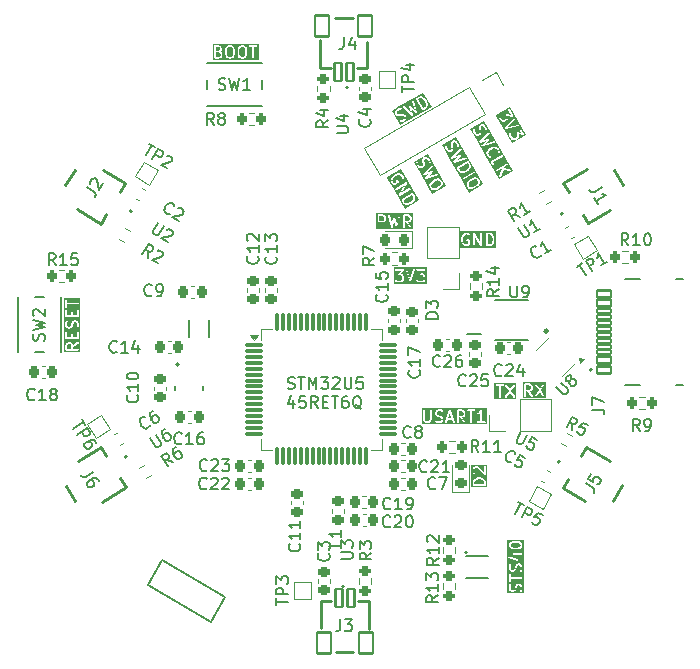
<source format=gto>
G04 #@! TF.GenerationSoftware,KiCad,Pcbnew,8.0.6*
G04 #@! TF.CreationDate,2025-05-06T14:40:43+02:00*
G04 #@! TF.ProjectId,capacitance,63617061-6369-4746-916e-63652e6b6963,rev?*
G04 #@! TF.SameCoordinates,Original*
G04 #@! TF.FileFunction,Legend,Top*
G04 #@! TF.FilePolarity,Positive*
%FSLAX46Y46*%
G04 Gerber Fmt 4.6, Leading zero omitted, Abs format (unit mm)*
G04 Created by KiCad (PCBNEW 8.0.6) date 2025-05-06 14:40:43*
%MOMM*%
%LPD*%
G01*
G04 APERTURE LIST*
G04 Aperture macros list*
%AMRoundRect*
0 Rectangle with rounded corners*
0 $1 Rounding radius*
0 $2 $3 $4 $5 $6 $7 $8 $9 X,Y pos of 4 corners*
0 Add a 4 corners polygon primitive as box body*
4,1,4,$2,$3,$4,$5,$6,$7,$8,$9,$2,$3,0*
0 Add four circle primitives for the rounded corners*
1,1,$1+$1,$2,$3*
1,1,$1+$1,$4,$5*
1,1,$1+$1,$6,$7*
1,1,$1+$1,$8,$9*
0 Add four rect primitives between the rounded corners*
20,1,$1+$1,$2,$3,$4,$5,0*
20,1,$1+$1,$4,$5,$6,$7,0*
20,1,$1+$1,$6,$7,$8,$9,0*
20,1,$1+$1,$8,$9,$2,$3,0*%
%AMHorizOval*
0 Thick line with rounded ends*
0 $1 width*
0 $2 $3 position (X,Y) of the first rounded end (center of the circle)*
0 $4 $5 position (X,Y) of the second rounded end (center of the circle)*
0 Add line between two ends*
20,1,$1,$2,$3,$4,$5,0*
0 Add two circle primitives to create the rounded ends*
1,1,$1,$2,$3*
1,1,$1,$4,$5*%
%AMRotRect*
0 Rectangle, with rotation*
0 The origin of the aperture is its center*
0 $1 length*
0 $2 width*
0 $3 Rotation angle, in degrees counterclockwise*
0 Add horizontal line*
21,1,$1,$2,0,0,$3*%
G04 Aperture macros list end*
%ADD10C,0.150000*%
%ADD11C,0.120000*%
%ADD12C,0.152400*%
%ADD13C,0.250000*%
%ADD14C,0.254000*%
%ADD15C,0.200000*%
%ADD16C,0.127000*%
%ADD17RoundRect,0.218750X0.218750X0.256250X-0.218750X0.256250X-0.218750X-0.256250X0.218750X-0.256250X0*%
%ADD18RoundRect,0.225000X0.225000X0.250000X-0.225000X0.250000X-0.225000X-0.250000X0.225000X-0.250000X0*%
%ADD19R,0.152400X0.533400*%
%ADD20R,0.990600X0.711200*%
%ADD21RoundRect,0.200000X0.200000X0.275000X-0.200000X0.275000X-0.200000X-0.275000X0.200000X-0.275000X0*%
%ADD22RoundRect,0.200000X0.275000X-0.200000X0.275000X0.200000X-0.275000X0.200000X-0.275000X-0.200000X0*%
%ADD23R,1.700000X1.700000*%
%ADD24O,1.700000X1.700000*%
%ADD25RoundRect,0.200000X-0.200000X-0.275000X0.200000X-0.275000X0.200000X0.275000X-0.200000X0.275000X0*%
%ADD26RotRect,0.533400X0.152400X150.000000*%
%ADD27R,1.805236X0.612132*%
%ADD28RoundRect,0.225000X0.250000X-0.225000X0.250000X0.225000X-0.250000X0.225000X-0.250000X-0.225000X0*%
%ADD29RoundRect,0.225000X-0.225000X-0.250000X0.225000X-0.250000X0.225000X0.250000X-0.225000X0.250000X0*%
%ADD30RoundRect,0.200000X-0.275000X0.200000X-0.275000X-0.200000X0.275000X-0.200000X0.275000X0.200000X0*%
%ADD31RoundRect,0.102000X-0.816213X-0.156273X-0.498261X-0.665102X0.816213X0.156273X0.498261X0.665102X0*%
%ADD32RoundRect,0.102000X-1.081195X0.031902X-0.445292X-0.985756X1.081195X-0.031902X0.445292X0.985756X0*%
%ADD33RoundRect,0.200000X0.029798X0.338729X-0.313069X0.132713X-0.029798X-0.338729X0.313069X-0.132713X0*%
%ADD34R,0.990600X0.736600*%
%ADD35R,1.000000X1.000000*%
%ADD36RoundRect,0.102000X-0.509793X0.656305X-0.818816X0.142004X0.509793X-0.656305X0.818816X-0.142004X0*%
%ADD37RoundRect,0.102000X-0.462428X0.977835X-1.080473X-0.050766X0.462428X-0.977835X1.080473X0.050766X0*%
%ADD38RoundRect,0.225000X-0.250000X0.225000X-0.250000X-0.225000X0.250000X-0.225000X0.250000X0.225000X0*%
%ADD39RoundRect,0.075000X-0.700000X-0.075000X0.700000X-0.075000X0.700000X0.075000X-0.700000X0.075000X0*%
%ADD40RoundRect,0.075000X-0.075000X-0.700000X0.075000X-0.700000X0.075000X0.700000X-0.075000X0.700000X0*%
%ADD41RotRect,1.000000X1.000000X61.000000*%
%ADD42RotRect,1.000000X1.000000X122.000000*%
%ADD43R,0.711200X0.990600*%
%ADD44R,1.200000X0.400000*%
%ADD45RoundRect,0.225000X0.064103X0.330175X-0.321622X0.098408X-0.064103X-0.330175X0.321622X-0.098408X0*%
%ADD46RotRect,0.533400X0.152400X329.000000*%
%ADD47RotRect,1.700000X1.700000X300.000000*%
%ADD48HorizOval,1.700000X0.000000X0.000000X0.000000X0.000000X0*%
%ADD49RoundRect,0.225000X-0.321622X-0.098408X0.064103X-0.330175X0.321622X0.098408X-0.064103X0.330175X0*%
%ADD50RotRect,1.000000X1.000000X211.000000*%
%ADD51RoundRect,0.102000X0.818816X0.142004X0.509793X0.656305X-0.818816X-0.142004X-0.509793X-0.656305X0*%
%ADD52RoundRect,0.102000X1.080473X-0.050766X0.462428X0.977835X-1.080473X0.050766X-0.462428X-0.977835X0*%
%ADD53RoundRect,0.218750X0.256250X-0.218750X0.256250X0.218750X-0.256250X0.218750X-0.256250X-0.218750X0*%
%ADD54RoundRect,0.225000X-0.058331X-0.331244X0.323291X-0.092780X0.058331X0.331244X-0.323291X0.092780X0*%
%ADD55RoundRect,0.225000X0.319856X0.104006X-0.069856X0.329006X-0.319856X-0.104006X0.069856X-0.329006X0*%
%ADD56RotRect,0.533400X0.152400X32.000000*%
%ADD57RotRect,0.533400X0.152400X211.000000*%
%ADD58R,1.397000X0.965200*%
%ADD59RoundRect,0.102000X-0.300000X-0.775000X0.300000X-0.775000X0.300000X0.775000X-0.300000X0.775000X0*%
%ADD60RoundRect,0.102000X-0.600000X-0.900000X0.600000X-0.900000X0.600000X0.900000X-0.600000X0.900000X0*%
%ADD61RotRect,1.000000X1.000000X59.000000*%
%ADD62RoundRect,0.102000X0.575000X-0.300000X0.575000X0.300000X-0.575000X0.300000X-0.575000X-0.300000X0*%
%ADD63RoundRect,0.102000X0.575000X-0.150000X0.575000X0.150000X-0.575000X0.150000X-0.575000X-0.150000X0*%
%ADD64O,2.004000X1.204000*%
%ADD65O,2.404000X1.204000*%
%ADD66RoundRect,0.102000X0.521170X-0.647308X0.821170X-0.127692X-0.521170X0.647308X-0.821170X0.127692X0*%
%ADD67RoundRect,0.102000X0.479423X-0.969615X1.079423X0.069615X-0.479423X0.969615X-1.079423X-0.069615X0*%
%ADD68R,0.711200X0.304800*%
%ADD69R,0.508000X1.092200*%
%ADD70RoundRect,0.200000X-0.313069X-0.132713X0.029798X-0.338729X0.313069X0.132713X-0.029798X0.338729X0*%
%ADD71RoundRect,0.102000X0.300000X0.775000X-0.300000X0.775000X-0.300000X-0.775000X0.300000X-0.775000X0*%
%ADD72RoundRect,0.102000X0.600000X0.900000X-0.600000X0.900000X-0.600000X-0.900000X0.600000X-0.900000X0*%
%ADD73RoundRect,0.150000X0.256326X0.468458X-0.468458X-0.256326X-0.256326X-0.468458X0.468458X0.256326X0*%
%ADD74RoundRect,0.200000X-0.023882X-0.339197X0.315337X-0.127229X0.023882X0.339197X-0.315337X0.127229X0*%
%ADD75RoundRect,0.200000X0.310705X0.138157X-0.035705X0.338157X-0.310705X-0.138157X0.035705X-0.338157X0*%
G04 APERTURE END LIST*
D10*
X133184999Y-127378237D02*
X131960000Y-129500000D01*
X126637104Y-126400000D01*
X127862106Y-124278238D01*
X133184999Y-127378237D01*
G36*
X151319983Y-92116679D02*
G01*
X151383912Y-92158888D01*
X151461445Y-92293179D01*
X151466034Y-92369642D01*
X151439701Y-92467921D01*
X151320126Y-92583539D01*
X151047443Y-92740973D01*
X150887524Y-92786719D01*
X150789252Y-92760387D01*
X150725323Y-92718178D01*
X150647790Y-92583887D01*
X150643200Y-92507422D01*
X150669533Y-92409146D01*
X150789109Y-92293527D01*
X151061792Y-92136093D01*
X151221711Y-92090347D01*
X151319983Y-92116679D01*
G37*
G36*
X151908530Y-92545330D02*
G01*
X150720150Y-93231441D01*
X150300312Y-92504261D01*
X150492741Y-92504261D01*
X150499121Y-92610549D01*
X150501436Y-92625068D01*
X150502614Y-92627490D01*
X150502966Y-92630163D01*
X150509034Y-92643555D01*
X150604272Y-92808512D01*
X150612836Y-92820463D01*
X150614973Y-92822102D01*
X150616483Y-92824336D01*
X150627900Y-92833601D01*
X150716759Y-92892270D01*
X150723341Y-92895741D01*
X150724911Y-92896946D01*
X150727404Y-92897884D01*
X150729764Y-92899129D01*
X150731709Y-92899504D01*
X150738671Y-92902125D01*
X150868768Y-92936985D01*
X150883274Y-92939380D01*
X150888802Y-92938652D01*
X150894343Y-92939287D01*
X150908807Y-92936649D01*
X151097575Y-92882650D01*
X151099960Y-92881706D01*
X151101055Y-92881562D01*
X151106094Y-92879278D01*
X151111246Y-92877240D01*
X151112112Y-92876551D01*
X151114447Y-92875494D01*
X151403122Y-92708827D01*
X151405204Y-92707334D01*
X151406235Y-92706928D01*
X151410578Y-92703483D01*
X151415073Y-92700263D01*
X151415745Y-92699386D01*
X151417755Y-92697793D01*
X151558903Y-92561316D01*
X151568420Y-92550109D01*
X151570638Y-92544996D01*
X151574036Y-92540570D01*
X151579215Y-92526809D01*
X151614073Y-92396711D01*
X151615285Y-92389369D01*
X151615932Y-92387499D01*
X151616033Y-92384840D01*
X151616469Y-92382205D01*
X151616209Y-92380236D01*
X151616494Y-92372807D01*
X151610115Y-92266519D01*
X151607800Y-92251999D01*
X151606621Y-92249576D01*
X151606270Y-92246904D01*
X151600202Y-92233512D01*
X151504964Y-92068555D01*
X151496400Y-92056604D01*
X151494262Y-92054964D01*
X151492753Y-92052731D01*
X151481336Y-92043466D01*
X151392477Y-91984797D01*
X151385894Y-91981325D01*
X151384325Y-91980121D01*
X151381832Y-91979182D01*
X151379472Y-91977938D01*
X151377525Y-91977561D01*
X151370564Y-91974942D01*
X151240468Y-91940082D01*
X151225961Y-91937686D01*
X151220432Y-91938413D01*
X151214893Y-91937779D01*
X151200429Y-91940418D01*
X151011662Y-91994417D01*
X151009277Y-91995360D01*
X151008181Y-91995505D01*
X151003139Y-91997789D01*
X150997990Y-91999827D01*
X150997123Y-92000515D01*
X150994789Y-92001573D01*
X150706114Y-92168240D01*
X150704028Y-92169734D01*
X150703001Y-92170140D01*
X150698666Y-92173576D01*
X150694163Y-92176804D01*
X150693489Y-92177681D01*
X150691480Y-92179275D01*
X150550333Y-92315751D01*
X150540815Y-92326958D01*
X150538595Y-92332072D01*
X150535200Y-92336497D01*
X150530021Y-92350258D01*
X150495162Y-92480355D01*
X150493949Y-92487694D01*
X150493302Y-92489569D01*
X150493200Y-92492232D01*
X150492766Y-92494862D01*
X150493024Y-92496827D01*
X150492741Y-92504261D01*
X150300312Y-92504261D01*
X149766728Y-91580067D01*
X149903914Y-91580067D01*
X149904915Y-91583788D01*
X149904808Y-91587634D01*
X149908689Y-91597803D01*
X149911522Y-91608324D01*
X149913869Y-91611375D01*
X149915243Y-91614974D01*
X149922728Y-91622891D01*
X149929365Y-91631519D01*
X149932699Y-91633439D01*
X149935347Y-91636239D01*
X149945290Y-91640688D01*
X149954725Y-91646120D01*
X149958544Y-91646618D01*
X149962059Y-91648191D01*
X149972938Y-91648496D01*
X149983743Y-91649906D01*
X149989432Y-91648959D01*
X149991310Y-91649012D01*
X149993005Y-91648364D01*
X149998246Y-91647493D01*
X150440495Y-91528425D01*
X150116255Y-91851891D01*
X150112880Y-91855992D01*
X150111471Y-91857138D01*
X150110577Y-91858791D01*
X150106913Y-91863245D01*
X150102732Y-91873304D01*
X150097556Y-91882881D01*
X150097160Y-91886711D01*
X150095683Y-91890267D01*
X150095669Y-91901150D01*
X150094551Y-91911990D01*
X150095652Y-91915683D01*
X150095648Y-91919530D01*
X150099801Y-91929592D01*
X150102916Y-91940033D01*
X150105344Y-91943020D01*
X150106814Y-91946580D01*
X150114507Y-91954292D01*
X150121375Y-91962740D01*
X150124760Y-91964570D01*
X150127482Y-91967298D01*
X150137541Y-91971478D01*
X150147118Y-91976655D01*
X150150948Y-91977050D01*
X150154504Y-91978528D01*
X150165387Y-91978541D01*
X150176227Y-91979660D01*
X150181889Y-91978560D01*
X150183767Y-91978563D01*
X150185444Y-91977870D01*
X150190660Y-91976858D01*
X151175733Y-91683054D01*
X151189343Y-91677491D01*
X151212050Y-91659032D01*
X151225965Y-91633289D01*
X151228969Y-91604180D01*
X151220605Y-91576137D01*
X151202146Y-91553430D01*
X151176403Y-91539515D01*
X151147294Y-91536511D01*
X151132861Y-91539312D01*
X150432615Y-91748164D01*
X150745546Y-91435983D01*
X150747871Y-91433156D01*
X150749024Y-91432270D01*
X150750010Y-91430555D01*
X150754887Y-91424629D01*
X150758685Y-91415488D01*
X150763625Y-91406910D01*
X150764253Y-91402092D01*
X150766118Y-91397606D01*
X150766129Y-91387706D01*
X150767410Y-91377892D01*
X150766147Y-91373201D01*
X150766153Y-91368343D01*
X150762374Y-91359190D01*
X150759802Y-91349635D01*
X150756841Y-91345786D01*
X150754987Y-91341294D01*
X150747993Y-91334283D01*
X150741960Y-91326440D01*
X150737751Y-91324016D01*
X150734319Y-91320576D01*
X150725176Y-91316776D01*
X150716600Y-91311838D01*
X150711782Y-91311209D01*
X150707296Y-91309345D01*
X150697396Y-91309333D01*
X150687582Y-91308053D01*
X150680012Y-91309312D01*
X150678033Y-91309310D01*
X150676687Y-91309865D01*
X150673078Y-91310466D01*
X150246256Y-91425379D01*
X150777251Y-90923376D01*
X150786893Y-90912277D01*
X150798846Y-90885565D01*
X150799667Y-90856314D01*
X150789231Y-90828974D01*
X150769127Y-90807709D01*
X150742415Y-90795756D01*
X150713164Y-90794935D01*
X150685824Y-90805371D01*
X150674202Y-90814376D01*
X149927224Y-91520572D01*
X149923740Y-91524582D01*
X149922301Y-91525689D01*
X149921363Y-91527317D01*
X149917581Y-91531671D01*
X149913131Y-91541614D01*
X149907700Y-91551049D01*
X149907201Y-91554868D01*
X149905629Y-91558383D01*
X149905323Y-91569262D01*
X149903914Y-91580067D01*
X149766728Y-91580067D01*
X149178907Y-90561932D01*
X149373560Y-90561932D01*
X149375082Y-90576556D01*
X149405271Y-90724083D01*
X149407469Y-90731189D01*
X149407728Y-90733155D01*
X149408829Y-90735584D01*
X149409616Y-90738129D01*
X149410724Y-90739768D01*
X149413796Y-90746547D01*
X149532844Y-90952744D01*
X149541408Y-90964695D01*
X149543545Y-90966334D01*
X149545055Y-90968568D01*
X149556472Y-90977832D01*
X149645330Y-91036501D01*
X149651910Y-91039972D01*
X149653483Y-91041179D01*
X149655977Y-91042117D01*
X149658334Y-91043361D01*
X149660278Y-91043736D01*
X149667243Y-91046358D01*
X149732292Y-91063787D01*
X149739636Y-91064999D01*
X149741504Y-91065645D01*
X149744161Y-91065746D01*
X149746798Y-91066182D01*
X149748766Y-91065922D01*
X149756196Y-91066207D01*
X149862484Y-91059828D01*
X149877003Y-91057513D01*
X149879425Y-91056334D01*
X149882099Y-91055983D01*
X149895491Y-91049915D01*
X149977969Y-91002296D01*
X149989921Y-90993732D01*
X149991560Y-90991594D01*
X149993794Y-90990085D01*
X150003059Y-90978668D01*
X150061728Y-90889809D01*
X150065199Y-90883226D01*
X150066404Y-90881657D01*
X150067342Y-90879163D01*
X150068587Y-90876804D01*
X150068962Y-90874858D01*
X150071583Y-90867897D01*
X150089013Y-90802847D01*
X150090225Y-90795508D01*
X150090873Y-90793634D01*
X150090974Y-90790970D01*
X150091409Y-90788341D01*
X150091150Y-90786375D01*
X150091434Y-90778942D01*
X150085054Y-90672654D01*
X150084874Y-90671525D01*
X150084936Y-90670985D01*
X150083761Y-90664547D01*
X150082739Y-90658135D01*
X150082502Y-90657649D01*
X150082297Y-90656521D01*
X150030561Y-90475667D01*
X150025404Y-90389748D01*
X150036533Y-90348214D01*
X150078742Y-90284284D01*
X150130554Y-90254371D01*
X150207020Y-90249781D01*
X150248557Y-90260910D01*
X150312482Y-90303118D01*
X150416594Y-90483443D01*
X150444343Y-90619046D01*
X150448688Y-90633092D01*
X150465080Y-90657334D01*
X150489500Y-90673457D01*
X150518232Y-90679009D01*
X150546902Y-90673142D01*
X150571144Y-90656750D01*
X150587267Y-90632330D01*
X150592819Y-90603598D01*
X150591297Y-90588974D01*
X150561108Y-90441447D01*
X150558909Y-90434340D01*
X150558651Y-90432375D01*
X150557549Y-90429945D01*
X150556763Y-90427401D01*
X150555654Y-90425761D01*
X150552583Y-90418983D01*
X150433535Y-90212786D01*
X150424971Y-90200835D01*
X150422833Y-90199195D01*
X150421324Y-90196962D01*
X150409907Y-90187698D01*
X150321049Y-90129029D01*
X150314467Y-90125557D01*
X150312897Y-90124352D01*
X150310405Y-90123414D01*
X150308045Y-90122169D01*
X150306097Y-90121792D01*
X150299137Y-90119173D01*
X150234088Y-90101743D01*
X150226748Y-90100530D01*
X150224874Y-90099883D01*
X150222210Y-90099781D01*
X150219581Y-90099347D01*
X150217615Y-90099605D01*
X150210182Y-90099322D01*
X150103894Y-90105702D01*
X150089375Y-90108017D01*
X150086952Y-90109195D01*
X150084280Y-90109547D01*
X150070888Y-90115615D01*
X149988409Y-90163234D01*
X149976458Y-90171798D01*
X149974818Y-90173935D01*
X149972585Y-90175445D01*
X149963320Y-90186862D01*
X149904651Y-90275721D01*
X149901180Y-90282300D01*
X149899975Y-90283872D01*
X149899035Y-90286368D01*
X149897792Y-90288726D01*
X149897416Y-90290670D01*
X149894796Y-90297633D01*
X149877366Y-90362681D01*
X149876153Y-90370021D01*
X149875506Y-90371895D01*
X149875404Y-90374557D01*
X149874970Y-90377187D01*
X149875228Y-90379153D01*
X149874945Y-90386587D01*
X149881325Y-90492875D01*
X149881505Y-90494007D01*
X149881444Y-90494545D01*
X149882614Y-90500961D01*
X149883640Y-90507395D01*
X149883876Y-90507880D01*
X149884082Y-90509009D01*
X149935817Y-90689863D01*
X149940974Y-90775780D01*
X149929845Y-90817315D01*
X149887636Y-90881244D01*
X149835823Y-90911158D01*
X149759359Y-90915747D01*
X149717818Y-90904617D01*
X149653896Y-90862411D01*
X149549784Y-90682086D01*
X149522036Y-90546484D01*
X149517691Y-90532438D01*
X149501299Y-90508196D01*
X149476879Y-90492072D01*
X149448147Y-90486521D01*
X149419477Y-90492388D01*
X149395235Y-90508780D01*
X149379111Y-90533200D01*
X149373560Y-90561932D01*
X149178907Y-90561932D01*
X149153086Y-90517208D01*
X150341466Y-89831096D01*
X151908530Y-92545330D01*
G37*
G36*
X157589427Y-91321088D02*
G01*
X156401047Y-92007200D01*
X155965774Y-91253285D01*
X156108671Y-91253285D01*
X156112490Y-91282299D01*
X156127122Y-91307642D01*
X156150339Y-91325457D01*
X156178604Y-91333030D01*
X156207618Y-91329211D01*
X156221010Y-91323143D01*
X156565259Y-91124390D01*
X156646869Y-91146257D01*
X156400253Y-91723601D01*
X156395830Y-91737623D01*
X156395509Y-91766885D01*
X156406409Y-91794042D01*
X156426873Y-91814961D01*
X156453784Y-91826457D01*
X156483046Y-91826778D01*
X156510203Y-91815878D01*
X156531122Y-91795414D01*
X156538195Y-91782525D01*
X156793229Y-91185474D01*
X157315839Y-91325507D01*
X157330345Y-91327903D01*
X157359358Y-91324083D01*
X157384701Y-91309451D01*
X157402516Y-91286235D01*
X157410090Y-91257968D01*
X157406270Y-91228955D01*
X157391638Y-91203612D01*
X157368422Y-91185797D01*
X157354661Y-91180619D01*
X156748970Y-91018325D01*
X157087036Y-90823143D01*
X157098988Y-90814579D01*
X157116802Y-90791362D01*
X157124376Y-90763096D01*
X157120556Y-90734083D01*
X157105924Y-90708740D01*
X157082708Y-90690925D01*
X157054442Y-90683351D01*
X157025429Y-90687171D01*
X157012036Y-90693239D01*
X156146010Y-91193239D01*
X156134059Y-91201803D01*
X156116244Y-91225020D01*
X156108671Y-91253285D01*
X155965774Y-91253285D01*
X155561012Y-90552217D01*
X155703909Y-90552217D01*
X155707728Y-90581231D01*
X155713796Y-90594623D01*
X155951891Y-91007016D01*
X155960455Y-91018967D01*
X155983671Y-91036781D01*
X156011937Y-91044355D01*
X156040951Y-91040536D01*
X156066294Y-91025904D01*
X156084108Y-91002687D01*
X156091682Y-90974421D01*
X156087863Y-90945408D01*
X156081795Y-90932016D01*
X155881200Y-90584574D01*
X156682274Y-90122075D01*
X156694226Y-90113511D01*
X156712040Y-90090294D01*
X156719614Y-90062028D01*
X156715794Y-90033015D01*
X156701162Y-90007672D01*
X156677946Y-89989857D01*
X156649680Y-89982283D01*
X156620667Y-89986103D01*
X156607274Y-89992171D01*
X155741248Y-90492171D01*
X155729297Y-90500735D01*
X155711482Y-90523952D01*
X155703909Y-90552217D01*
X155561012Y-90552217D01*
X155121764Y-89791418D01*
X155316417Y-89791418D01*
X155317939Y-89806042D01*
X155348128Y-89953570D01*
X155350326Y-89960676D01*
X155350585Y-89962642D01*
X155351686Y-89965071D01*
X155352473Y-89967616D01*
X155353581Y-89969255D01*
X155356653Y-89976034D01*
X155404272Y-90058513D01*
X155408607Y-90064562D01*
X155409472Y-90066341D01*
X155411280Y-90068292D01*
X155412836Y-90070464D01*
X155414410Y-90071672D01*
X155419464Y-90077127D01*
X155532132Y-90177036D01*
X155544035Y-90185666D01*
X155546583Y-90186546D01*
X155548721Y-90188187D01*
X155562481Y-90193366D01*
X155627530Y-90210795D01*
X155642036Y-90213190D01*
X155671050Y-90209369D01*
X155696392Y-90194737D01*
X155714206Y-90171521D01*
X155721780Y-90143254D01*
X155717960Y-90114241D01*
X155703328Y-90088899D01*
X155680112Y-90071084D01*
X155666351Y-90065905D01*
X155618403Y-90053057D01*
X155528091Y-89972972D01*
X155492641Y-89911573D01*
X155468442Y-89793315D01*
X155495570Y-89692074D01*
X155542995Y-89620246D01*
X155671587Y-89495908D01*
X155779313Y-89433712D01*
X155951292Y-89384516D01*
X156037207Y-89379360D01*
X156138449Y-89406486D01*
X156228763Y-89486573D01*
X156264213Y-89547974D01*
X156288412Y-89666229D01*
X156275565Y-89714176D01*
X156273169Y-89728682D01*
X156276989Y-89757696D01*
X156291621Y-89783038D01*
X156314837Y-89800853D01*
X156343103Y-89808428D01*
X156372117Y-89804608D01*
X156397459Y-89789976D01*
X156415274Y-89766760D01*
X156420453Y-89753000D01*
X156437883Y-89687952D01*
X156440279Y-89673445D01*
X156439927Y-89670772D01*
X156440438Y-89668128D01*
X156438916Y-89653504D01*
X156408727Y-89505976D01*
X156406528Y-89498870D01*
X156406270Y-89496904D01*
X156405168Y-89494474D01*
X156404382Y-89491930D01*
X156403273Y-89490290D01*
X156400202Y-89483512D01*
X156352583Y-89401034D01*
X156348249Y-89394986D01*
X156347383Y-89393205D01*
X156345571Y-89391249D01*
X156344019Y-89389083D01*
X156342446Y-89387876D01*
X156337391Y-89382419D01*
X156224723Y-89282510D01*
X156212820Y-89273880D01*
X156210271Y-89272999D01*
X156208134Y-89271359D01*
X156194374Y-89266180D01*
X156064276Y-89231321D01*
X156056931Y-89230108D01*
X156055064Y-89229463D01*
X156052406Y-89229361D01*
X156049770Y-89228926D01*
X156047801Y-89229185D01*
X156040372Y-89228901D01*
X155934084Y-89235280D01*
X155932955Y-89235460D01*
X155932414Y-89235398D01*
X155925973Y-89236573D01*
X155919564Y-89237595D01*
X155919078Y-89237831D01*
X155917950Y-89238037D01*
X155729183Y-89292036D01*
X155726798Y-89292979D01*
X155725702Y-89293124D01*
X155720657Y-89295409D01*
X155715511Y-89297446D01*
X155714646Y-89298133D01*
X155712309Y-89299192D01*
X155588592Y-89370621D01*
X155586509Y-89372113D01*
X155585479Y-89372520D01*
X155581135Y-89375964D01*
X155576641Y-89379185D01*
X155575968Y-89380061D01*
X155573959Y-89381655D01*
X155432811Y-89518133D01*
X155432070Y-89519005D01*
X155431621Y-89519309D01*
X155427521Y-89524361D01*
X155423294Y-89529339D01*
X155423077Y-89529838D01*
X155422357Y-89530726D01*
X155363688Y-89619584D01*
X155360218Y-89626161D01*
X155359010Y-89627736D01*
X155358070Y-89630233D01*
X155356828Y-89632588D01*
X155356452Y-89634531D01*
X155353831Y-89641497D01*
X155318972Y-89771594D01*
X155316576Y-89786101D01*
X155316927Y-89788773D01*
X155316417Y-89791418D01*
X155121764Y-89791418D01*
X154566728Y-88830067D01*
X154703914Y-88830067D01*
X154704915Y-88833788D01*
X154704808Y-88837634D01*
X154708689Y-88847803D01*
X154711522Y-88858324D01*
X154713869Y-88861375D01*
X154715243Y-88864974D01*
X154722728Y-88872891D01*
X154729365Y-88881519D01*
X154732699Y-88883439D01*
X154735347Y-88886239D01*
X154745290Y-88890688D01*
X154754725Y-88896120D01*
X154758544Y-88896618D01*
X154762059Y-88898191D01*
X154772938Y-88898496D01*
X154783743Y-88899906D01*
X154789432Y-88898959D01*
X154791310Y-88899012D01*
X154793005Y-88898364D01*
X154798246Y-88897493D01*
X155240495Y-88778425D01*
X154916255Y-89101891D01*
X154912880Y-89105992D01*
X154911471Y-89107138D01*
X154910577Y-89108791D01*
X154906913Y-89113245D01*
X154902732Y-89123304D01*
X154897556Y-89132881D01*
X154897160Y-89136711D01*
X154895683Y-89140267D01*
X154895669Y-89151150D01*
X154894551Y-89161990D01*
X154895652Y-89165683D01*
X154895648Y-89169530D01*
X154899801Y-89179592D01*
X154902916Y-89190033D01*
X154905344Y-89193020D01*
X154906814Y-89196580D01*
X154914507Y-89204292D01*
X154921375Y-89212740D01*
X154924760Y-89214570D01*
X154927482Y-89217298D01*
X154937541Y-89221478D01*
X154947118Y-89226655D01*
X154950948Y-89227050D01*
X154954504Y-89228528D01*
X154965387Y-89228541D01*
X154976227Y-89229660D01*
X154981889Y-89228560D01*
X154983767Y-89228563D01*
X154985444Y-89227870D01*
X154990660Y-89226858D01*
X155975733Y-88933054D01*
X155989343Y-88927491D01*
X156012050Y-88909032D01*
X156025965Y-88883289D01*
X156028969Y-88854180D01*
X156020605Y-88826137D01*
X156002146Y-88803430D01*
X155976403Y-88789515D01*
X155947294Y-88786511D01*
X155932861Y-88789312D01*
X155232615Y-88998164D01*
X155545546Y-88685983D01*
X155547871Y-88683156D01*
X155549024Y-88682270D01*
X155550010Y-88680555D01*
X155554887Y-88674629D01*
X155558685Y-88665488D01*
X155563625Y-88656910D01*
X155564253Y-88652092D01*
X155566118Y-88647606D01*
X155566129Y-88637706D01*
X155567410Y-88627892D01*
X155566147Y-88623201D01*
X155566153Y-88618343D01*
X155562374Y-88609190D01*
X155559802Y-88599635D01*
X155556841Y-88595786D01*
X155554987Y-88591294D01*
X155547993Y-88584283D01*
X155541960Y-88576440D01*
X155537751Y-88574016D01*
X155534319Y-88570576D01*
X155525176Y-88566776D01*
X155516600Y-88561838D01*
X155511782Y-88561209D01*
X155507296Y-88559345D01*
X155497396Y-88559333D01*
X155487582Y-88558053D01*
X155480012Y-88559312D01*
X155478033Y-88559310D01*
X155476687Y-88559865D01*
X155473078Y-88560466D01*
X155046256Y-88675379D01*
X155577251Y-88173376D01*
X155586893Y-88162277D01*
X155598846Y-88135565D01*
X155599667Y-88106314D01*
X155589231Y-88078974D01*
X155569127Y-88057709D01*
X155542415Y-88045756D01*
X155513164Y-88044935D01*
X155485824Y-88055371D01*
X155474202Y-88064376D01*
X154727224Y-88770572D01*
X154723740Y-88774582D01*
X154722301Y-88775689D01*
X154721363Y-88777317D01*
X154717581Y-88781671D01*
X154713131Y-88791614D01*
X154707700Y-88801049D01*
X154707201Y-88804868D01*
X154705629Y-88808383D01*
X154705323Y-88819262D01*
X154703914Y-88830067D01*
X154566728Y-88830067D01*
X153978907Y-87811932D01*
X154173560Y-87811932D01*
X154175082Y-87826556D01*
X154205271Y-87974083D01*
X154207469Y-87981189D01*
X154207728Y-87983155D01*
X154208829Y-87985584D01*
X154209616Y-87988129D01*
X154210724Y-87989768D01*
X154213796Y-87996547D01*
X154332844Y-88202744D01*
X154341408Y-88214695D01*
X154343545Y-88216334D01*
X154345055Y-88218568D01*
X154356472Y-88227832D01*
X154445330Y-88286501D01*
X154451910Y-88289972D01*
X154453483Y-88291179D01*
X154455977Y-88292117D01*
X154458334Y-88293361D01*
X154460278Y-88293736D01*
X154467243Y-88296358D01*
X154532292Y-88313787D01*
X154539636Y-88314999D01*
X154541504Y-88315645D01*
X154544161Y-88315746D01*
X154546798Y-88316182D01*
X154548766Y-88315922D01*
X154556196Y-88316207D01*
X154662484Y-88309828D01*
X154677003Y-88307513D01*
X154679425Y-88306334D01*
X154682099Y-88305983D01*
X154695491Y-88299915D01*
X154777969Y-88252296D01*
X154789921Y-88243732D01*
X154791560Y-88241594D01*
X154793794Y-88240085D01*
X154803059Y-88228668D01*
X154861728Y-88139809D01*
X154865199Y-88133226D01*
X154866404Y-88131657D01*
X154867342Y-88129163D01*
X154868587Y-88126804D01*
X154868962Y-88124858D01*
X154871583Y-88117897D01*
X154889013Y-88052847D01*
X154890225Y-88045508D01*
X154890873Y-88043634D01*
X154890974Y-88040970D01*
X154891409Y-88038341D01*
X154891150Y-88036375D01*
X154891434Y-88028942D01*
X154885054Y-87922654D01*
X154884874Y-87921525D01*
X154884936Y-87920985D01*
X154883761Y-87914547D01*
X154882739Y-87908135D01*
X154882502Y-87907649D01*
X154882297Y-87906521D01*
X154830561Y-87725667D01*
X154825404Y-87639748D01*
X154836533Y-87598214D01*
X154878742Y-87534284D01*
X154930554Y-87504371D01*
X155007020Y-87499781D01*
X155048557Y-87510910D01*
X155112482Y-87553118D01*
X155216594Y-87733443D01*
X155244343Y-87869046D01*
X155248688Y-87883092D01*
X155265080Y-87907334D01*
X155289500Y-87923457D01*
X155318232Y-87929009D01*
X155346902Y-87923142D01*
X155371144Y-87906750D01*
X155387267Y-87882330D01*
X155392819Y-87853598D01*
X155391297Y-87838974D01*
X155361108Y-87691447D01*
X155358909Y-87684340D01*
X155358651Y-87682375D01*
X155357549Y-87679945D01*
X155356763Y-87677401D01*
X155355654Y-87675761D01*
X155352583Y-87668983D01*
X155233535Y-87462786D01*
X155224971Y-87450835D01*
X155222833Y-87449195D01*
X155221324Y-87446962D01*
X155209907Y-87437698D01*
X155121049Y-87379029D01*
X155114467Y-87375557D01*
X155112897Y-87374352D01*
X155110405Y-87373414D01*
X155108045Y-87372169D01*
X155106097Y-87371792D01*
X155099137Y-87369173D01*
X155034088Y-87351743D01*
X155026748Y-87350530D01*
X155024874Y-87349883D01*
X155022210Y-87349781D01*
X155019581Y-87349347D01*
X155017615Y-87349605D01*
X155010182Y-87349322D01*
X154903894Y-87355702D01*
X154889375Y-87358017D01*
X154886952Y-87359195D01*
X154884280Y-87359547D01*
X154870888Y-87365615D01*
X154788409Y-87413234D01*
X154776458Y-87421798D01*
X154774818Y-87423935D01*
X154772585Y-87425445D01*
X154763320Y-87436862D01*
X154704651Y-87525721D01*
X154701180Y-87532300D01*
X154699975Y-87533872D01*
X154699035Y-87536368D01*
X154697792Y-87538726D01*
X154697416Y-87540670D01*
X154694796Y-87547633D01*
X154677366Y-87612681D01*
X154676153Y-87620021D01*
X154675506Y-87621895D01*
X154675404Y-87624557D01*
X154674970Y-87627187D01*
X154675228Y-87629153D01*
X154674945Y-87636587D01*
X154681325Y-87742875D01*
X154681505Y-87744007D01*
X154681444Y-87744545D01*
X154682614Y-87750961D01*
X154683640Y-87757395D01*
X154683876Y-87757880D01*
X154684082Y-87759009D01*
X154735817Y-87939863D01*
X154740974Y-88025780D01*
X154729845Y-88067315D01*
X154687636Y-88131244D01*
X154635823Y-88161158D01*
X154559359Y-88165747D01*
X154517818Y-88154617D01*
X154453896Y-88112411D01*
X154349784Y-87932086D01*
X154322036Y-87796484D01*
X154317691Y-87782438D01*
X154301299Y-87758196D01*
X154276879Y-87742072D01*
X154248147Y-87736521D01*
X154219477Y-87742388D01*
X154195235Y-87758780D01*
X154179111Y-87783200D01*
X154173560Y-87811932D01*
X153978907Y-87811932D01*
X153953086Y-87767208D01*
X155141466Y-87081096D01*
X157589427Y-91321088D01*
G37*
G36*
X120113963Y-105971050D02*
G01*
X120144370Y-106001457D01*
X120178628Y-106069973D01*
X120178628Y-106358220D01*
X119804819Y-106358220D01*
X119804819Y-106069973D01*
X119839077Y-106001457D01*
X119869484Y-105971050D01*
X119938000Y-105936792D01*
X120045447Y-105936792D01*
X120113963Y-105971050D01*
G37*
G36*
X120915930Y-106619331D02*
G01*
X119543708Y-106619331D01*
X119543708Y-106052268D01*
X119654819Y-106052268D01*
X119654819Y-106433220D01*
X119656260Y-106447852D01*
X119667459Y-106474888D01*
X119688151Y-106495580D01*
X119715187Y-106506779D01*
X119729819Y-106508220D01*
X120729819Y-106508220D01*
X120744451Y-106506779D01*
X120771487Y-106495580D01*
X120792179Y-106474888D01*
X120803378Y-106447852D01*
X120803378Y-106418588D01*
X120792179Y-106391552D01*
X120771487Y-106370860D01*
X120744451Y-106359661D01*
X120729819Y-106358220D01*
X120328628Y-106358220D01*
X120328628Y-106234174D01*
X120772829Y-105923234D01*
X120783989Y-105913663D01*
X120799716Y-105888984D01*
X120804802Y-105860167D01*
X120798472Y-105831596D01*
X120781690Y-105807622D01*
X120757012Y-105791895D01*
X120728194Y-105786810D01*
X120699623Y-105793139D01*
X120686810Y-105800349D01*
X120328518Y-106051152D01*
X120327187Y-106037636D01*
X120326156Y-106035147D01*
X120325965Y-106032458D01*
X120320710Y-106018727D01*
X120273091Y-105923489D01*
X120269126Y-105917189D01*
X120268369Y-105915362D01*
X120266680Y-105913305D01*
X120265259Y-105911046D01*
X120263760Y-105909746D01*
X120259042Y-105903997D01*
X120211423Y-105856378D01*
X120205673Y-105851659D01*
X120204374Y-105850161D01*
X120202114Y-105848739D01*
X120200058Y-105847051D01*
X120198230Y-105846293D01*
X120191931Y-105842329D01*
X120096693Y-105794710D01*
X120082961Y-105789455D01*
X120080273Y-105789264D01*
X120077784Y-105788233D01*
X120063152Y-105786792D01*
X119920295Y-105786792D01*
X119905663Y-105788233D01*
X119903174Y-105789263D01*
X119900485Y-105789455D01*
X119886754Y-105794710D01*
X119791516Y-105842329D01*
X119785216Y-105846293D01*
X119783389Y-105847051D01*
X119781332Y-105848739D01*
X119779073Y-105850161D01*
X119777773Y-105851659D01*
X119772024Y-105856378D01*
X119724405Y-105903997D01*
X119719686Y-105909746D01*
X119718188Y-105911046D01*
X119716766Y-105913305D01*
X119715078Y-105915362D01*
X119714320Y-105917189D01*
X119710356Y-105923489D01*
X119662737Y-106018727D01*
X119657482Y-106032459D01*
X119657291Y-106035146D01*
X119656260Y-106037636D01*
X119654819Y-106052268D01*
X119543708Y-106052268D01*
X119543708Y-104957030D01*
X119654819Y-104957030D01*
X119654819Y-105433220D01*
X119656260Y-105447852D01*
X119667459Y-105474888D01*
X119688151Y-105495580D01*
X119715187Y-105506779D01*
X119729819Y-105508220D01*
X120729819Y-105508220D01*
X120744451Y-105506779D01*
X120771487Y-105495580D01*
X120792179Y-105474888D01*
X120803378Y-105447852D01*
X120804819Y-105433220D01*
X120804819Y-104957030D01*
X120803378Y-104942398D01*
X120792179Y-104915362D01*
X120771487Y-104894670D01*
X120744451Y-104883471D01*
X120715187Y-104883471D01*
X120688151Y-104894670D01*
X120667459Y-104915362D01*
X120656260Y-104942398D01*
X120654819Y-104957030D01*
X120654819Y-105358220D01*
X120281009Y-105358220D01*
X120281009Y-105099887D01*
X120279568Y-105085255D01*
X120268369Y-105058219D01*
X120247677Y-105037527D01*
X120220641Y-105026328D01*
X120191377Y-105026328D01*
X120164341Y-105037527D01*
X120143649Y-105058219D01*
X120132450Y-105085255D01*
X120131009Y-105099887D01*
X120131009Y-105358220D01*
X119804819Y-105358220D01*
X119804819Y-104957030D01*
X119803378Y-104942398D01*
X119792179Y-104915362D01*
X119771487Y-104894670D01*
X119744451Y-104883471D01*
X119715187Y-104883471D01*
X119688151Y-104894670D01*
X119667459Y-104915362D01*
X119656260Y-104942398D01*
X119654819Y-104957030D01*
X119543708Y-104957030D01*
X119543708Y-104147506D01*
X119654819Y-104147506D01*
X119654819Y-104385601D01*
X119656260Y-104400233D01*
X119657291Y-104402722D01*
X119657482Y-104405410D01*
X119662737Y-104419142D01*
X119710356Y-104514380D01*
X119714320Y-104520679D01*
X119715078Y-104522507D01*
X119716766Y-104524563D01*
X119718188Y-104526823D01*
X119719686Y-104528122D01*
X119724405Y-104533872D01*
X119772024Y-104581491D01*
X119777773Y-104586209D01*
X119779073Y-104587708D01*
X119781332Y-104589129D01*
X119783389Y-104590818D01*
X119785216Y-104591575D01*
X119791516Y-104595540D01*
X119886754Y-104643159D01*
X119900485Y-104648414D01*
X119903174Y-104648605D01*
X119905663Y-104649636D01*
X119920295Y-104651077D01*
X120015533Y-104651077D01*
X120030165Y-104649636D01*
X120032654Y-104648604D01*
X120035342Y-104648414D01*
X120049074Y-104643159D01*
X120144312Y-104595540D01*
X120150611Y-104591575D01*
X120152439Y-104590818D01*
X120154495Y-104589129D01*
X120156755Y-104587708D01*
X120158054Y-104586209D01*
X120163804Y-104581491D01*
X120211423Y-104533872D01*
X120216141Y-104528122D01*
X120217640Y-104526823D01*
X120219061Y-104524563D01*
X120220750Y-104522507D01*
X120221507Y-104520679D01*
X120225472Y-104514380D01*
X120273091Y-104419142D01*
X120273500Y-104418072D01*
X120273823Y-104417637D01*
X120276015Y-104411500D01*
X120278346Y-104405411D01*
X120278384Y-104404870D01*
X120278770Y-104403791D01*
X120324392Y-104221301D01*
X120362886Y-104144314D01*
X120393293Y-104113907D01*
X120461809Y-104079649D01*
X120521637Y-104079649D01*
X120590153Y-104113907D01*
X120620561Y-104144314D01*
X120654819Y-104212830D01*
X120654819Y-104421050D01*
X120611049Y-104552360D01*
X120607789Y-104566697D01*
X120609864Y-104595887D01*
X120622950Y-104622060D01*
X120645057Y-104641234D01*
X120672820Y-104650488D01*
X120702010Y-104648413D01*
X120728183Y-104635327D01*
X120747357Y-104613220D01*
X120753351Y-104599794D01*
X120800970Y-104456938D01*
X120802619Y-104449682D01*
X120803378Y-104447852D01*
X120803639Y-104445198D01*
X120804230Y-104442601D01*
X120804089Y-104440626D01*
X120804819Y-104433220D01*
X120804819Y-104195125D01*
X120803378Y-104180493D01*
X120802347Y-104178004D01*
X120802156Y-104175315D01*
X120796901Y-104161584D01*
X120749282Y-104066346D01*
X120745317Y-104060046D01*
X120744560Y-104058219D01*
X120742872Y-104056162D01*
X120741450Y-104053903D01*
X120739950Y-104052602D01*
X120735232Y-104046853D01*
X120687612Y-103999234D01*
X120681863Y-103994516D01*
X120680564Y-103993018D01*
X120678305Y-103991596D01*
X120676247Y-103989907D01*
X120674417Y-103989149D01*
X120668121Y-103985186D01*
X120572883Y-103937567D01*
X120559151Y-103932312D01*
X120556463Y-103932121D01*
X120553974Y-103931090D01*
X120539342Y-103929649D01*
X120444104Y-103929649D01*
X120429472Y-103931090D01*
X120426983Y-103932120D01*
X120424294Y-103932312D01*
X120410563Y-103937567D01*
X120315325Y-103985186D01*
X120309025Y-103989150D01*
X120307198Y-103989908D01*
X120305141Y-103991596D01*
X120302882Y-103993018D01*
X120301582Y-103994516D01*
X120295833Y-103999235D01*
X120248214Y-104046854D01*
X120243495Y-104052603D01*
X120241997Y-104053903D01*
X120240575Y-104056162D01*
X120238887Y-104058219D01*
X120238129Y-104060046D01*
X120234165Y-104066346D01*
X120186546Y-104161584D01*
X120186136Y-104162653D01*
X120185814Y-104163089D01*
X120183618Y-104169234D01*
X120181291Y-104175316D01*
X120181252Y-104175855D01*
X120180867Y-104176935D01*
X120135244Y-104359425D01*
X120096751Y-104436412D01*
X120066344Y-104466819D01*
X119997828Y-104501077D01*
X119938000Y-104501077D01*
X119869484Y-104466819D01*
X119839077Y-104436412D01*
X119804819Y-104367896D01*
X119804819Y-104159676D01*
X119848589Y-104028367D01*
X119851849Y-104014030D01*
X119849774Y-103984840D01*
X119836688Y-103958666D01*
X119814580Y-103939492D01*
X119786818Y-103930238D01*
X119757628Y-103932313D01*
X119731455Y-103945400D01*
X119712281Y-103967507D01*
X119706287Y-103980932D01*
X119658668Y-104123789D01*
X119657018Y-104131042D01*
X119656260Y-104132874D01*
X119655998Y-104135528D01*
X119655408Y-104138126D01*
X119655548Y-104140100D01*
X119654819Y-104147506D01*
X119543708Y-104147506D01*
X119543708Y-103099887D01*
X119654819Y-103099887D01*
X119654819Y-103576077D01*
X119656260Y-103590709D01*
X119667459Y-103617745D01*
X119688151Y-103638437D01*
X119715187Y-103649636D01*
X119729819Y-103651077D01*
X120729819Y-103651077D01*
X120744451Y-103649636D01*
X120771487Y-103638437D01*
X120792179Y-103617745D01*
X120803378Y-103590709D01*
X120804819Y-103576077D01*
X120804819Y-103099887D01*
X120803378Y-103085255D01*
X120792179Y-103058219D01*
X120771487Y-103037527D01*
X120744451Y-103026328D01*
X120715187Y-103026328D01*
X120688151Y-103037527D01*
X120667459Y-103058219D01*
X120656260Y-103085255D01*
X120654819Y-103099887D01*
X120654819Y-103501077D01*
X120281009Y-103501077D01*
X120281009Y-103242744D01*
X120279568Y-103228112D01*
X120268369Y-103201076D01*
X120247677Y-103180384D01*
X120220641Y-103169185D01*
X120191377Y-103169185D01*
X120164341Y-103180384D01*
X120143649Y-103201076D01*
X120132450Y-103228112D01*
X120131009Y-103242744D01*
X120131009Y-103501077D01*
X119804819Y-103501077D01*
X119804819Y-103099887D01*
X119803378Y-103085255D01*
X119792179Y-103058219D01*
X119771487Y-103037527D01*
X119744451Y-103026328D01*
X119715187Y-103026328D01*
X119688151Y-103037527D01*
X119667459Y-103058219D01*
X119656260Y-103085255D01*
X119654819Y-103099887D01*
X119543708Y-103099887D01*
X119543708Y-102242744D01*
X119654819Y-102242744D01*
X119654819Y-102814172D01*
X119656260Y-102828804D01*
X119667459Y-102855840D01*
X119688151Y-102876532D01*
X119715187Y-102887731D01*
X119744451Y-102887731D01*
X119771487Y-102876532D01*
X119792179Y-102855840D01*
X119803378Y-102828804D01*
X119804819Y-102814172D01*
X119804819Y-102603458D01*
X120729819Y-102603458D01*
X120744451Y-102602017D01*
X120771487Y-102590818D01*
X120792179Y-102570126D01*
X120803378Y-102543090D01*
X120803378Y-102513826D01*
X120792179Y-102486790D01*
X120771487Y-102466098D01*
X120744451Y-102454899D01*
X120729819Y-102453458D01*
X119804819Y-102453458D01*
X119804819Y-102242744D01*
X119803378Y-102228112D01*
X119792179Y-102201076D01*
X119771487Y-102180384D01*
X119744451Y-102169185D01*
X119715187Y-102169185D01*
X119688151Y-102180384D01*
X119667459Y-102201076D01*
X119656260Y-102228112D01*
X119654819Y-102242744D01*
X119543708Y-102242744D01*
X119543708Y-102058074D01*
X120915930Y-102058074D01*
X120915930Y-106619331D01*
G37*
G36*
X148761399Y-95169077D02*
G01*
X148791806Y-95199484D01*
X148826064Y-95268000D01*
X148826064Y-95375447D01*
X148791806Y-95443963D01*
X148761399Y-95474370D01*
X148692883Y-95508628D01*
X148404636Y-95508628D01*
X148404636Y-95134819D01*
X148692883Y-95134819D01*
X148761399Y-95169077D01*
G37*
G36*
X146618542Y-95169077D02*
G01*
X146648949Y-95199484D01*
X146683207Y-95268000D01*
X146683207Y-95375447D01*
X146648949Y-95443963D01*
X146618542Y-95474370D01*
X146550026Y-95508628D01*
X146261779Y-95508628D01*
X146261779Y-95134819D01*
X146550026Y-95134819D01*
X146618542Y-95169077D01*
G37*
G36*
X149087175Y-96245913D02*
G01*
X146000668Y-96245913D01*
X146000668Y-95059819D01*
X146111779Y-95059819D01*
X146111779Y-96059819D01*
X146113220Y-96074451D01*
X146124419Y-96101487D01*
X146145111Y-96122179D01*
X146172147Y-96133378D01*
X146201411Y-96133378D01*
X146228447Y-96122179D01*
X146249139Y-96101487D01*
X146260338Y-96074451D01*
X146261779Y-96059819D01*
X146261779Y-95658628D01*
X146567731Y-95658628D01*
X146582363Y-95657187D01*
X146584852Y-95656155D01*
X146587540Y-95655965D01*
X146601272Y-95650710D01*
X146696510Y-95603091D01*
X146702809Y-95599126D01*
X146704637Y-95598369D01*
X146706693Y-95596680D01*
X146708953Y-95595259D01*
X146710252Y-95593760D01*
X146716002Y-95589042D01*
X146763621Y-95541423D01*
X146768339Y-95535673D01*
X146769838Y-95534374D01*
X146771259Y-95532114D01*
X146772948Y-95530058D01*
X146773705Y-95528230D01*
X146777670Y-95521931D01*
X146825289Y-95426693D01*
X146830544Y-95412962D01*
X146830735Y-95410272D01*
X146831766Y-95407784D01*
X146833207Y-95393152D01*
X146833207Y-95250295D01*
X146831766Y-95235663D01*
X146830735Y-95233174D01*
X146830544Y-95230485D01*
X146825289Y-95216754D01*
X146777670Y-95121516D01*
X146773705Y-95115216D01*
X146772948Y-95113389D01*
X146771259Y-95111332D01*
X146769838Y-95109073D01*
X146768339Y-95107773D01*
X146763621Y-95102024D01*
X146724220Y-95062623D01*
X147016593Y-95062623D01*
X147018581Y-95077191D01*
X147256676Y-96077191D01*
X147258405Y-96082210D01*
X147258645Y-96084012D01*
X147259587Y-96085640D01*
X147261466Y-96091091D01*
X147267852Y-96099915D01*
X147273307Y-96109337D01*
X147276364Y-96111677D01*
X147278623Y-96114798D01*
X147287898Y-96120505D01*
X147296545Y-96127124D01*
X147300265Y-96128116D01*
X147303545Y-96130134D01*
X147314299Y-96131858D01*
X147324821Y-96134664D01*
X147328636Y-96134157D01*
X147332440Y-96134767D01*
X147343038Y-96132243D01*
X147353829Y-96130810D01*
X147357160Y-96128881D01*
X147360908Y-96127989D01*
X147369732Y-96121602D01*
X147379154Y-96116148D01*
X147381494Y-96113090D01*
X147384615Y-96110832D01*
X147390322Y-96101556D01*
X147396941Y-96092910D01*
X147398966Y-96087510D01*
X147399951Y-96085910D01*
X147400238Y-96084118D01*
X147402104Y-96079144D01*
X147520111Y-95636613D01*
X147638120Y-96079144D01*
X147639985Y-96084119D01*
X147640273Y-96085910D01*
X147641257Y-96087509D01*
X147643283Y-96092911D01*
X147649903Y-96101559D01*
X147655609Y-96110832D01*
X147658729Y-96113090D01*
X147661070Y-96116148D01*
X147670491Y-96121602D01*
X147679316Y-96127989D01*
X147683063Y-96128881D01*
X147686395Y-96130810D01*
X147697188Y-96132244D01*
X147707784Y-96134767D01*
X147711585Y-96134157D01*
X147715404Y-96134665D01*
X147725935Y-96131856D01*
X147736679Y-96130134D01*
X147739955Y-96128118D01*
X147743679Y-96127125D01*
X147752329Y-96120503D01*
X147761601Y-96114798D01*
X147763859Y-96111677D01*
X147766917Y-96109337D01*
X147772372Y-96099914D01*
X147778758Y-96091091D01*
X147780635Y-96085642D01*
X147781579Y-96084013D01*
X147781818Y-96082209D01*
X147783548Y-96077191D01*
X148021644Y-95077191D01*
X148023632Y-95062623D01*
X148023182Y-95059819D01*
X148254636Y-95059819D01*
X148254636Y-96059819D01*
X148256077Y-96074451D01*
X148267276Y-96101487D01*
X148287968Y-96122179D01*
X148315004Y-96133378D01*
X148344268Y-96133378D01*
X148371304Y-96122179D01*
X148391996Y-96101487D01*
X148403195Y-96074451D01*
X148404636Y-96059819D01*
X148404636Y-95658628D01*
X148528682Y-95658628D01*
X148839622Y-96102829D01*
X148849193Y-96113989D01*
X148873872Y-96129716D01*
X148902689Y-96134802D01*
X148931260Y-96128472D01*
X148955234Y-96111690D01*
X148970961Y-96087012D01*
X148976046Y-96058194D01*
X148969717Y-96029623D01*
X148962507Y-96016810D01*
X148711703Y-95658518D01*
X148725220Y-95657187D01*
X148727709Y-95656155D01*
X148730397Y-95655965D01*
X148744129Y-95650710D01*
X148839367Y-95603091D01*
X148845666Y-95599126D01*
X148847494Y-95598369D01*
X148849550Y-95596680D01*
X148851810Y-95595259D01*
X148853109Y-95593760D01*
X148858859Y-95589042D01*
X148906478Y-95541423D01*
X148911196Y-95535673D01*
X148912695Y-95534374D01*
X148914116Y-95532114D01*
X148915805Y-95530058D01*
X148916562Y-95528230D01*
X148920527Y-95521931D01*
X148968146Y-95426693D01*
X148973401Y-95412962D01*
X148973592Y-95410272D01*
X148974623Y-95407784D01*
X148976064Y-95393152D01*
X148976064Y-95250295D01*
X148974623Y-95235663D01*
X148973592Y-95233174D01*
X148973401Y-95230485D01*
X148968146Y-95216754D01*
X148920527Y-95121516D01*
X148916562Y-95115216D01*
X148915805Y-95113389D01*
X148914116Y-95111332D01*
X148912695Y-95109073D01*
X148911196Y-95107773D01*
X148906478Y-95102024D01*
X148858859Y-95054405D01*
X148853109Y-95049686D01*
X148851810Y-95048188D01*
X148849550Y-95046766D01*
X148847494Y-95045078D01*
X148845666Y-95044320D01*
X148839367Y-95040356D01*
X148744129Y-94992737D01*
X148730397Y-94987482D01*
X148727709Y-94987291D01*
X148725220Y-94986260D01*
X148710588Y-94984819D01*
X148329636Y-94984819D01*
X148315004Y-94986260D01*
X148287968Y-94997459D01*
X148267276Y-95018151D01*
X148256077Y-95045187D01*
X148254636Y-95059819D01*
X148023182Y-95059819D01*
X148018999Y-95033728D01*
X148003663Y-95008806D01*
X147979956Y-94991650D01*
X147951488Y-94984871D01*
X147922593Y-94989504D01*
X147897671Y-95004840D01*
X147880514Y-95028547D01*
X147875724Y-95042448D01*
X147706471Y-95753303D01*
X147592580Y-95326208D01*
X147591294Y-95322780D01*
X147591103Y-95321339D01*
X147590111Y-95319626D01*
X147587417Y-95312442D01*
X147581402Y-95304583D01*
X147576441Y-95296015D01*
X147572582Y-95293061D01*
X147569630Y-95289204D01*
X147561065Y-95284245D01*
X147553203Y-95278227D01*
X147548506Y-95276974D01*
X147544305Y-95274542D01*
X147534498Y-95273239D01*
X147524928Y-95270687D01*
X147520109Y-95271327D01*
X147515297Y-95270688D01*
X147505736Y-95273237D01*
X147495919Y-95274542D01*
X147491713Y-95276976D01*
X147487021Y-95278228D01*
X147479161Y-95284243D01*
X147470594Y-95289204D01*
X147467640Y-95293062D01*
X147463783Y-95296015D01*
X147458824Y-95304580D01*
X147452807Y-95312441D01*
X147450110Y-95319630D01*
X147449121Y-95321340D01*
X147448929Y-95322779D01*
X147447644Y-95326208D01*
X147333752Y-95753303D01*
X147164501Y-95042447D01*
X147159711Y-95028547D01*
X147142554Y-95004840D01*
X147117632Y-94989504D01*
X147088737Y-94984871D01*
X147060269Y-94991649D01*
X147036562Y-95008806D01*
X147021226Y-95033728D01*
X147016593Y-95062623D01*
X146724220Y-95062623D01*
X146716002Y-95054405D01*
X146710252Y-95049686D01*
X146708953Y-95048188D01*
X146706693Y-95046766D01*
X146704637Y-95045078D01*
X146702809Y-95044320D01*
X146696510Y-95040356D01*
X146601272Y-94992737D01*
X146587540Y-94987482D01*
X146584852Y-94987291D01*
X146582363Y-94986260D01*
X146567731Y-94984819D01*
X146186779Y-94984819D01*
X146172147Y-94986260D01*
X146145111Y-94997459D01*
X146124419Y-95018151D01*
X146113220Y-95045187D01*
X146111779Y-95059819D01*
X146000668Y-95059819D01*
X146000668Y-94873708D01*
X149087175Y-94873708D01*
X149087175Y-96245913D01*
G37*
X138499160Y-109702256D02*
X138642017Y-109749875D01*
X138642017Y-109749875D02*
X138880112Y-109749875D01*
X138880112Y-109749875D02*
X138975350Y-109702256D01*
X138975350Y-109702256D02*
X139022969Y-109654636D01*
X139022969Y-109654636D02*
X139070588Y-109559398D01*
X139070588Y-109559398D02*
X139070588Y-109464160D01*
X139070588Y-109464160D02*
X139022969Y-109368922D01*
X139022969Y-109368922D02*
X138975350Y-109321303D01*
X138975350Y-109321303D02*
X138880112Y-109273684D01*
X138880112Y-109273684D02*
X138689636Y-109226065D01*
X138689636Y-109226065D02*
X138594398Y-109178446D01*
X138594398Y-109178446D02*
X138546779Y-109130827D01*
X138546779Y-109130827D02*
X138499160Y-109035589D01*
X138499160Y-109035589D02*
X138499160Y-108940351D01*
X138499160Y-108940351D02*
X138546779Y-108845113D01*
X138546779Y-108845113D02*
X138594398Y-108797494D01*
X138594398Y-108797494D02*
X138689636Y-108749875D01*
X138689636Y-108749875D02*
X138927731Y-108749875D01*
X138927731Y-108749875D02*
X139070588Y-108797494D01*
X139356303Y-108749875D02*
X139927731Y-108749875D01*
X139642017Y-109749875D02*
X139642017Y-108749875D01*
X140261065Y-109749875D02*
X140261065Y-108749875D01*
X140261065Y-108749875D02*
X140594398Y-109464160D01*
X140594398Y-109464160D02*
X140927731Y-108749875D01*
X140927731Y-108749875D02*
X140927731Y-109749875D01*
X141308684Y-108749875D02*
X141927731Y-108749875D01*
X141927731Y-108749875D02*
X141594398Y-109130827D01*
X141594398Y-109130827D02*
X141737255Y-109130827D01*
X141737255Y-109130827D02*
X141832493Y-109178446D01*
X141832493Y-109178446D02*
X141880112Y-109226065D01*
X141880112Y-109226065D02*
X141927731Y-109321303D01*
X141927731Y-109321303D02*
X141927731Y-109559398D01*
X141927731Y-109559398D02*
X141880112Y-109654636D01*
X141880112Y-109654636D02*
X141832493Y-109702256D01*
X141832493Y-109702256D02*
X141737255Y-109749875D01*
X141737255Y-109749875D02*
X141451541Y-109749875D01*
X141451541Y-109749875D02*
X141356303Y-109702256D01*
X141356303Y-109702256D02*
X141308684Y-109654636D01*
X142308684Y-108845113D02*
X142356303Y-108797494D01*
X142356303Y-108797494D02*
X142451541Y-108749875D01*
X142451541Y-108749875D02*
X142689636Y-108749875D01*
X142689636Y-108749875D02*
X142784874Y-108797494D01*
X142784874Y-108797494D02*
X142832493Y-108845113D01*
X142832493Y-108845113D02*
X142880112Y-108940351D01*
X142880112Y-108940351D02*
X142880112Y-109035589D01*
X142880112Y-109035589D02*
X142832493Y-109178446D01*
X142832493Y-109178446D02*
X142261065Y-109749875D01*
X142261065Y-109749875D02*
X142880112Y-109749875D01*
X143308684Y-108749875D02*
X143308684Y-109559398D01*
X143308684Y-109559398D02*
X143356303Y-109654636D01*
X143356303Y-109654636D02*
X143403922Y-109702256D01*
X143403922Y-109702256D02*
X143499160Y-109749875D01*
X143499160Y-109749875D02*
X143689636Y-109749875D01*
X143689636Y-109749875D02*
X143784874Y-109702256D01*
X143784874Y-109702256D02*
X143832493Y-109654636D01*
X143832493Y-109654636D02*
X143880112Y-109559398D01*
X143880112Y-109559398D02*
X143880112Y-108749875D01*
X144832493Y-108749875D02*
X144356303Y-108749875D01*
X144356303Y-108749875D02*
X144308684Y-109226065D01*
X144308684Y-109226065D02*
X144356303Y-109178446D01*
X144356303Y-109178446D02*
X144451541Y-109130827D01*
X144451541Y-109130827D02*
X144689636Y-109130827D01*
X144689636Y-109130827D02*
X144784874Y-109178446D01*
X144784874Y-109178446D02*
X144832493Y-109226065D01*
X144832493Y-109226065D02*
X144880112Y-109321303D01*
X144880112Y-109321303D02*
X144880112Y-109559398D01*
X144880112Y-109559398D02*
X144832493Y-109654636D01*
X144832493Y-109654636D02*
X144784874Y-109702256D01*
X144784874Y-109702256D02*
X144689636Y-109749875D01*
X144689636Y-109749875D02*
X144451541Y-109749875D01*
X144451541Y-109749875D02*
X144356303Y-109702256D01*
X144356303Y-109702256D02*
X144308684Y-109654636D01*
X138975350Y-110693152D02*
X138975350Y-111359819D01*
X138737255Y-110312200D02*
X138499160Y-111026485D01*
X138499160Y-111026485D02*
X139118207Y-111026485D01*
X139975350Y-110359819D02*
X139499160Y-110359819D01*
X139499160Y-110359819D02*
X139451541Y-110836009D01*
X139451541Y-110836009D02*
X139499160Y-110788390D01*
X139499160Y-110788390D02*
X139594398Y-110740771D01*
X139594398Y-110740771D02*
X139832493Y-110740771D01*
X139832493Y-110740771D02*
X139927731Y-110788390D01*
X139927731Y-110788390D02*
X139975350Y-110836009D01*
X139975350Y-110836009D02*
X140022969Y-110931247D01*
X140022969Y-110931247D02*
X140022969Y-111169342D01*
X140022969Y-111169342D02*
X139975350Y-111264580D01*
X139975350Y-111264580D02*
X139927731Y-111312200D01*
X139927731Y-111312200D02*
X139832493Y-111359819D01*
X139832493Y-111359819D02*
X139594398Y-111359819D01*
X139594398Y-111359819D02*
X139499160Y-111312200D01*
X139499160Y-111312200D02*
X139451541Y-111264580D01*
X141022969Y-111359819D02*
X140689636Y-110883628D01*
X140451541Y-111359819D02*
X140451541Y-110359819D01*
X140451541Y-110359819D02*
X140832493Y-110359819D01*
X140832493Y-110359819D02*
X140927731Y-110407438D01*
X140927731Y-110407438D02*
X140975350Y-110455057D01*
X140975350Y-110455057D02*
X141022969Y-110550295D01*
X141022969Y-110550295D02*
X141022969Y-110693152D01*
X141022969Y-110693152D02*
X140975350Y-110788390D01*
X140975350Y-110788390D02*
X140927731Y-110836009D01*
X140927731Y-110836009D02*
X140832493Y-110883628D01*
X140832493Y-110883628D02*
X140451541Y-110883628D01*
X141451541Y-110836009D02*
X141784874Y-110836009D01*
X141927731Y-111359819D02*
X141451541Y-111359819D01*
X141451541Y-111359819D02*
X141451541Y-110359819D01*
X141451541Y-110359819D02*
X141927731Y-110359819D01*
X142213446Y-110359819D02*
X142784874Y-110359819D01*
X142499160Y-111359819D02*
X142499160Y-110359819D01*
X143546779Y-110359819D02*
X143356303Y-110359819D01*
X143356303Y-110359819D02*
X143261065Y-110407438D01*
X143261065Y-110407438D02*
X143213446Y-110455057D01*
X143213446Y-110455057D02*
X143118208Y-110597914D01*
X143118208Y-110597914D02*
X143070589Y-110788390D01*
X143070589Y-110788390D02*
X143070589Y-111169342D01*
X143070589Y-111169342D02*
X143118208Y-111264580D01*
X143118208Y-111264580D02*
X143165827Y-111312200D01*
X143165827Y-111312200D02*
X143261065Y-111359819D01*
X143261065Y-111359819D02*
X143451541Y-111359819D01*
X143451541Y-111359819D02*
X143546779Y-111312200D01*
X143546779Y-111312200D02*
X143594398Y-111264580D01*
X143594398Y-111264580D02*
X143642017Y-111169342D01*
X143642017Y-111169342D02*
X143642017Y-110931247D01*
X143642017Y-110931247D02*
X143594398Y-110836009D01*
X143594398Y-110836009D02*
X143546779Y-110788390D01*
X143546779Y-110788390D02*
X143451541Y-110740771D01*
X143451541Y-110740771D02*
X143261065Y-110740771D01*
X143261065Y-110740771D02*
X143165827Y-110788390D01*
X143165827Y-110788390D02*
X143118208Y-110836009D01*
X143118208Y-110836009D02*
X143070589Y-110931247D01*
X144737255Y-111455057D02*
X144642017Y-111407438D01*
X144642017Y-111407438D02*
X144546779Y-111312200D01*
X144546779Y-111312200D02*
X144403922Y-111169342D01*
X144403922Y-111169342D02*
X144308684Y-111121723D01*
X144308684Y-111121723D02*
X144213446Y-111121723D01*
X144261065Y-111359819D02*
X144165827Y-111312200D01*
X144165827Y-111312200D02*
X144070589Y-111216961D01*
X144070589Y-111216961D02*
X144022970Y-111026485D01*
X144022970Y-111026485D02*
X144022970Y-110693152D01*
X144022970Y-110693152D02*
X144070589Y-110502676D01*
X144070589Y-110502676D02*
X144165827Y-110407438D01*
X144165827Y-110407438D02*
X144261065Y-110359819D01*
X144261065Y-110359819D02*
X144451541Y-110359819D01*
X144451541Y-110359819D02*
X144546779Y-110407438D01*
X144546779Y-110407438D02*
X144642017Y-110502676D01*
X144642017Y-110502676D02*
X144689636Y-110693152D01*
X144689636Y-110693152D02*
X144689636Y-111026485D01*
X144689636Y-111026485D02*
X144642017Y-111216961D01*
X144642017Y-111216961D02*
X144546779Y-111312200D01*
X144546779Y-111312200D02*
X144451541Y-111359819D01*
X144451541Y-111359819D02*
X144261065Y-111359819D01*
G36*
X149108975Y-93473015D02*
G01*
X149133174Y-93591270D01*
X149106046Y-93692513D01*
X149058621Y-93764342D01*
X148930029Y-93888680D01*
X148822303Y-93950875D01*
X148650325Y-94000071D01*
X148564409Y-94005228D01*
X148463168Y-93978101D01*
X148372853Y-93898015D01*
X148297390Y-93767310D01*
X149033512Y-93342310D01*
X149108975Y-93473015D01*
G37*
G36*
X149600911Y-93802852D02*
G01*
X148412532Y-94488963D01*
X147977203Y-93734952D01*
X148120100Y-93734952D01*
X148123919Y-93763966D01*
X148129987Y-93777358D01*
X148249034Y-93983554D01*
X148253366Y-93989601D01*
X148254234Y-93991384D01*
X148256045Y-93993339D01*
X148257598Y-93995506D01*
X148259169Y-93996712D01*
X148264226Y-94002170D01*
X148376894Y-94102078D01*
X148388797Y-94110708D01*
X148391345Y-94111588D01*
X148393482Y-94113228D01*
X148407242Y-94118407D01*
X148537340Y-94153267D01*
X148544677Y-94154478D01*
X148546554Y-94155127D01*
X148549222Y-94155228D01*
X148551846Y-94155662D01*
X148553806Y-94155403D01*
X148561246Y-94155688D01*
X148667534Y-94149308D01*
X148668666Y-94149127D01*
X148669203Y-94149189D01*
X148675616Y-94148019D01*
X148682053Y-94146993D01*
X148682538Y-94146756D01*
X148683667Y-94146551D01*
X148872435Y-94092552D01*
X148874820Y-94091608D01*
X148875915Y-94091464D01*
X148880954Y-94089180D01*
X148886106Y-94087142D01*
X148886972Y-94086453D01*
X148889307Y-94085396D01*
X149013025Y-94013968D01*
X149015110Y-94012473D01*
X149016138Y-94012068D01*
X149020472Y-94008631D01*
X149024976Y-94005404D01*
X149025649Y-94004526D01*
X149027659Y-94002933D01*
X149168806Y-93866455D01*
X149169546Y-93865582D01*
X149169996Y-93865279D01*
X149174095Y-93860226D01*
X149178323Y-93855249D01*
X149178539Y-93854749D01*
X149179260Y-93853862D01*
X149237929Y-93765004D01*
X149241400Y-93758422D01*
X149242606Y-93756852D01*
X149243543Y-93754360D01*
X149244789Y-93752000D01*
X149245165Y-93750052D01*
X149247785Y-93743092D01*
X149282645Y-93612994D01*
X149285040Y-93598488D01*
X149284688Y-93595817D01*
X149285200Y-93593170D01*
X149283678Y-93578546D01*
X149253489Y-93431019D01*
X149251290Y-93423912D01*
X149251032Y-93421947D01*
X149249930Y-93419517D01*
X149249144Y-93416973D01*
X149248035Y-93415333D01*
X149244964Y-93408555D01*
X149125916Y-93202358D01*
X149117352Y-93190407D01*
X149108312Y-93183470D01*
X149094136Y-93172592D01*
X149065870Y-93165018D01*
X149036856Y-93168838D01*
X149023464Y-93174906D01*
X148157439Y-93674906D01*
X148145488Y-93683470D01*
X148127673Y-93706687D01*
X148123231Y-93723267D01*
X148120100Y-93734952D01*
X147977203Y-93734952D01*
X147453394Y-92827688D01*
X147596290Y-92827688D01*
X147600109Y-92856702D01*
X147614741Y-92882045D01*
X147637958Y-92899860D01*
X147666223Y-92907433D01*
X147695237Y-92903614D01*
X147708629Y-92897546D01*
X148330074Y-92538754D01*
X147892059Y-93289676D01*
X147890482Y-93293113D01*
X147889577Y-93294294D01*
X147889064Y-93296207D01*
X147885931Y-93303041D01*
X147884585Y-93312924D01*
X147882004Y-93322559D01*
X147882628Y-93327299D01*
X147881983Y-93332037D01*
X147884521Y-93341681D01*
X147885823Y-93351573D01*
X147888213Y-93355713D01*
X147889430Y-93360336D01*
X147895467Y-93368276D01*
X147900455Y-93376916D01*
X147904247Y-93379826D01*
X147907141Y-93383632D01*
X147915758Y-93388658D01*
X147923672Y-93394731D01*
X147928289Y-93395968D01*
X147932419Y-93398377D01*
X147942302Y-93399722D01*
X147951937Y-93402304D01*
X147956677Y-93401679D01*
X147961415Y-93402325D01*
X147971059Y-93399786D01*
X147980951Y-93398485D01*
X147987799Y-93395381D01*
X147989714Y-93394878D01*
X147990897Y-93393978D01*
X147994343Y-93392417D01*
X148860369Y-92892417D01*
X148872321Y-92883853D01*
X148890135Y-92860636D01*
X148897709Y-92832370D01*
X148893889Y-92803357D01*
X148879257Y-92778014D01*
X148856041Y-92760199D01*
X148827775Y-92752625D01*
X148798762Y-92756445D01*
X148785369Y-92762513D01*
X148163923Y-93121304D01*
X148601939Y-92370383D01*
X148603514Y-92366945D01*
X148604421Y-92365765D01*
X148604933Y-92363851D01*
X148608067Y-92357018D01*
X148609412Y-92347137D01*
X148611995Y-92337499D01*
X148611370Y-92332755D01*
X148612015Y-92328022D01*
X148609477Y-92318380D01*
X148608175Y-92308486D01*
X148605784Y-92304345D01*
X148604568Y-92299723D01*
X148598530Y-92291782D01*
X148593543Y-92283143D01*
X148589750Y-92280232D01*
X148586857Y-92276427D01*
X148578242Y-92271402D01*
X148570327Y-92265328D01*
X148565707Y-92264090D01*
X148561579Y-92261682D01*
X148551700Y-92260337D01*
X148542061Y-92257754D01*
X148537317Y-92258378D01*
X148532583Y-92257734D01*
X148522940Y-92260271D01*
X148513048Y-92261574D01*
X148506199Y-92264677D01*
X148504284Y-92265181D01*
X148503099Y-92266081D01*
X148499655Y-92267642D01*
X147633629Y-92767642D01*
X147621678Y-92776206D01*
X147603863Y-92799423D01*
X147596290Y-92827688D01*
X147453394Y-92827688D01*
X147014147Y-92066889D01*
X147208798Y-92066889D01*
X147210320Y-92081513D01*
X147240509Y-92229040D01*
X147242707Y-92236146D01*
X147242966Y-92238112D01*
X147244067Y-92240541D01*
X147244854Y-92243086D01*
X147245962Y-92244725D01*
X147249034Y-92251504D01*
X147296653Y-92333982D01*
X147300985Y-92340029D01*
X147301853Y-92341812D01*
X147303664Y-92343767D01*
X147305217Y-92345934D01*
X147306788Y-92347140D01*
X147311845Y-92352598D01*
X147424513Y-92452506D01*
X147436416Y-92461136D01*
X147438964Y-92462016D01*
X147441101Y-92463656D01*
X147454861Y-92468835D01*
X147519911Y-92486265D01*
X147534417Y-92488661D01*
X147563430Y-92484841D01*
X147576822Y-92478773D01*
X147865497Y-92312106D01*
X147877448Y-92303542D01*
X147888604Y-92289003D01*
X147895263Y-92280325D01*
X147902836Y-92252060D01*
X147899017Y-92223046D01*
X147892949Y-92209654D01*
X147797711Y-92044697D01*
X147789147Y-92032746D01*
X147765930Y-92014931D01*
X147737665Y-92007358D01*
X147708651Y-92011177D01*
X147683308Y-92025809D01*
X147665493Y-92049026D01*
X147657920Y-92077291D01*
X147661739Y-92106305D01*
X147667807Y-92119697D01*
X147725545Y-92219702D01*
X147528725Y-92333336D01*
X147510787Y-92328529D01*
X147420472Y-92248443D01*
X147385022Y-92187043D01*
X147360823Y-92068786D01*
X147387951Y-91967545D01*
X147435376Y-91895716D01*
X147563968Y-91771378D01*
X147671694Y-91709183D01*
X147843673Y-91659987D01*
X147929590Y-91654830D01*
X148030831Y-91681957D01*
X148121144Y-91762043D01*
X148177635Y-91859889D01*
X148182955Y-91948504D01*
X148185270Y-91963023D01*
X148198069Y-91989339D01*
X148219963Y-92008754D01*
X148247622Y-92018313D01*
X148276833Y-92016560D01*
X148303150Y-92003761D01*
X148322565Y-91981866D01*
X148332124Y-91954208D01*
X148332685Y-91939516D01*
X148326305Y-91833228D01*
X148323990Y-91818709D01*
X148322811Y-91816285D01*
X148322460Y-91813615D01*
X148316392Y-91800222D01*
X148244964Y-91676504D01*
X148240628Y-91670454D01*
X148239763Y-91668674D01*
X148237952Y-91666719D01*
X148236400Y-91664553D01*
X148234829Y-91663347D01*
X148229772Y-91657888D01*
X148117104Y-91557981D01*
X148105200Y-91549351D01*
X148102655Y-91548471D01*
X148100516Y-91546830D01*
X148086755Y-91541651D01*
X147956658Y-91506792D01*
X147949318Y-91505579D01*
X147947444Y-91504932D01*
X147944780Y-91504830D01*
X147942151Y-91504396D01*
X147940185Y-91504654D01*
X147932752Y-91504371D01*
X147826464Y-91510751D01*
X147825335Y-91510930D01*
X147824795Y-91510869D01*
X147818357Y-91512043D01*
X147811945Y-91513066D01*
X147811459Y-91513302D01*
X147810331Y-91513508D01*
X147621564Y-91567507D01*
X147619178Y-91568450D01*
X147618084Y-91568595D01*
X147613046Y-91570877D01*
X147607892Y-91572917D01*
X147607025Y-91573605D01*
X147604691Y-91574663D01*
X147480973Y-91646091D01*
X147478887Y-91647585D01*
X147477860Y-91647991D01*
X147473525Y-91651427D01*
X147469022Y-91654655D01*
X147468348Y-91655532D01*
X147466339Y-91657126D01*
X147325192Y-91793604D01*
X147324451Y-91794476D01*
X147324002Y-91794780D01*
X147319892Y-91799844D01*
X147315675Y-91804811D01*
X147315459Y-91805308D01*
X147314738Y-91806197D01*
X147256069Y-91895055D01*
X147252599Y-91901632D01*
X147251391Y-91903207D01*
X147250451Y-91905704D01*
X147249209Y-91908059D01*
X147248833Y-91910002D01*
X147246212Y-91916968D01*
X147211353Y-92047065D01*
X147208957Y-92061572D01*
X147209308Y-92064244D01*
X147208798Y-92066889D01*
X147014147Y-92066889D01*
X146893087Y-91857207D01*
X148081466Y-91171096D01*
X149600911Y-93802852D01*
G37*
G36*
X132752455Y-81299180D02*
G01*
X132778949Y-81325674D01*
X132813207Y-81394190D01*
X132813207Y-81501637D01*
X132778948Y-81570153D01*
X132748541Y-81600561D01*
X132680026Y-81634819D01*
X132391779Y-81634819D01*
X132391779Y-81261009D01*
X132637942Y-81261009D01*
X132752455Y-81299180D01*
G37*
G36*
X132700923Y-80819077D02*
G01*
X132731330Y-80849484D01*
X132765588Y-80918000D01*
X132765588Y-80977828D01*
X132731330Y-81046344D01*
X132700923Y-81076751D01*
X132632407Y-81111009D01*
X132391779Y-81111009D01*
X132391779Y-80784819D01*
X132632407Y-80784819D01*
X132700923Y-80819077D01*
G37*
G36*
X133748542Y-80819077D02*
G01*
X133820484Y-80891019D01*
X133860826Y-81052386D01*
X133860826Y-81367251D01*
X133820484Y-81528617D01*
X133748541Y-81600561D01*
X133680026Y-81634819D01*
X133524960Y-81634819D01*
X133456444Y-81600561D01*
X133384501Y-81528617D01*
X133344160Y-81367251D01*
X133344160Y-81052386D01*
X133384501Y-80891019D01*
X133456444Y-80819077D01*
X133524960Y-80784819D01*
X133680026Y-80784819D01*
X133748542Y-80819077D01*
G37*
G36*
X134796161Y-80819077D02*
G01*
X134868103Y-80891019D01*
X134908445Y-81052386D01*
X134908445Y-81367251D01*
X134868103Y-81528617D01*
X134796160Y-81600561D01*
X134727645Y-81634819D01*
X134572579Y-81634819D01*
X134504063Y-81600561D01*
X134432120Y-81528617D01*
X134391779Y-81367251D01*
X134391779Y-81052386D01*
X134432120Y-80891019D01*
X134504063Y-80819077D01*
X134572579Y-80784819D01*
X134727645Y-80784819D01*
X134796161Y-80819077D01*
G37*
G36*
X136025258Y-81895930D02*
G01*
X132130668Y-81895930D01*
X132130668Y-80709819D01*
X132241779Y-80709819D01*
X132241779Y-81709819D01*
X132243220Y-81724451D01*
X132254419Y-81751487D01*
X132275111Y-81772179D01*
X132302147Y-81783378D01*
X132316779Y-81784819D01*
X132697731Y-81784819D01*
X132712363Y-81783378D01*
X132714852Y-81782346D01*
X132717540Y-81782156D01*
X132731272Y-81776901D01*
X132826510Y-81729282D01*
X132832809Y-81725317D01*
X132834637Y-81724560D01*
X132836693Y-81722872D01*
X132838953Y-81721450D01*
X132840253Y-81719950D01*
X132846003Y-81715232D01*
X132893621Y-81667613D01*
X132898339Y-81661863D01*
X132899838Y-81660564D01*
X132901259Y-81658305D01*
X132902949Y-81656247D01*
X132903706Y-81654417D01*
X132907670Y-81648121D01*
X132955289Y-81552883D01*
X132960544Y-81539152D01*
X132960735Y-81536462D01*
X132961766Y-81533974D01*
X132963207Y-81519342D01*
X132963207Y-81376485D01*
X132961766Y-81361853D01*
X132960735Y-81359364D01*
X132960544Y-81356675D01*
X132955289Y-81342944D01*
X132907670Y-81247706D01*
X132903705Y-81241406D01*
X132902948Y-81239579D01*
X132901259Y-81237522D01*
X132899838Y-81235263D01*
X132898339Y-81233963D01*
X132893621Y-81228214D01*
X132846002Y-81180595D01*
X132834637Y-81171268D01*
X132832146Y-81170236D01*
X132830111Y-81168471D01*
X132824043Y-81165762D01*
X132846002Y-81143804D01*
X132850720Y-81138054D01*
X132852219Y-81136755D01*
X132853640Y-81134495D01*
X132855329Y-81132439D01*
X132856086Y-81130611D01*
X132860051Y-81124312D01*
X132900631Y-81043152D01*
X133194160Y-81043152D01*
X133194160Y-81376485D01*
X133194411Y-81379038D01*
X133194249Y-81380131D01*
X133195058Y-81385604D01*
X133195601Y-81391117D01*
X133196023Y-81392138D01*
X133196399Y-81394675D01*
X133244018Y-81585151D01*
X133248965Y-81598997D01*
X133252284Y-81603476D01*
X133254418Y-81608628D01*
X133263746Y-81619994D01*
X133358984Y-81715233D01*
X133364734Y-81719953D01*
X133366033Y-81721450D01*
X133368287Y-81722869D01*
X133370349Y-81724561D01*
X133372181Y-81725319D01*
X133378476Y-81729282D01*
X133473714Y-81776901D01*
X133487445Y-81782156D01*
X133490134Y-81782347D01*
X133492623Y-81783378D01*
X133507255Y-81784819D01*
X133697731Y-81784819D01*
X133712363Y-81783378D01*
X133714852Y-81782346D01*
X133717540Y-81782156D01*
X133731272Y-81776901D01*
X133826510Y-81729282D01*
X133832809Y-81725317D01*
X133834637Y-81724560D01*
X133836693Y-81722871D01*
X133838953Y-81721450D01*
X133840252Y-81719951D01*
X133846002Y-81715233D01*
X133941241Y-81619993D01*
X133950568Y-81608628D01*
X133952701Y-81603476D01*
X133956021Y-81598997D01*
X133960968Y-81585151D01*
X134008587Y-81394675D01*
X134008962Y-81392138D01*
X134009385Y-81391117D01*
X134009927Y-81385604D01*
X134010737Y-81380131D01*
X134010574Y-81379038D01*
X134010826Y-81376485D01*
X134010826Y-81043152D01*
X134241779Y-81043152D01*
X134241779Y-81376485D01*
X134242030Y-81379038D01*
X134241868Y-81380131D01*
X134242677Y-81385604D01*
X134243220Y-81391117D01*
X134243642Y-81392138D01*
X134244018Y-81394675D01*
X134291637Y-81585151D01*
X134296584Y-81598997D01*
X134299903Y-81603476D01*
X134302037Y-81608628D01*
X134311365Y-81619994D01*
X134406603Y-81715233D01*
X134412353Y-81719953D01*
X134413652Y-81721450D01*
X134415906Y-81722869D01*
X134417968Y-81724561D01*
X134419800Y-81725319D01*
X134426095Y-81729282D01*
X134521333Y-81776901D01*
X134535064Y-81782156D01*
X134537753Y-81782347D01*
X134540242Y-81783378D01*
X134554874Y-81784819D01*
X134745350Y-81784819D01*
X134759982Y-81783378D01*
X134762471Y-81782346D01*
X134765159Y-81782156D01*
X134778891Y-81776901D01*
X134874129Y-81729282D01*
X134880428Y-81725317D01*
X134882256Y-81724560D01*
X134884312Y-81722871D01*
X134886572Y-81721450D01*
X134887871Y-81719951D01*
X134893621Y-81715233D01*
X134988860Y-81619993D01*
X134998187Y-81608628D01*
X135000320Y-81603476D01*
X135003640Y-81598997D01*
X135008587Y-81585151D01*
X135056206Y-81394675D01*
X135056581Y-81392138D01*
X135057004Y-81391117D01*
X135057546Y-81385604D01*
X135058356Y-81380131D01*
X135058193Y-81379038D01*
X135058445Y-81376485D01*
X135058445Y-81043152D01*
X135058193Y-81040598D01*
X135058356Y-81039506D01*
X135057546Y-81034032D01*
X135057004Y-81028520D01*
X135056581Y-81027498D01*
X135056206Y-81024962D01*
X135008587Y-80834486D01*
X135003640Y-80820640D01*
X135000321Y-80816161D01*
X134998187Y-80811008D01*
X134988859Y-80799643D01*
X134893621Y-80704405D01*
X134887871Y-80699686D01*
X134886572Y-80698188D01*
X134884312Y-80696766D01*
X134882389Y-80695187D01*
X135195601Y-80695187D01*
X135195601Y-80724451D01*
X135206800Y-80751487D01*
X135227492Y-80772179D01*
X135254528Y-80783378D01*
X135269160Y-80784819D01*
X135479874Y-80784819D01*
X135479874Y-81709819D01*
X135481315Y-81724451D01*
X135492514Y-81751487D01*
X135513206Y-81772179D01*
X135540242Y-81783378D01*
X135569506Y-81783378D01*
X135596542Y-81772179D01*
X135617234Y-81751487D01*
X135628433Y-81724451D01*
X135629874Y-81709819D01*
X135629874Y-80784819D01*
X135840588Y-80784819D01*
X135855220Y-80783378D01*
X135882256Y-80772179D01*
X135902948Y-80751487D01*
X135914147Y-80724451D01*
X135914147Y-80695187D01*
X135902948Y-80668151D01*
X135882256Y-80647459D01*
X135855220Y-80636260D01*
X135840588Y-80634819D01*
X135269160Y-80634819D01*
X135254528Y-80636260D01*
X135227492Y-80647459D01*
X135206800Y-80668151D01*
X135195601Y-80695187D01*
X134882389Y-80695187D01*
X134882256Y-80695078D01*
X134880428Y-80694320D01*
X134874129Y-80690356D01*
X134778891Y-80642737D01*
X134765159Y-80637482D01*
X134762471Y-80637291D01*
X134759982Y-80636260D01*
X134745350Y-80634819D01*
X134554874Y-80634819D01*
X134540242Y-80636260D01*
X134537753Y-80637290D01*
X134535064Y-80637482D01*
X134521333Y-80642737D01*
X134426095Y-80690356D01*
X134419800Y-80694318D01*
X134417968Y-80695077D01*
X134415906Y-80696768D01*
X134413652Y-80698188D01*
X134412353Y-80699684D01*
X134406603Y-80704405D01*
X134311365Y-80799643D01*
X134302038Y-80811008D01*
X134299904Y-80816158D01*
X134296584Y-80820640D01*
X134291637Y-80834486D01*
X134244018Y-81024962D01*
X134243642Y-81027498D01*
X134243220Y-81028520D01*
X134242677Y-81034032D01*
X134241868Y-81039506D01*
X134242030Y-81040598D01*
X134241779Y-81043152D01*
X134010826Y-81043152D01*
X134010574Y-81040598D01*
X134010737Y-81039506D01*
X134009927Y-81034032D01*
X134009385Y-81028520D01*
X134008962Y-81027498D01*
X134008587Y-81024962D01*
X133960968Y-80834486D01*
X133956021Y-80820640D01*
X133952702Y-80816161D01*
X133950568Y-80811008D01*
X133941240Y-80799643D01*
X133846002Y-80704405D01*
X133840252Y-80699686D01*
X133838953Y-80698188D01*
X133836693Y-80696766D01*
X133834637Y-80695078D01*
X133832809Y-80694320D01*
X133826510Y-80690356D01*
X133731272Y-80642737D01*
X133717540Y-80637482D01*
X133714852Y-80637291D01*
X133712363Y-80636260D01*
X133697731Y-80634819D01*
X133507255Y-80634819D01*
X133492623Y-80636260D01*
X133490134Y-80637290D01*
X133487445Y-80637482D01*
X133473714Y-80642737D01*
X133378476Y-80690356D01*
X133372181Y-80694318D01*
X133370349Y-80695077D01*
X133368287Y-80696768D01*
X133366033Y-80698188D01*
X133364734Y-80699684D01*
X133358984Y-80704405D01*
X133263746Y-80799643D01*
X133254419Y-80811008D01*
X133252285Y-80816158D01*
X133248965Y-80820640D01*
X133244018Y-80834486D01*
X133196399Y-81024962D01*
X133196023Y-81027498D01*
X133195601Y-81028520D01*
X133195058Y-81034032D01*
X133194249Y-81039506D01*
X133194411Y-81040598D01*
X133194160Y-81043152D01*
X132900631Y-81043152D01*
X132907670Y-81029074D01*
X132912925Y-81015343D01*
X132913116Y-81012653D01*
X132914147Y-81010165D01*
X132915588Y-80995533D01*
X132915588Y-80900295D01*
X132914147Y-80885663D01*
X132913116Y-80883174D01*
X132912925Y-80880485D01*
X132907670Y-80866754D01*
X132860051Y-80771516D01*
X132856086Y-80765216D01*
X132855329Y-80763389D01*
X132853640Y-80761332D01*
X132852219Y-80759073D01*
X132850720Y-80757773D01*
X132846002Y-80752024D01*
X132798383Y-80704405D01*
X132792633Y-80699686D01*
X132791334Y-80698188D01*
X132789074Y-80696766D01*
X132787018Y-80695078D01*
X132785190Y-80694320D01*
X132778891Y-80690356D01*
X132683653Y-80642737D01*
X132669921Y-80637482D01*
X132667233Y-80637291D01*
X132664744Y-80636260D01*
X132650112Y-80634819D01*
X132316779Y-80634819D01*
X132302147Y-80636260D01*
X132275111Y-80647459D01*
X132254419Y-80668151D01*
X132243220Y-80695187D01*
X132241779Y-80709819D01*
X132130668Y-80709819D01*
X132130668Y-80523708D01*
X136025258Y-80523708D01*
X136025258Y-81895930D01*
G37*
G36*
X157836223Y-110625930D02*
G01*
X155989252Y-110625930D01*
X155989252Y-109425187D01*
X156100363Y-109425187D01*
X156100363Y-109454451D01*
X156111562Y-109481487D01*
X156132254Y-109502179D01*
X156159290Y-109513378D01*
X156173922Y-109514819D01*
X156384636Y-109514819D01*
X156384636Y-110439819D01*
X156386077Y-110454451D01*
X156397276Y-110481487D01*
X156417968Y-110502179D01*
X156445004Y-110513378D01*
X156474268Y-110513378D01*
X156501304Y-110502179D01*
X156521996Y-110481487D01*
X156533195Y-110454451D01*
X156534636Y-110439819D01*
X156534636Y-109514819D01*
X156745350Y-109514819D01*
X156759982Y-109513378D01*
X156787018Y-109502179D01*
X156807710Y-109481487D01*
X156818909Y-109454451D01*
X156818909Y-109439740D01*
X156908446Y-109439740D01*
X156914125Y-109468448D01*
X156921042Y-109481421D01*
X157226640Y-109939819D01*
X156921042Y-110398217D01*
X156914125Y-110411190D01*
X156908446Y-110439898D01*
X156914185Y-110468592D01*
X156930468Y-110492907D01*
X156954817Y-110509140D01*
X156983525Y-110514819D01*
X157012219Y-110509080D01*
X157036534Y-110492797D01*
X157045850Y-110481421D01*
X157316779Y-110075027D01*
X157587708Y-110481421D01*
X157597024Y-110492797D01*
X157621339Y-110509080D01*
X157650033Y-110514819D01*
X157678741Y-110509140D01*
X157703090Y-110492907D01*
X157719373Y-110468592D01*
X157725112Y-110439898D01*
X157719433Y-110411190D01*
X157712516Y-110398216D01*
X157406918Y-109939819D01*
X157712516Y-109481422D01*
X157719433Y-109468448D01*
X157725112Y-109439740D01*
X157719373Y-109411046D01*
X157703090Y-109386731D01*
X157678741Y-109370498D01*
X157650033Y-109364819D01*
X157621339Y-109370558D01*
X157597024Y-109386841D01*
X157587708Y-109398217D01*
X157316779Y-109804610D01*
X157045850Y-109398217D01*
X157036534Y-109386841D01*
X157012219Y-109370558D01*
X156983525Y-109364819D01*
X156954817Y-109370498D01*
X156930468Y-109386731D01*
X156914185Y-109411046D01*
X156908446Y-109439740D01*
X156818909Y-109439740D01*
X156818909Y-109425187D01*
X156807710Y-109398151D01*
X156787018Y-109377459D01*
X156759982Y-109366260D01*
X156745350Y-109364819D01*
X156173922Y-109364819D01*
X156159290Y-109366260D01*
X156132254Y-109377459D01*
X156111562Y-109398151D01*
X156100363Y-109425187D01*
X155989252Y-109425187D01*
X155989252Y-109253708D01*
X157836223Y-109253708D01*
X157836223Y-110625930D01*
G37*
G36*
X150256223Y-100845930D02*
G01*
X147456871Y-100845930D01*
X147456871Y-99645187D01*
X147567982Y-99645187D01*
X147567982Y-99674451D01*
X147579181Y-99701487D01*
X147599873Y-99722179D01*
X147626909Y-99733378D01*
X147641541Y-99734819D01*
X148095306Y-99734819D01*
X147870812Y-99991383D01*
X147866290Y-99997707D01*
X147864895Y-99999103D01*
X147864346Y-100000426D01*
X147862261Y-100003344D01*
X147858359Y-100014881D01*
X147853696Y-100026139D01*
X147853696Y-100028669D01*
X147852886Y-100031065D01*
X147853696Y-100043218D01*
X147853696Y-100055403D01*
X147854663Y-100057739D01*
X147854832Y-100060263D01*
X147860234Y-100071188D01*
X147864895Y-100082439D01*
X147866681Y-100084225D01*
X147867804Y-100086495D01*
X147876976Y-100094520D01*
X147885587Y-100103131D01*
X147887923Y-100104099D01*
X147889828Y-100105765D01*
X147901365Y-100109666D01*
X147912623Y-100114330D01*
X147916193Y-100114681D01*
X147917549Y-100115140D01*
X147919516Y-100115008D01*
X147927255Y-100115771D01*
X148052407Y-100115771D01*
X148120923Y-100150029D01*
X148151330Y-100180436D01*
X148185588Y-100248952D01*
X148185588Y-100451637D01*
X148151329Y-100520153D01*
X148120922Y-100550561D01*
X148052407Y-100584819D01*
X147802103Y-100584819D01*
X147733587Y-100550561D01*
X147694575Y-100511548D01*
X147683209Y-100502220D01*
X147656173Y-100491021D01*
X147626910Y-100491021D01*
X147599874Y-100502219D01*
X147579181Y-100522912D01*
X147567982Y-100549948D01*
X147567982Y-100579211D01*
X147579180Y-100606247D01*
X147588507Y-100617612D01*
X147636126Y-100665232D01*
X147641875Y-100669950D01*
X147643176Y-100671450D01*
X147645435Y-100672872D01*
X147647492Y-100674560D01*
X147649319Y-100675317D01*
X147655619Y-100679282D01*
X147750857Y-100726901D01*
X147764588Y-100732156D01*
X147767277Y-100732347D01*
X147769766Y-100733378D01*
X147784398Y-100734819D01*
X148070112Y-100734819D01*
X148084744Y-100733378D01*
X148087233Y-100732346D01*
X148089921Y-100732156D01*
X148103653Y-100726901D01*
X148198891Y-100679282D01*
X148205190Y-100675317D01*
X148207018Y-100674560D01*
X148209074Y-100672872D01*
X148211334Y-100671450D01*
X148212634Y-100669950D01*
X148218384Y-100665232D01*
X148266002Y-100617613D01*
X148270720Y-100611863D01*
X148272219Y-100610564D01*
X148273640Y-100608305D01*
X148275330Y-100606247D01*
X148276087Y-100604417D01*
X148280051Y-100598121D01*
X148327670Y-100502883D01*
X148332925Y-100489152D01*
X148333116Y-100486462D01*
X148334147Y-100483974D01*
X148335588Y-100469342D01*
X148335588Y-100231247D01*
X148334147Y-100216615D01*
X148333116Y-100214126D01*
X148332925Y-100211437D01*
X148327670Y-100197706D01*
X148280051Y-100102468D01*
X148276086Y-100096168D01*
X148275329Y-100094341D01*
X148273640Y-100092284D01*
X148272219Y-100090025D01*
X148270720Y-100088725D01*
X148266002Y-100082976D01*
X148218383Y-100035357D01*
X148212633Y-100030638D01*
X148211334Y-100029140D01*
X148209074Y-100027718D01*
X148207018Y-100026030D01*
X148205190Y-100025272D01*
X148198891Y-100021308D01*
X148103653Y-99973689D01*
X148090135Y-99968516D01*
X148317031Y-99709207D01*
X148321552Y-99702882D01*
X148322948Y-99701487D01*
X148323496Y-99700163D01*
X148325582Y-99697246D01*
X148329483Y-99685708D01*
X148334147Y-99674451D01*
X148334147Y-99671920D01*
X148334957Y-99669525D01*
X148334935Y-99669199D01*
X148471892Y-99669199D01*
X148475152Y-99683536D01*
X148808485Y-100683536D01*
X148814479Y-100696961D01*
X148817989Y-100701008D01*
X148820386Y-100705802D01*
X148827494Y-100711967D01*
X148833653Y-100719068D01*
X148838442Y-100721462D01*
X148842493Y-100724976D01*
X148851418Y-100727950D01*
X148859826Y-100732155D01*
X148865170Y-100732534D01*
X148870256Y-100734230D01*
X148879636Y-100733563D01*
X148889016Y-100734230D01*
X148894101Y-100732534D01*
X148899446Y-100732155D01*
X148907856Y-100727949D01*
X148916778Y-100724976D01*
X148920825Y-100721465D01*
X148925619Y-100719069D01*
X148931782Y-100711963D01*
X148938886Y-100705802D01*
X148941281Y-100701010D01*
X148944793Y-100696962D01*
X148950787Y-100683536D01*
X149284120Y-99683536D01*
X149287380Y-99669200D01*
X149285673Y-99645187D01*
X149377506Y-99645187D01*
X149377506Y-99674451D01*
X149388705Y-99701487D01*
X149409397Y-99722179D01*
X149436433Y-99733378D01*
X149451065Y-99734819D01*
X149904830Y-99734819D01*
X149680336Y-99991383D01*
X149675814Y-99997707D01*
X149674419Y-99999103D01*
X149673870Y-100000426D01*
X149671785Y-100003344D01*
X149667883Y-100014881D01*
X149663220Y-100026139D01*
X149663220Y-100028669D01*
X149662410Y-100031065D01*
X149663220Y-100043218D01*
X149663220Y-100055403D01*
X149664187Y-100057739D01*
X149664356Y-100060263D01*
X149669758Y-100071188D01*
X149674419Y-100082439D01*
X149676205Y-100084225D01*
X149677328Y-100086495D01*
X149686500Y-100094520D01*
X149695111Y-100103131D01*
X149697447Y-100104099D01*
X149699352Y-100105765D01*
X149710889Y-100109666D01*
X149722147Y-100114330D01*
X149725717Y-100114681D01*
X149727073Y-100115140D01*
X149729040Y-100115008D01*
X149736779Y-100115771D01*
X149861931Y-100115771D01*
X149930447Y-100150029D01*
X149960854Y-100180436D01*
X149995112Y-100248952D01*
X149995112Y-100451637D01*
X149960853Y-100520153D01*
X149930446Y-100550561D01*
X149861931Y-100584819D01*
X149611627Y-100584819D01*
X149543111Y-100550561D01*
X149504099Y-100511548D01*
X149492733Y-100502220D01*
X149465697Y-100491021D01*
X149436434Y-100491021D01*
X149409398Y-100502219D01*
X149388705Y-100522912D01*
X149377506Y-100549948D01*
X149377506Y-100579211D01*
X149388704Y-100606247D01*
X149398031Y-100617612D01*
X149445650Y-100665232D01*
X149451399Y-100669950D01*
X149452700Y-100671450D01*
X149454959Y-100672872D01*
X149457016Y-100674560D01*
X149458843Y-100675317D01*
X149465143Y-100679282D01*
X149560381Y-100726901D01*
X149574112Y-100732156D01*
X149576801Y-100732347D01*
X149579290Y-100733378D01*
X149593922Y-100734819D01*
X149879636Y-100734819D01*
X149894268Y-100733378D01*
X149896757Y-100732346D01*
X149899445Y-100732156D01*
X149913177Y-100726901D01*
X150008415Y-100679282D01*
X150014714Y-100675317D01*
X150016542Y-100674560D01*
X150018598Y-100672872D01*
X150020858Y-100671450D01*
X150022158Y-100669950D01*
X150027908Y-100665232D01*
X150075526Y-100617613D01*
X150080244Y-100611863D01*
X150081743Y-100610564D01*
X150083164Y-100608305D01*
X150084854Y-100606247D01*
X150085611Y-100604417D01*
X150089575Y-100598121D01*
X150137194Y-100502883D01*
X150142449Y-100489152D01*
X150142640Y-100486462D01*
X150143671Y-100483974D01*
X150145112Y-100469342D01*
X150145112Y-100231247D01*
X150143671Y-100216615D01*
X150142640Y-100214126D01*
X150142449Y-100211437D01*
X150137194Y-100197706D01*
X150089575Y-100102468D01*
X150085610Y-100096168D01*
X150084853Y-100094341D01*
X150083164Y-100092284D01*
X150081743Y-100090025D01*
X150080244Y-100088725D01*
X150075526Y-100082976D01*
X150027907Y-100035357D01*
X150022157Y-100030638D01*
X150020858Y-100029140D01*
X150018598Y-100027718D01*
X150016542Y-100026030D01*
X150014714Y-100025272D01*
X150008415Y-100021308D01*
X149913177Y-99973689D01*
X149899659Y-99968516D01*
X150126555Y-99709207D01*
X150131076Y-99702882D01*
X150132472Y-99701487D01*
X150133020Y-99700163D01*
X150135106Y-99697246D01*
X150139007Y-99685708D01*
X150143671Y-99674451D01*
X150143671Y-99671920D01*
X150144481Y-99669525D01*
X150143671Y-99657371D01*
X150143671Y-99645187D01*
X150142703Y-99642850D01*
X150142535Y-99640327D01*
X150137132Y-99629401D01*
X150132472Y-99618151D01*
X150130685Y-99616364D01*
X150129563Y-99614095D01*
X150120390Y-99606069D01*
X150111780Y-99597459D01*
X150109443Y-99596490D01*
X150107539Y-99594825D01*
X150096001Y-99590923D01*
X150084744Y-99586260D01*
X150081173Y-99585908D01*
X150079818Y-99585450D01*
X150077850Y-99585581D01*
X150070112Y-99584819D01*
X149451065Y-99584819D01*
X149436433Y-99586260D01*
X149409397Y-99597459D01*
X149388705Y-99618151D01*
X149377506Y-99645187D01*
X149285673Y-99645187D01*
X149285305Y-99640010D01*
X149272219Y-99613836D01*
X149250111Y-99594662D01*
X149222349Y-99585408D01*
X149193159Y-99587483D01*
X149166986Y-99600570D01*
X149147812Y-99622677D01*
X149141818Y-99636102D01*
X148879636Y-100422648D01*
X148617454Y-99636102D01*
X148611460Y-99622676D01*
X148592286Y-99600569D01*
X148566113Y-99587483D01*
X148536923Y-99585408D01*
X148509160Y-99594662D01*
X148487053Y-99613836D01*
X148473967Y-99640009D01*
X148471892Y-99669199D01*
X148334935Y-99669199D01*
X148334147Y-99657371D01*
X148334147Y-99645187D01*
X148333179Y-99642850D01*
X148333011Y-99640327D01*
X148327608Y-99629401D01*
X148322948Y-99618151D01*
X148321161Y-99616364D01*
X148320039Y-99614095D01*
X148310866Y-99606069D01*
X148302256Y-99597459D01*
X148299919Y-99596490D01*
X148298015Y-99594825D01*
X148286477Y-99590923D01*
X148275220Y-99586260D01*
X148271649Y-99585908D01*
X148270294Y-99585450D01*
X148268326Y-99585581D01*
X148260588Y-99584819D01*
X147641541Y-99584819D01*
X147626909Y-99586260D01*
X147599873Y-99597459D01*
X147579181Y-99618151D01*
X147567982Y-99645187D01*
X147456871Y-99645187D01*
X147456871Y-99473708D01*
X150256223Y-99473708D01*
X150256223Y-100845930D01*
G37*
G36*
X155684836Y-96712990D02*
G01*
X155758949Y-96787103D01*
X155797442Y-96864090D01*
X155840826Y-97037624D01*
X155840826Y-97162013D01*
X155797442Y-97335547D01*
X155758948Y-97412534D01*
X155684836Y-97486647D01*
X155570323Y-97524819D01*
X155419398Y-97524819D01*
X155419398Y-96674819D01*
X155570323Y-96674819D01*
X155684836Y-96712990D01*
G37*
G36*
X156101937Y-97785930D02*
G01*
X153063049Y-97785930D01*
X153063049Y-97028390D01*
X153174160Y-97028390D01*
X153174160Y-97171247D01*
X153174411Y-97173800D01*
X153174249Y-97174893D01*
X153175058Y-97180366D01*
X153175601Y-97185879D01*
X153176023Y-97186900D01*
X153176399Y-97189437D01*
X153224018Y-97379913D01*
X153224403Y-97380992D01*
X153224442Y-97381532D01*
X153226769Y-97387613D01*
X153228965Y-97393759D01*
X153229287Y-97394194D01*
X153229697Y-97395264D01*
X153277316Y-97490502D01*
X153281279Y-97496798D01*
X153282037Y-97498628D01*
X153283726Y-97500686D01*
X153285148Y-97502945D01*
X153286646Y-97504244D01*
X153291365Y-97509994D01*
X153386603Y-97605233D01*
X153397968Y-97614561D01*
X153400458Y-97615592D01*
X153402493Y-97617357D01*
X153415919Y-97623351D01*
X153558775Y-97670970D01*
X153566030Y-97672619D01*
X153567861Y-97673378D01*
X153570514Y-97673639D01*
X153573112Y-97674230D01*
X153575086Y-97674089D01*
X153582493Y-97674819D01*
X153677731Y-97674819D01*
X153685136Y-97674089D01*
X153687111Y-97674230D01*
X153689708Y-97673639D01*
X153692363Y-97673378D01*
X153694194Y-97672619D01*
X153701448Y-97670970D01*
X153844305Y-97623351D01*
X153857730Y-97617357D01*
X153859765Y-97615591D01*
X153862256Y-97614560D01*
X153873622Y-97605232D01*
X153921240Y-97557613D01*
X153930568Y-97546247D01*
X153937849Y-97528668D01*
X153941766Y-97519212D01*
X153943207Y-97504580D01*
X153943207Y-97171247D01*
X153941766Y-97156615D01*
X153930567Y-97129579D01*
X153909875Y-97108887D01*
X153882839Y-97097688D01*
X153868207Y-97096247D01*
X153677731Y-97096247D01*
X153663099Y-97097688D01*
X153636063Y-97108887D01*
X153615371Y-97129579D01*
X153604172Y-97156615D01*
X153604172Y-97185879D01*
X153615371Y-97212915D01*
X153636063Y-97233607D01*
X153663099Y-97244806D01*
X153677731Y-97246247D01*
X153793207Y-97246247D01*
X153793207Y-97473514D01*
X153780074Y-97486647D01*
X153665561Y-97524819D01*
X153594663Y-97524819D01*
X153480150Y-97486648D01*
X153406037Y-97412534D01*
X153367543Y-97335547D01*
X153324160Y-97162013D01*
X153324160Y-97037624D01*
X153367543Y-96864090D01*
X153406037Y-96787103D01*
X153480150Y-96712990D01*
X153594663Y-96674819D01*
X153707645Y-96674819D01*
X153787047Y-96714520D01*
X153800778Y-96719775D01*
X153829968Y-96721849D01*
X153857730Y-96712595D01*
X153879837Y-96693422D01*
X153892925Y-96667247D01*
X153894999Y-96638057D01*
X153885745Y-96610296D01*
X153876659Y-96599819D01*
X154221779Y-96599819D01*
X154221779Y-97599819D01*
X154223220Y-97614451D01*
X154234419Y-97641487D01*
X154255111Y-97662179D01*
X154282147Y-97673378D01*
X154311411Y-97673378D01*
X154338447Y-97662179D01*
X154359139Y-97641487D01*
X154370338Y-97614451D01*
X154371779Y-97599819D01*
X154371779Y-96882235D01*
X154803089Y-97637030D01*
X154805278Y-97640114D01*
X154805847Y-97641487D01*
X154807244Y-97642884D01*
X154811599Y-97649019D01*
X154819487Y-97655127D01*
X154826539Y-97662179D01*
X154830957Y-97664009D01*
X154834737Y-97666936D01*
X154844358Y-97669560D01*
X154853575Y-97673378D01*
X154858356Y-97673378D01*
X154862968Y-97674636D01*
X154872865Y-97673378D01*
X154882839Y-97673378D01*
X154887254Y-97671548D01*
X154891998Y-97670946D01*
X154900662Y-97665995D01*
X154909875Y-97662179D01*
X154913253Y-97658800D01*
X154917407Y-97656427D01*
X154923516Y-97648537D01*
X154930567Y-97641487D01*
X154932396Y-97637070D01*
X154935324Y-97633290D01*
X154937948Y-97623666D01*
X154941766Y-97614451D01*
X154942502Y-97606968D01*
X154943024Y-97605058D01*
X154942836Y-97603582D01*
X154943207Y-97599819D01*
X154943207Y-96599819D01*
X155269398Y-96599819D01*
X155269398Y-97599819D01*
X155270839Y-97614451D01*
X155282038Y-97641487D01*
X155302730Y-97662179D01*
X155329766Y-97673378D01*
X155344398Y-97674819D01*
X155582493Y-97674819D01*
X155589898Y-97674089D01*
X155591873Y-97674230D01*
X155594470Y-97673639D01*
X155597125Y-97673378D01*
X155598956Y-97672619D01*
X155606210Y-97670970D01*
X155749067Y-97623351D01*
X155762492Y-97617357D01*
X155764527Y-97615591D01*
X155767018Y-97614560D01*
X155778383Y-97605233D01*
X155873622Y-97509993D01*
X155878339Y-97504244D01*
X155879838Y-97502945D01*
X155881259Y-97500686D01*
X155882949Y-97498628D01*
X155883706Y-97496798D01*
X155887670Y-97490502D01*
X155935289Y-97395264D01*
X155935698Y-97394194D01*
X155936021Y-97393759D01*
X155938213Y-97387622D01*
X155940544Y-97381533D01*
X155940582Y-97380992D01*
X155940968Y-97379913D01*
X155988587Y-97189437D01*
X155988962Y-97186900D01*
X155989385Y-97185879D01*
X155989927Y-97180366D01*
X155990737Y-97174893D01*
X155990574Y-97173800D01*
X155990826Y-97171247D01*
X155990826Y-97028390D01*
X155990574Y-97025836D01*
X155990737Y-97024744D01*
X155989927Y-97019270D01*
X155989385Y-97013758D01*
X155988962Y-97012736D01*
X155988587Y-97010200D01*
X155940968Y-96819724D01*
X155940582Y-96818644D01*
X155940544Y-96818104D01*
X155938213Y-96812014D01*
X155936021Y-96805878D01*
X155935698Y-96805442D01*
X155935289Y-96804373D01*
X155887670Y-96709135D01*
X155883707Y-96702840D01*
X155882949Y-96701008D01*
X155881257Y-96698946D01*
X155879838Y-96696692D01*
X155878341Y-96695393D01*
X155873621Y-96689643D01*
X155778383Y-96594405D01*
X155767018Y-96585078D01*
X155764527Y-96584046D01*
X155762492Y-96582281D01*
X155749067Y-96576287D01*
X155606210Y-96528668D01*
X155598956Y-96527018D01*
X155597125Y-96526260D01*
X155594470Y-96525998D01*
X155591873Y-96525408D01*
X155589898Y-96525548D01*
X155582493Y-96524819D01*
X155344398Y-96524819D01*
X155329766Y-96526260D01*
X155302730Y-96537459D01*
X155282038Y-96558151D01*
X155270839Y-96585187D01*
X155269398Y-96599819D01*
X154943207Y-96599819D01*
X154941766Y-96585187D01*
X154930567Y-96558151D01*
X154909875Y-96537459D01*
X154882839Y-96526260D01*
X154853575Y-96526260D01*
X154826539Y-96537459D01*
X154805847Y-96558151D01*
X154794648Y-96585187D01*
X154793207Y-96599819D01*
X154793207Y-97317402D01*
X154361897Y-96562609D01*
X154359708Y-96559525D01*
X154359139Y-96558151D01*
X154357739Y-96556751D01*
X154353387Y-96550619D01*
X154345497Y-96544509D01*
X154338447Y-96537459D01*
X154334030Y-96535629D01*
X154330250Y-96532702D01*
X154320626Y-96530077D01*
X154311411Y-96526260D01*
X154306630Y-96526260D01*
X154302018Y-96525002D01*
X154292121Y-96526260D01*
X154282147Y-96526260D01*
X154277731Y-96528089D01*
X154272988Y-96528692D01*
X154264323Y-96533642D01*
X154255111Y-96537459D01*
X154251732Y-96540837D01*
X154247579Y-96543211D01*
X154241469Y-96551100D01*
X154234419Y-96558151D01*
X154232589Y-96562567D01*
X154229662Y-96566348D01*
X154227037Y-96575971D01*
X154223220Y-96585187D01*
X154222483Y-96592669D01*
X154221962Y-96594580D01*
X154222149Y-96596055D01*
X154221779Y-96599819D01*
X153876659Y-96599819D01*
X153866572Y-96588188D01*
X153854129Y-96580356D01*
X153758891Y-96532737D01*
X153745159Y-96527482D01*
X153742471Y-96527291D01*
X153739982Y-96526260D01*
X153725350Y-96524819D01*
X153582493Y-96524819D01*
X153575086Y-96525548D01*
X153573112Y-96525408D01*
X153570514Y-96525998D01*
X153567861Y-96526260D01*
X153566030Y-96527018D01*
X153558775Y-96528668D01*
X153415919Y-96576287D01*
X153402493Y-96582281D01*
X153400458Y-96584045D01*
X153397968Y-96585077D01*
X153386603Y-96594405D01*
X153291365Y-96689643D01*
X153286646Y-96695392D01*
X153285148Y-96696692D01*
X153283726Y-96698951D01*
X153282038Y-96701008D01*
X153281280Y-96702835D01*
X153277316Y-96709135D01*
X153229697Y-96804373D01*
X153229287Y-96805442D01*
X153228965Y-96805878D01*
X153226769Y-96812023D01*
X153224442Y-96818105D01*
X153224403Y-96818644D01*
X153224018Y-96819724D01*
X153176399Y-97010200D01*
X153176023Y-97012736D01*
X153175601Y-97013758D01*
X153175058Y-97019270D01*
X153174249Y-97024744D01*
X153174411Y-97025836D01*
X153174160Y-97028390D01*
X153063049Y-97028390D01*
X153063049Y-96413708D01*
X156101937Y-96413708D01*
X156101937Y-97785930D01*
G37*
G36*
X158073166Y-122818746D02*
G01*
X158150153Y-122857240D01*
X158180561Y-122887647D01*
X158214819Y-122956163D01*
X158214819Y-123015991D01*
X158180561Y-123084506D01*
X158150153Y-123114913D01*
X158073166Y-123153407D01*
X157899632Y-123196791D01*
X157680005Y-123196791D01*
X157506471Y-123153407D01*
X157429484Y-123114914D01*
X157399077Y-123084507D01*
X157364819Y-123015991D01*
X157364819Y-122956163D01*
X157399077Y-122887647D01*
X157429484Y-122857240D01*
X157506471Y-122818746D01*
X157680005Y-122775363D01*
X157899632Y-122775363D01*
X158073166Y-122818746D01*
G37*
G36*
X158475930Y-127076950D02*
G01*
X157056678Y-127076950D01*
X157056678Y-126462268D01*
X157214819Y-126462268D01*
X157214819Y-126700363D01*
X157216260Y-126714995D01*
X157217291Y-126717484D01*
X157217482Y-126720172D01*
X157222737Y-126733904D01*
X157270356Y-126829142D01*
X157274320Y-126835441D01*
X157275078Y-126837269D01*
X157276766Y-126839325D01*
X157278188Y-126841585D01*
X157279686Y-126842884D01*
X157284405Y-126848634D01*
X157332024Y-126896253D01*
X157337773Y-126900971D01*
X157339073Y-126902470D01*
X157341332Y-126903891D01*
X157343389Y-126905580D01*
X157345216Y-126906337D01*
X157351516Y-126910302D01*
X157446754Y-126957921D01*
X157460485Y-126963176D01*
X157463174Y-126963367D01*
X157465663Y-126964398D01*
X157480295Y-126965839D01*
X157575533Y-126965839D01*
X157590165Y-126964398D01*
X157592654Y-126963366D01*
X157595342Y-126963176D01*
X157609074Y-126957921D01*
X157704312Y-126910302D01*
X157710611Y-126906337D01*
X157712439Y-126905580D01*
X157714495Y-126903891D01*
X157716755Y-126902470D01*
X157718054Y-126900971D01*
X157723804Y-126896253D01*
X157771423Y-126848634D01*
X157776141Y-126842884D01*
X157777640Y-126841585D01*
X157779061Y-126839325D01*
X157780750Y-126837269D01*
X157781507Y-126835441D01*
X157785472Y-126829142D01*
X157833091Y-126733904D01*
X157833500Y-126732834D01*
X157833823Y-126732399D01*
X157836015Y-126726262D01*
X157838346Y-126720173D01*
X157838384Y-126719632D01*
X157838770Y-126718553D01*
X157884392Y-126536063D01*
X157922886Y-126459076D01*
X157953293Y-126428669D01*
X158021809Y-126394411D01*
X158081637Y-126394411D01*
X158150153Y-126428669D01*
X158180561Y-126459076D01*
X158214819Y-126527592D01*
X158214819Y-126735812D01*
X158171049Y-126867122D01*
X158167789Y-126881459D01*
X158169864Y-126910649D01*
X158182950Y-126936822D01*
X158205057Y-126955996D01*
X158232820Y-126965250D01*
X158262010Y-126963175D01*
X158288183Y-126950089D01*
X158307357Y-126927982D01*
X158313351Y-126914556D01*
X158360970Y-126771700D01*
X158362619Y-126764444D01*
X158363378Y-126762614D01*
X158363639Y-126759960D01*
X158364230Y-126757363D01*
X158364089Y-126755388D01*
X158364819Y-126747982D01*
X158364819Y-126509887D01*
X158363378Y-126495255D01*
X158362347Y-126492766D01*
X158362156Y-126490077D01*
X158356901Y-126476346D01*
X158309282Y-126381108D01*
X158305317Y-126374808D01*
X158304560Y-126372981D01*
X158302872Y-126370924D01*
X158301450Y-126368665D01*
X158299950Y-126367364D01*
X158295232Y-126361615D01*
X158247612Y-126313996D01*
X158241863Y-126309278D01*
X158240564Y-126307780D01*
X158238305Y-126306358D01*
X158236247Y-126304669D01*
X158234417Y-126303911D01*
X158228121Y-126299948D01*
X158132883Y-126252329D01*
X158119151Y-126247074D01*
X158116463Y-126246883D01*
X158113974Y-126245852D01*
X158099342Y-126244411D01*
X158004104Y-126244411D01*
X157989472Y-126245852D01*
X157986983Y-126246882D01*
X157984294Y-126247074D01*
X157970563Y-126252329D01*
X157875325Y-126299948D01*
X157869025Y-126303912D01*
X157867198Y-126304670D01*
X157865141Y-126306358D01*
X157862882Y-126307780D01*
X157861582Y-126309278D01*
X157855833Y-126313997D01*
X157808214Y-126361616D01*
X157803495Y-126367365D01*
X157801997Y-126368665D01*
X157800575Y-126370924D01*
X157798887Y-126372981D01*
X157798129Y-126374808D01*
X157794165Y-126381108D01*
X157746546Y-126476346D01*
X157746136Y-126477415D01*
X157745814Y-126477851D01*
X157743618Y-126483996D01*
X157741291Y-126490078D01*
X157741252Y-126490617D01*
X157740867Y-126491697D01*
X157695244Y-126674187D01*
X157656751Y-126751174D01*
X157626344Y-126781581D01*
X157557828Y-126815839D01*
X157498000Y-126815839D01*
X157429484Y-126781581D01*
X157399077Y-126751174D01*
X157364819Y-126682658D01*
X157364819Y-126474438D01*
X157408589Y-126343129D01*
X157411849Y-126328792D01*
X157409774Y-126299602D01*
X157396688Y-126273428D01*
X157374580Y-126254254D01*
X157346818Y-126245000D01*
X157317628Y-126247075D01*
X157291455Y-126260162D01*
X157272281Y-126282269D01*
X157266287Y-126295694D01*
X157218668Y-126438551D01*
X157217018Y-126445804D01*
X157216260Y-126447636D01*
X157215998Y-126450290D01*
X157215408Y-126452888D01*
X157215548Y-126454862D01*
X157214819Y-126462268D01*
X157056678Y-126462268D01*
X157056678Y-125462268D01*
X157214819Y-125462268D01*
X157214819Y-126033696D01*
X157216260Y-126048328D01*
X157227459Y-126075364D01*
X157248151Y-126096056D01*
X157275187Y-126107255D01*
X157304451Y-126107255D01*
X157331487Y-126096056D01*
X157352179Y-126075364D01*
X157363378Y-126048328D01*
X157364819Y-126033696D01*
X157364819Y-125822982D01*
X158289819Y-125822982D01*
X158304451Y-125821541D01*
X158331487Y-125810342D01*
X158352179Y-125789650D01*
X158363378Y-125762614D01*
X158363378Y-125733350D01*
X158352179Y-125706314D01*
X158331487Y-125685622D01*
X158304451Y-125674423D01*
X158289819Y-125672982D01*
X157364819Y-125672982D01*
X157364819Y-125462268D01*
X157363378Y-125447636D01*
X157352179Y-125420600D01*
X157331487Y-125399908D01*
X157304451Y-125388709D01*
X157275187Y-125388709D01*
X157248151Y-125399908D01*
X157227459Y-125420600D01*
X157216260Y-125447636D01*
X157214819Y-125462268D01*
X157056678Y-125462268D01*
X157056678Y-124747982D01*
X157214819Y-124747982D01*
X157214819Y-124986077D01*
X157216260Y-125000709D01*
X157217291Y-125003198D01*
X157217482Y-125005886D01*
X157222737Y-125019618D01*
X157270356Y-125114856D01*
X157274320Y-125121155D01*
X157275078Y-125122983D01*
X157276766Y-125125039D01*
X157278188Y-125127299D01*
X157279686Y-125128598D01*
X157284405Y-125134348D01*
X157332024Y-125181967D01*
X157337773Y-125186685D01*
X157339073Y-125188184D01*
X157341332Y-125189605D01*
X157343389Y-125191294D01*
X157345216Y-125192051D01*
X157351516Y-125196016D01*
X157446754Y-125243635D01*
X157460485Y-125248890D01*
X157463174Y-125249081D01*
X157465663Y-125250112D01*
X157480295Y-125251553D01*
X157575533Y-125251553D01*
X157590165Y-125250112D01*
X157592654Y-125249080D01*
X157595342Y-125248890D01*
X157609074Y-125243635D01*
X157704312Y-125196016D01*
X157710611Y-125192051D01*
X157712439Y-125191294D01*
X157714495Y-125189605D01*
X157716755Y-125188184D01*
X157718054Y-125186685D01*
X157723804Y-125181967D01*
X157771423Y-125134348D01*
X157776141Y-125128598D01*
X157777640Y-125127299D01*
X157779061Y-125125039D01*
X157780750Y-125122983D01*
X157781507Y-125121155D01*
X157785472Y-125114856D01*
X157833091Y-125019618D01*
X157833500Y-125018548D01*
X157833823Y-125018113D01*
X157836015Y-125011976D01*
X157838346Y-125005887D01*
X157838384Y-125005346D01*
X157838770Y-125004267D01*
X157884392Y-124821777D01*
X157922886Y-124744790D01*
X157953293Y-124714383D01*
X158021809Y-124680125D01*
X158081637Y-124680125D01*
X158150153Y-124714383D01*
X158180561Y-124744790D01*
X158214819Y-124813306D01*
X158214819Y-125021526D01*
X158171049Y-125152836D01*
X158167789Y-125167173D01*
X158169864Y-125196363D01*
X158182950Y-125222536D01*
X158205057Y-125241710D01*
X158232820Y-125250964D01*
X158262010Y-125248889D01*
X158288183Y-125235803D01*
X158307357Y-125213696D01*
X158313351Y-125200270D01*
X158360970Y-125057414D01*
X158362619Y-125050158D01*
X158363378Y-125048328D01*
X158363639Y-125045674D01*
X158364230Y-125043077D01*
X158364089Y-125041102D01*
X158364819Y-125033696D01*
X158364819Y-124795601D01*
X158363378Y-124780969D01*
X158362347Y-124778480D01*
X158362156Y-124775791D01*
X158356901Y-124762060D01*
X158309282Y-124666822D01*
X158305317Y-124660522D01*
X158304560Y-124658695D01*
X158302872Y-124656638D01*
X158301450Y-124654379D01*
X158299950Y-124653078D01*
X158295232Y-124647329D01*
X158247612Y-124599710D01*
X158241863Y-124594992D01*
X158240564Y-124593494D01*
X158238305Y-124592072D01*
X158236247Y-124590383D01*
X158234417Y-124589625D01*
X158228121Y-124585662D01*
X158132883Y-124538043D01*
X158119151Y-124532788D01*
X158116463Y-124532597D01*
X158113974Y-124531566D01*
X158099342Y-124530125D01*
X158004104Y-124530125D01*
X157989472Y-124531566D01*
X157986983Y-124532596D01*
X157984294Y-124532788D01*
X157970563Y-124538043D01*
X157875325Y-124585662D01*
X157869025Y-124589626D01*
X157867198Y-124590384D01*
X157865141Y-124592072D01*
X157862882Y-124593494D01*
X157861582Y-124594992D01*
X157855833Y-124599711D01*
X157808214Y-124647330D01*
X157803495Y-124653079D01*
X157801997Y-124654379D01*
X157800575Y-124656638D01*
X157798887Y-124658695D01*
X157798129Y-124660522D01*
X157794165Y-124666822D01*
X157746546Y-124762060D01*
X157746136Y-124763129D01*
X157745814Y-124763565D01*
X157743618Y-124769710D01*
X157741291Y-124775792D01*
X157741252Y-124776331D01*
X157740867Y-124777411D01*
X157695244Y-124959901D01*
X157656751Y-125036888D01*
X157626344Y-125067295D01*
X157557828Y-125101553D01*
X157498000Y-125101553D01*
X157429484Y-125067295D01*
X157399077Y-125036888D01*
X157364819Y-124968372D01*
X157364819Y-124760152D01*
X157408589Y-124628843D01*
X157411849Y-124614506D01*
X157409774Y-124585316D01*
X157396688Y-124559142D01*
X157374580Y-124539968D01*
X157346818Y-124530714D01*
X157317628Y-124532789D01*
X157291455Y-124545876D01*
X157272281Y-124567983D01*
X157266287Y-124581408D01*
X157218668Y-124724265D01*
X157217018Y-124731518D01*
X157216260Y-124733350D01*
X157215998Y-124736004D01*
X157215408Y-124738602D01*
X157215548Y-124740576D01*
X157214819Y-124747982D01*
X157056678Y-124747982D01*
X157056678Y-123976697D01*
X157167789Y-123976697D01*
X157169864Y-124005887D01*
X157182950Y-124032060D01*
X157205057Y-124051234D01*
X157218483Y-124057228D01*
X157932767Y-124295323D01*
X157940022Y-124296972D01*
X157941853Y-124297731D01*
X157943357Y-124297731D01*
X157947104Y-124298583D01*
X157959089Y-124297731D01*
X157971117Y-124297731D01*
X157973608Y-124296698D01*
X157976294Y-124296508D01*
X157987041Y-124291134D01*
X157998153Y-124286532D01*
X158000058Y-124284626D01*
X158002468Y-124283422D01*
X158010342Y-124274342D01*
X158018845Y-124265840D01*
X158019876Y-124263349D01*
X158021642Y-124261314D01*
X158025442Y-124249913D01*
X158030044Y-124238804D01*
X158030420Y-124234977D01*
X158030896Y-124233552D01*
X158030755Y-124231577D01*
X158031485Y-124224172D01*
X158031485Y-123822982D01*
X158289819Y-123822982D01*
X158304451Y-123821541D01*
X158331487Y-123810342D01*
X158352179Y-123789650D01*
X158363378Y-123762614D01*
X158363378Y-123733350D01*
X158352179Y-123706314D01*
X158331487Y-123685622D01*
X158304451Y-123674423D01*
X158289819Y-123672982D01*
X158031485Y-123672982D01*
X158031485Y-123605125D01*
X158030044Y-123590493D01*
X158018845Y-123563457D01*
X157998153Y-123542765D01*
X157971117Y-123531566D01*
X157941853Y-123531566D01*
X157914817Y-123542765D01*
X157894125Y-123563457D01*
X157882926Y-123590493D01*
X157881485Y-123605125D01*
X157881485Y-123672982D01*
X157623152Y-123672982D01*
X157608520Y-123674423D01*
X157581484Y-123685622D01*
X157560792Y-123706314D01*
X157549593Y-123733350D01*
X157549593Y-123762614D01*
X157560792Y-123789650D01*
X157581484Y-123810342D01*
X157608520Y-123821541D01*
X157623152Y-123822982D01*
X157881485Y-123822982D01*
X157881485Y-124120115D01*
X157265917Y-123914926D01*
X157251580Y-123911666D01*
X157222390Y-123913741D01*
X157196217Y-123926827D01*
X157177043Y-123948934D01*
X157167789Y-123976697D01*
X157056678Y-123976697D01*
X157056678Y-122938458D01*
X157214819Y-122938458D01*
X157214819Y-123033696D01*
X157216260Y-123048328D01*
X157217291Y-123050817D01*
X157217482Y-123053505D01*
X157222737Y-123067237D01*
X157270356Y-123162475D01*
X157274320Y-123168774D01*
X157275078Y-123170602D01*
X157276766Y-123172658D01*
X157278188Y-123174918D01*
X157279686Y-123176217D01*
X157284405Y-123181967D01*
X157332024Y-123229586D01*
X157337773Y-123234304D01*
X157339073Y-123235803D01*
X157341332Y-123237224D01*
X157343389Y-123238913D01*
X157345216Y-123239670D01*
X157351516Y-123243635D01*
X157446754Y-123291254D01*
X157447823Y-123291663D01*
X157448259Y-123291986D01*
X157454395Y-123294178D01*
X157460485Y-123296509D01*
X157461025Y-123296547D01*
X157462105Y-123296933D01*
X157652581Y-123344552D01*
X157655117Y-123344927D01*
X157656139Y-123345350D01*
X157661651Y-123345892D01*
X157667125Y-123346702D01*
X157668217Y-123346539D01*
X157670771Y-123346791D01*
X157908866Y-123346791D01*
X157911419Y-123346539D01*
X157912512Y-123346702D01*
X157917985Y-123345892D01*
X157923498Y-123345350D01*
X157924519Y-123344927D01*
X157927056Y-123344552D01*
X158117532Y-123296933D01*
X158118611Y-123296547D01*
X158119151Y-123296509D01*
X158125232Y-123294181D01*
X158131378Y-123291986D01*
X158131813Y-123291663D01*
X158132883Y-123291254D01*
X158228121Y-123243635D01*
X158234417Y-123239671D01*
X158236247Y-123238914D01*
X158238305Y-123237224D01*
X158240564Y-123235803D01*
X158241863Y-123234304D01*
X158247612Y-123229587D01*
X158295232Y-123181968D01*
X158299950Y-123176218D01*
X158301450Y-123174918D01*
X158302872Y-123172658D01*
X158304560Y-123170602D01*
X158305317Y-123168774D01*
X158309282Y-123162475D01*
X158356901Y-123067237D01*
X158362156Y-123053506D01*
X158362347Y-123050816D01*
X158363378Y-123048328D01*
X158364819Y-123033696D01*
X158364819Y-122938458D01*
X158363378Y-122923826D01*
X158362347Y-122921337D01*
X158362156Y-122918648D01*
X158356901Y-122904917D01*
X158309282Y-122809679D01*
X158305317Y-122803379D01*
X158304560Y-122801552D01*
X158302872Y-122799495D01*
X158301450Y-122797236D01*
X158299950Y-122795935D01*
X158295232Y-122790186D01*
X158247612Y-122742567D01*
X158241863Y-122737849D01*
X158240564Y-122736351D01*
X158238305Y-122734929D01*
X158236247Y-122733240D01*
X158234417Y-122732482D01*
X158228121Y-122728519D01*
X158132883Y-122680900D01*
X158131813Y-122680490D01*
X158131378Y-122680168D01*
X158125232Y-122677972D01*
X158119151Y-122675645D01*
X158118611Y-122675606D01*
X158117532Y-122675221D01*
X157927056Y-122627602D01*
X157924519Y-122627226D01*
X157923498Y-122626804D01*
X157917985Y-122626261D01*
X157912512Y-122625452D01*
X157911419Y-122625614D01*
X157908866Y-122625363D01*
X157670771Y-122625363D01*
X157668217Y-122625614D01*
X157667125Y-122625452D01*
X157661651Y-122626261D01*
X157656139Y-122626804D01*
X157655117Y-122627226D01*
X157652581Y-122627602D01*
X157462105Y-122675221D01*
X157461025Y-122675606D01*
X157460485Y-122675645D01*
X157454395Y-122677975D01*
X157448259Y-122680168D01*
X157447823Y-122680490D01*
X157446754Y-122680900D01*
X157351516Y-122728519D01*
X157345216Y-122732483D01*
X157343389Y-122733241D01*
X157341332Y-122734929D01*
X157339073Y-122736351D01*
X157337773Y-122737849D01*
X157332024Y-122742568D01*
X157284405Y-122790187D01*
X157279686Y-122795936D01*
X157278188Y-122797236D01*
X157276766Y-122799495D01*
X157275078Y-122801552D01*
X157274320Y-122803379D01*
X157270356Y-122809679D01*
X157222737Y-122904917D01*
X157217482Y-122918649D01*
X157217291Y-122921336D01*
X157216260Y-122923826D01*
X157214819Y-122938458D01*
X157056678Y-122938458D01*
X157056678Y-122514252D01*
X158475930Y-122514252D01*
X158475930Y-127076950D01*
G37*
G36*
X153315685Y-111679077D02*
G01*
X153346092Y-111709484D01*
X153380350Y-111778000D01*
X153380350Y-111885447D01*
X153346092Y-111953963D01*
X153315685Y-111984370D01*
X153247169Y-112018628D01*
X152958922Y-112018628D01*
X152958922Y-111644819D01*
X153247169Y-111644819D01*
X153315685Y-111679077D01*
G37*
G36*
X152351293Y-112209104D02*
G01*
X152083217Y-112209104D01*
X152217255Y-111806989D01*
X152351293Y-112209104D01*
G37*
G36*
X155354306Y-112755930D02*
G01*
X149840668Y-112755930D01*
X149840668Y-111569819D01*
X149951779Y-111569819D01*
X149951779Y-112379342D01*
X149953220Y-112393974D01*
X149954251Y-112396463D01*
X149954442Y-112399151D01*
X149959697Y-112412883D01*
X150007316Y-112508121D01*
X150011279Y-112514417D01*
X150012037Y-112516247D01*
X150013726Y-112518305D01*
X150015148Y-112520564D01*
X150016646Y-112521863D01*
X150021364Y-112527612D01*
X150068983Y-112575232D01*
X150074732Y-112579950D01*
X150076033Y-112581450D01*
X150078292Y-112582872D01*
X150080349Y-112584560D01*
X150082176Y-112585317D01*
X150088476Y-112589282D01*
X150183714Y-112636901D01*
X150197445Y-112642156D01*
X150200134Y-112642347D01*
X150202623Y-112643378D01*
X150217255Y-112644819D01*
X150407731Y-112644819D01*
X150422363Y-112643378D01*
X150424852Y-112642346D01*
X150427540Y-112642156D01*
X150441272Y-112636901D01*
X150536510Y-112589282D01*
X150542809Y-112585317D01*
X150544637Y-112584560D01*
X150546693Y-112582872D01*
X150548953Y-112581450D01*
X150550253Y-112579950D01*
X150556003Y-112575232D01*
X150603621Y-112527613D01*
X150608339Y-112521863D01*
X150609838Y-112520564D01*
X150611259Y-112518305D01*
X150612949Y-112516247D01*
X150613706Y-112514417D01*
X150617670Y-112508121D01*
X150665289Y-112412883D01*
X150670544Y-112399152D01*
X150670735Y-112396462D01*
X150671766Y-112393974D01*
X150673207Y-112379342D01*
X150673207Y-111760295D01*
X150951779Y-111760295D01*
X150951779Y-111855533D01*
X150953220Y-111870165D01*
X150954251Y-111872654D01*
X150954442Y-111875342D01*
X150959697Y-111889074D01*
X151007316Y-111984312D01*
X151011280Y-111990611D01*
X151012038Y-111992439D01*
X151013726Y-111994495D01*
X151015148Y-111996755D01*
X151016646Y-111998054D01*
X151021365Y-112003804D01*
X151068984Y-112051423D01*
X151074733Y-112056141D01*
X151076033Y-112057640D01*
X151078292Y-112059061D01*
X151080349Y-112060750D01*
X151082176Y-112061507D01*
X151088476Y-112065472D01*
X151183714Y-112113091D01*
X151184783Y-112113500D01*
X151185219Y-112113823D01*
X151191355Y-112116015D01*
X151197445Y-112118346D01*
X151197985Y-112118384D01*
X151199065Y-112118770D01*
X151381555Y-112164392D01*
X151458542Y-112202886D01*
X151488949Y-112233293D01*
X151523207Y-112301809D01*
X151523207Y-112361637D01*
X151488948Y-112430153D01*
X151458541Y-112460561D01*
X151390026Y-112494819D01*
X151181806Y-112494819D01*
X151050496Y-112451049D01*
X151036159Y-112447789D01*
X151006969Y-112449864D01*
X150980796Y-112462950D01*
X150961622Y-112485057D01*
X150952368Y-112512820D01*
X150954443Y-112542010D01*
X150967529Y-112568183D01*
X150989636Y-112587357D01*
X151003062Y-112593351D01*
X151145918Y-112640970D01*
X151153173Y-112642619D01*
X151155004Y-112643378D01*
X151157657Y-112643639D01*
X151160255Y-112644230D01*
X151162229Y-112644089D01*
X151169636Y-112644819D01*
X151407731Y-112644819D01*
X151422363Y-112643378D01*
X151424852Y-112642346D01*
X151427540Y-112642156D01*
X151441272Y-112636901D01*
X151536510Y-112589282D01*
X151542809Y-112585317D01*
X151544637Y-112584560D01*
X151546693Y-112582872D01*
X151548953Y-112581450D01*
X151550253Y-112579950D01*
X151556003Y-112575232D01*
X151570796Y-112560439D01*
X151809511Y-112560439D01*
X151811586Y-112589629D01*
X151824672Y-112615802D01*
X151846779Y-112634976D01*
X151874542Y-112644230D01*
X151903732Y-112642155D01*
X151929905Y-112629069D01*
X151949079Y-112606962D01*
X151955073Y-112593536D01*
X152033217Y-112359104D01*
X152401293Y-112359104D01*
X152479437Y-112593536D01*
X152485431Y-112606961D01*
X152504605Y-112629068D01*
X152530778Y-112642155D01*
X152559968Y-112644230D01*
X152587730Y-112634976D01*
X152609838Y-112615802D01*
X152622924Y-112589628D01*
X152624999Y-112560438D01*
X152621739Y-112546102D01*
X152296312Y-111569819D01*
X152808922Y-111569819D01*
X152808922Y-112569819D01*
X152810363Y-112584451D01*
X152821562Y-112611487D01*
X152842254Y-112632179D01*
X152869290Y-112643378D01*
X152898554Y-112643378D01*
X152925590Y-112632179D01*
X152946282Y-112611487D01*
X152957481Y-112584451D01*
X152958922Y-112569819D01*
X152958922Y-112168628D01*
X153082968Y-112168628D01*
X153393908Y-112612829D01*
X153403479Y-112623989D01*
X153428158Y-112639716D01*
X153456975Y-112644802D01*
X153485546Y-112638472D01*
X153509520Y-112621690D01*
X153525247Y-112597012D01*
X153530332Y-112568194D01*
X153524003Y-112539623D01*
X153516793Y-112526810D01*
X153265989Y-112168518D01*
X153279506Y-112167187D01*
X153281995Y-112166155D01*
X153284683Y-112165965D01*
X153298415Y-112160710D01*
X153393653Y-112113091D01*
X153399952Y-112109126D01*
X153401780Y-112108369D01*
X153403836Y-112106680D01*
X153406096Y-112105259D01*
X153407395Y-112103760D01*
X153413145Y-112099042D01*
X153460764Y-112051423D01*
X153465482Y-112045673D01*
X153466981Y-112044374D01*
X153468402Y-112042114D01*
X153470091Y-112040058D01*
X153470848Y-112038230D01*
X153474813Y-112031931D01*
X153522432Y-111936693D01*
X153527687Y-111922962D01*
X153527878Y-111920272D01*
X153528909Y-111917784D01*
X153530350Y-111903152D01*
X153530350Y-111760295D01*
X153528909Y-111745663D01*
X153527878Y-111743174D01*
X153527687Y-111740485D01*
X153522432Y-111726754D01*
X153474813Y-111631516D01*
X153470848Y-111625216D01*
X153470091Y-111623389D01*
X153468402Y-111621332D01*
X153466981Y-111619073D01*
X153465482Y-111617773D01*
X153460764Y-111612024D01*
X153413145Y-111564405D01*
X153407395Y-111559686D01*
X153406096Y-111558188D01*
X153403836Y-111556766D01*
X153401913Y-111555187D01*
X153667506Y-111555187D01*
X153667506Y-111584451D01*
X153678705Y-111611487D01*
X153699397Y-111632179D01*
X153726433Y-111643378D01*
X153741065Y-111644819D01*
X153951779Y-111644819D01*
X153951779Y-112569819D01*
X153953220Y-112584451D01*
X153964419Y-112611487D01*
X153985111Y-112632179D01*
X154012147Y-112643378D01*
X154041411Y-112643378D01*
X154068447Y-112632179D01*
X154089139Y-112611487D01*
X154100338Y-112584451D01*
X154101779Y-112569819D01*
X154101779Y-111846152D01*
X154523797Y-111846152D01*
X154525871Y-111875342D01*
X154538958Y-111901517D01*
X154561066Y-111920690D01*
X154588827Y-111929944D01*
X154618017Y-111927870D01*
X154631749Y-111922615D01*
X154726987Y-111874996D01*
X154733286Y-111871031D01*
X154735114Y-111870274D01*
X154737170Y-111868585D01*
X154739430Y-111867164D01*
X154740729Y-111865665D01*
X154746479Y-111860947D01*
X154808922Y-111798504D01*
X154808922Y-112494819D01*
X154598208Y-112494819D01*
X154583576Y-112496260D01*
X154556540Y-112507459D01*
X154535848Y-112528151D01*
X154524649Y-112555187D01*
X154524649Y-112584451D01*
X154535848Y-112611487D01*
X154556540Y-112632179D01*
X154583576Y-112643378D01*
X154598208Y-112644819D01*
X155169636Y-112644819D01*
X155184268Y-112643378D01*
X155211304Y-112632179D01*
X155231996Y-112611487D01*
X155243195Y-112584451D01*
X155243195Y-112555187D01*
X155231996Y-112528151D01*
X155211304Y-112507459D01*
X155184268Y-112496260D01*
X155169636Y-112494819D01*
X154958922Y-112494819D01*
X154958922Y-111569819D01*
X154958916Y-111569766D01*
X154958922Y-111569740D01*
X154958906Y-111569663D01*
X154957481Y-111555187D01*
X154954639Y-111548326D01*
X154953183Y-111541045D01*
X154949093Y-111534938D01*
X154946282Y-111528151D01*
X154941033Y-111522902D01*
X154936900Y-111516730D01*
X154930783Y-111512652D01*
X154925590Y-111507459D01*
X154918730Y-111504617D01*
X154912551Y-111500498D01*
X154905342Y-111499072D01*
X154898554Y-111496260D01*
X154891127Y-111496260D01*
X154883843Y-111494819D01*
X154876638Y-111496260D01*
X154869290Y-111496260D01*
X154862429Y-111499101D01*
X154855149Y-111500558D01*
X154849043Y-111504646D01*
X154842254Y-111507459D01*
X154837003Y-111512709D01*
X154830834Y-111516841D01*
X154821613Y-111528099D01*
X154821562Y-111528151D01*
X154821552Y-111528173D01*
X154821518Y-111528216D01*
X154730398Y-111664896D01*
X154649019Y-111746275D01*
X154564667Y-111788451D01*
X154552224Y-111796283D01*
X154533051Y-111818391D01*
X154523797Y-111846152D01*
X154101779Y-111846152D01*
X154101779Y-111644819D01*
X154312493Y-111644819D01*
X154327125Y-111643378D01*
X154354161Y-111632179D01*
X154374853Y-111611487D01*
X154386052Y-111584451D01*
X154386052Y-111555187D01*
X154374853Y-111528151D01*
X154354161Y-111507459D01*
X154327125Y-111496260D01*
X154312493Y-111494819D01*
X153741065Y-111494819D01*
X153726433Y-111496260D01*
X153699397Y-111507459D01*
X153678705Y-111528151D01*
X153667506Y-111555187D01*
X153401913Y-111555187D01*
X153401780Y-111555078D01*
X153399952Y-111554320D01*
X153393653Y-111550356D01*
X153298415Y-111502737D01*
X153284683Y-111497482D01*
X153281995Y-111497291D01*
X153279506Y-111496260D01*
X153264874Y-111494819D01*
X152883922Y-111494819D01*
X152869290Y-111496260D01*
X152842254Y-111507459D01*
X152821562Y-111528151D01*
X152810363Y-111555187D01*
X152808922Y-111569819D01*
X152296312Y-111569819D01*
X152288406Y-111546102D01*
X152282412Y-111532676D01*
X152278900Y-111528627D01*
X152276505Y-111523836D01*
X152269401Y-111517674D01*
X152263238Y-111510569D01*
X152258444Y-111508172D01*
X152254397Y-111504662D01*
X152245475Y-111501688D01*
X152237065Y-111497483D01*
X152231720Y-111497103D01*
X152226635Y-111495408D01*
X152217255Y-111496074D01*
X152207875Y-111495408D01*
X152202789Y-111497103D01*
X152197445Y-111497483D01*
X152189037Y-111501687D01*
X152180112Y-111504662D01*
X152176061Y-111508175D01*
X152171272Y-111510570D01*
X152165113Y-111517670D01*
X152158005Y-111523836D01*
X152155608Y-111528629D01*
X152152098Y-111532677D01*
X152146104Y-111546102D01*
X151812771Y-112546102D01*
X151809511Y-112560439D01*
X151570796Y-112560439D01*
X151603621Y-112527613D01*
X151608339Y-112521863D01*
X151609838Y-112520564D01*
X151611259Y-112518305D01*
X151612949Y-112516247D01*
X151613706Y-112514417D01*
X151617670Y-112508121D01*
X151665289Y-112412883D01*
X151670544Y-112399152D01*
X151670735Y-112396462D01*
X151671766Y-112393974D01*
X151673207Y-112379342D01*
X151673207Y-112284104D01*
X151671766Y-112269472D01*
X151670735Y-112266983D01*
X151670544Y-112264294D01*
X151665289Y-112250563D01*
X151617670Y-112155325D01*
X151613705Y-112149025D01*
X151612948Y-112147198D01*
X151611259Y-112145141D01*
X151609838Y-112142882D01*
X151608339Y-112141582D01*
X151603621Y-112135833D01*
X151556002Y-112088214D01*
X151550252Y-112083495D01*
X151548953Y-112081997D01*
X151546693Y-112080575D01*
X151544637Y-112078887D01*
X151542809Y-112078129D01*
X151536510Y-112074165D01*
X151441272Y-112026546D01*
X151440202Y-112026136D01*
X151439767Y-112025814D01*
X151433621Y-112023618D01*
X151427540Y-112021291D01*
X151427000Y-112021252D01*
X151425921Y-112020867D01*
X151243431Y-111975244D01*
X151166444Y-111936751D01*
X151136037Y-111906344D01*
X151101779Y-111837828D01*
X151101779Y-111778000D01*
X151136037Y-111709484D01*
X151166444Y-111679077D01*
X151234960Y-111644819D01*
X151443180Y-111644819D01*
X151574489Y-111688589D01*
X151588826Y-111691849D01*
X151618016Y-111689774D01*
X151644190Y-111676688D01*
X151663364Y-111654580D01*
X151672618Y-111626818D01*
X151670543Y-111597628D01*
X151657456Y-111571455D01*
X151635349Y-111552281D01*
X151621924Y-111546287D01*
X151479067Y-111498668D01*
X151471813Y-111497018D01*
X151469982Y-111496260D01*
X151467327Y-111495998D01*
X151464730Y-111495408D01*
X151462755Y-111495548D01*
X151455350Y-111494819D01*
X151217255Y-111494819D01*
X151202623Y-111496260D01*
X151200134Y-111497290D01*
X151197445Y-111497482D01*
X151183714Y-111502737D01*
X151088476Y-111550356D01*
X151082176Y-111554320D01*
X151080349Y-111555078D01*
X151078292Y-111556766D01*
X151076033Y-111558188D01*
X151074733Y-111559686D01*
X151068984Y-111564405D01*
X151021365Y-111612024D01*
X151016646Y-111617773D01*
X151015148Y-111619073D01*
X151013726Y-111621332D01*
X151012038Y-111623389D01*
X151011280Y-111625216D01*
X151007316Y-111631516D01*
X150959697Y-111726754D01*
X150954442Y-111740486D01*
X150954251Y-111743173D01*
X150953220Y-111745663D01*
X150951779Y-111760295D01*
X150673207Y-111760295D01*
X150673207Y-111569819D01*
X150671766Y-111555187D01*
X150660567Y-111528151D01*
X150639875Y-111507459D01*
X150612839Y-111496260D01*
X150583575Y-111496260D01*
X150556539Y-111507459D01*
X150535847Y-111528151D01*
X150524648Y-111555187D01*
X150523207Y-111569819D01*
X150523207Y-112361637D01*
X150488948Y-112430153D01*
X150458541Y-112460561D01*
X150390026Y-112494819D01*
X150234960Y-112494819D01*
X150166444Y-112460561D01*
X150136037Y-112430153D01*
X150101779Y-112361637D01*
X150101779Y-111569819D01*
X150100338Y-111555187D01*
X150089139Y-111528151D01*
X150068447Y-111507459D01*
X150041411Y-111496260D01*
X150012147Y-111496260D01*
X149985111Y-111507459D01*
X149964419Y-111528151D01*
X149953220Y-111555187D01*
X149951779Y-111569819D01*
X149840668Y-111569819D01*
X149840668Y-111383708D01*
X155354306Y-111383708D01*
X155354306Y-112755930D01*
G37*
G36*
X154478078Y-92015097D02*
G01*
X154542007Y-92057306D01*
X154619540Y-92191597D01*
X154624129Y-92268060D01*
X154597796Y-92366339D01*
X154478221Y-92481957D01*
X154205538Y-92639391D01*
X154045619Y-92685137D01*
X153947347Y-92658805D01*
X153883418Y-92616596D01*
X153805885Y-92482305D01*
X153801295Y-92405840D01*
X153827628Y-92307564D01*
X153947204Y-92191945D01*
X154219887Y-92034511D01*
X154379806Y-91988765D01*
X154478078Y-92015097D01*
G37*
G36*
X153812784Y-90794254D02*
G01*
X153836983Y-90912511D01*
X153809857Y-91013749D01*
X153762428Y-91085584D01*
X153633839Y-91209917D01*
X153526112Y-91272115D01*
X153354135Y-91321310D01*
X153268217Y-91326467D01*
X153166977Y-91299341D01*
X153076663Y-91219254D01*
X153001200Y-91088549D01*
X153737321Y-90663550D01*
X153812784Y-90794254D01*
G37*
G36*
X155066625Y-92443748D02*
G01*
X153878245Y-93129859D01*
X153458407Y-92402679D01*
X153650836Y-92402679D01*
X153657216Y-92508967D01*
X153659531Y-92523486D01*
X153660709Y-92525908D01*
X153661061Y-92528581D01*
X153667129Y-92541973D01*
X153762367Y-92706930D01*
X153770931Y-92718881D01*
X153773068Y-92720520D01*
X153774578Y-92722754D01*
X153785995Y-92732019D01*
X153874854Y-92790688D01*
X153881436Y-92794159D01*
X153883006Y-92795364D01*
X153885499Y-92796302D01*
X153887859Y-92797547D01*
X153889804Y-92797922D01*
X153896766Y-92800543D01*
X154026863Y-92835403D01*
X154041369Y-92837798D01*
X154046897Y-92837070D01*
X154052438Y-92837705D01*
X154066902Y-92835067D01*
X154255670Y-92781068D01*
X154258055Y-92780124D01*
X154259150Y-92779980D01*
X154264189Y-92777696D01*
X154269341Y-92775658D01*
X154270207Y-92774969D01*
X154272542Y-92773912D01*
X154561217Y-92607245D01*
X154563299Y-92605752D01*
X154564330Y-92605346D01*
X154568673Y-92601901D01*
X154573168Y-92598681D01*
X154573840Y-92597804D01*
X154575850Y-92596211D01*
X154716998Y-92459734D01*
X154726515Y-92448527D01*
X154728733Y-92443414D01*
X154732131Y-92438988D01*
X154737310Y-92425227D01*
X154772168Y-92295129D01*
X154773380Y-92287787D01*
X154774027Y-92285917D01*
X154774128Y-92283258D01*
X154774564Y-92280623D01*
X154774304Y-92278654D01*
X154774589Y-92271225D01*
X154768210Y-92164937D01*
X154765895Y-92150417D01*
X154764716Y-92147994D01*
X154764365Y-92145322D01*
X154758297Y-92131930D01*
X154663059Y-91966973D01*
X154654495Y-91955022D01*
X154652357Y-91953382D01*
X154650848Y-91951149D01*
X154639431Y-91941884D01*
X154550572Y-91883215D01*
X154543989Y-91879743D01*
X154542420Y-91878539D01*
X154539927Y-91877600D01*
X154537567Y-91876356D01*
X154535620Y-91875979D01*
X154528659Y-91873360D01*
X154398563Y-91838500D01*
X154384056Y-91836104D01*
X154378527Y-91836831D01*
X154372988Y-91836197D01*
X154358524Y-91838836D01*
X154169757Y-91892835D01*
X154167372Y-91893778D01*
X154166276Y-91893923D01*
X154161234Y-91896207D01*
X154156085Y-91898245D01*
X154155218Y-91898933D01*
X154152884Y-91899991D01*
X153864209Y-92066658D01*
X153862123Y-92068152D01*
X153861096Y-92068558D01*
X153856761Y-92071994D01*
X153852258Y-92075222D01*
X153851584Y-92076099D01*
X153849575Y-92077693D01*
X153708428Y-92214169D01*
X153698910Y-92225376D01*
X153696690Y-92230490D01*
X153693295Y-92234915D01*
X153688116Y-92248676D01*
X153653257Y-92378773D01*
X153652044Y-92386112D01*
X153651397Y-92387987D01*
X153651295Y-92390650D01*
X153650861Y-92393280D01*
X153651119Y-92395245D01*
X153650836Y-92402679D01*
X153458407Y-92402679D01*
X153181012Y-91922217D01*
X153323909Y-91922217D01*
X153327728Y-91951231D01*
X153342360Y-91976574D01*
X153365577Y-91994389D01*
X153393842Y-92001962D01*
X153422856Y-91998143D01*
X153436248Y-91992075D01*
X154302274Y-91492075D01*
X154314226Y-91483511D01*
X154332040Y-91460294D01*
X154339614Y-91432028D01*
X154335794Y-91403015D01*
X154321162Y-91377672D01*
X154297946Y-91359857D01*
X154269680Y-91352283D01*
X154240667Y-91356103D01*
X154227274Y-91362171D01*
X153361248Y-91862171D01*
X153349297Y-91870735D01*
X153331482Y-91893952D01*
X153323909Y-91922217D01*
X153181012Y-91922217D01*
X152681013Y-91056193D01*
X152823909Y-91056193D01*
X152827728Y-91085206D01*
X152833796Y-91098598D01*
X152952844Y-91304794D01*
X152957177Y-91310841D01*
X152958044Y-91312623D01*
X152959855Y-91314578D01*
X152961408Y-91316745D01*
X152962980Y-91317951D01*
X152968036Y-91323409D01*
X153080704Y-91423318D01*
X153092607Y-91431948D01*
X153095153Y-91432827D01*
X153097292Y-91434469D01*
X153111053Y-91439647D01*
X153241150Y-91474506D01*
X153248488Y-91475718D01*
X153250363Y-91476366D01*
X153253026Y-91476467D01*
X153255656Y-91476902D01*
X153257621Y-91476643D01*
X153265055Y-91476927D01*
X153371343Y-91470547D01*
X153372471Y-91470367D01*
X153373012Y-91470429D01*
X153379449Y-91469254D01*
X153385862Y-91468232D01*
X153386347Y-91467995D01*
X153387476Y-91467790D01*
X153576243Y-91413792D01*
X153578627Y-91412848D01*
X153579724Y-91412704D01*
X153584769Y-91410417D01*
X153589914Y-91408382D01*
X153590778Y-91407694D01*
X153593116Y-91406636D01*
X153716834Y-91335207D01*
X153718916Y-91333714D01*
X153719947Y-91333308D01*
X153724290Y-91329863D01*
X153728785Y-91326643D01*
X153729457Y-91325766D01*
X153731467Y-91324173D01*
X153872615Y-91187696D01*
X153873356Y-91186823D01*
X153873806Y-91186519D01*
X153877928Y-91181438D01*
X153882132Y-91176489D01*
X153882346Y-91175994D01*
X153883071Y-91175102D01*
X153941740Y-91086243D01*
X153945209Y-91079664D01*
X153946417Y-91078091D01*
X153947356Y-91075592D01*
X153948599Y-91073238D01*
X153948974Y-91071294D01*
X153951595Y-91064330D01*
X153986454Y-90934233D01*
X153988850Y-90919727D01*
X153988498Y-90917054D01*
X153989009Y-90914410D01*
X153987487Y-90899786D01*
X153957298Y-90752258D01*
X153955099Y-90745151D01*
X153954841Y-90743186D01*
X153953739Y-90740756D01*
X153952953Y-90738212D01*
X153951844Y-90736572D01*
X153948773Y-90729794D01*
X153829726Y-90523598D01*
X153821162Y-90511647D01*
X153809738Y-90502881D01*
X153797946Y-90493832D01*
X153769680Y-90486258D01*
X153744041Y-90489633D01*
X153740666Y-90490078D01*
X153740662Y-90490080D01*
X153727274Y-90496146D01*
X152861248Y-90996146D01*
X152849297Y-91004710D01*
X152831482Y-91027927D01*
X152823909Y-91056193D01*
X152681013Y-91056193D01*
X152186728Y-90200067D01*
X152323914Y-90200067D01*
X152324915Y-90203788D01*
X152324808Y-90207634D01*
X152328689Y-90217803D01*
X152331522Y-90228324D01*
X152333869Y-90231375D01*
X152335243Y-90234974D01*
X152342728Y-90242891D01*
X152349365Y-90251519D01*
X152352699Y-90253439D01*
X152355347Y-90256239D01*
X152365290Y-90260688D01*
X152374725Y-90266120D01*
X152378544Y-90266618D01*
X152382059Y-90268191D01*
X152392938Y-90268496D01*
X152403743Y-90269906D01*
X152409432Y-90268959D01*
X152411310Y-90269012D01*
X152413005Y-90268364D01*
X152418246Y-90267493D01*
X152860495Y-90148425D01*
X152536255Y-90471891D01*
X152532880Y-90475992D01*
X152531471Y-90477138D01*
X152530577Y-90478791D01*
X152526913Y-90483245D01*
X152522732Y-90493304D01*
X152517556Y-90502881D01*
X152517160Y-90506711D01*
X152515683Y-90510267D01*
X152515669Y-90521150D01*
X152514551Y-90531990D01*
X152515652Y-90535683D01*
X152515648Y-90539530D01*
X152519801Y-90549592D01*
X152522916Y-90560033D01*
X152525344Y-90563020D01*
X152526814Y-90566580D01*
X152534507Y-90574292D01*
X152541375Y-90582740D01*
X152544760Y-90584570D01*
X152547482Y-90587298D01*
X152557541Y-90591478D01*
X152567118Y-90596655D01*
X152570948Y-90597050D01*
X152574504Y-90598528D01*
X152585387Y-90598541D01*
X152596227Y-90599660D01*
X152601889Y-90598560D01*
X152603767Y-90598563D01*
X152605444Y-90597870D01*
X152610660Y-90596858D01*
X153595733Y-90303054D01*
X153609343Y-90297491D01*
X153632050Y-90279032D01*
X153645965Y-90253289D01*
X153648969Y-90224180D01*
X153640605Y-90196137D01*
X153622146Y-90173430D01*
X153596403Y-90159515D01*
X153567294Y-90156511D01*
X153552861Y-90159312D01*
X152852615Y-90368164D01*
X153165546Y-90055983D01*
X153167871Y-90053156D01*
X153169024Y-90052270D01*
X153170010Y-90050555D01*
X153174887Y-90044629D01*
X153178685Y-90035488D01*
X153183625Y-90026910D01*
X153184253Y-90022092D01*
X153186118Y-90017606D01*
X153186129Y-90007706D01*
X153187410Y-89997892D01*
X153186147Y-89993201D01*
X153186153Y-89988343D01*
X153182374Y-89979190D01*
X153179802Y-89969635D01*
X153176841Y-89965786D01*
X153174987Y-89961294D01*
X153167993Y-89954283D01*
X153161960Y-89946440D01*
X153157751Y-89944016D01*
X153154319Y-89940576D01*
X153145176Y-89936776D01*
X153136600Y-89931838D01*
X153131782Y-89931209D01*
X153127296Y-89929345D01*
X153117396Y-89929333D01*
X153107582Y-89928053D01*
X153100012Y-89929312D01*
X153098033Y-89929310D01*
X153096687Y-89929865D01*
X153093078Y-89930466D01*
X152666256Y-90045379D01*
X153197251Y-89543376D01*
X153206893Y-89532277D01*
X153218846Y-89505565D01*
X153219667Y-89476314D01*
X153209231Y-89448974D01*
X153189127Y-89427709D01*
X153162415Y-89415756D01*
X153133164Y-89414935D01*
X153105824Y-89425371D01*
X153094202Y-89434376D01*
X152347224Y-90140572D01*
X152343740Y-90144582D01*
X152342301Y-90145689D01*
X152341363Y-90147317D01*
X152337581Y-90151671D01*
X152333131Y-90161614D01*
X152327700Y-90171049D01*
X152327201Y-90174868D01*
X152325629Y-90178383D01*
X152325323Y-90189262D01*
X152323914Y-90200067D01*
X152186728Y-90200067D01*
X151598907Y-89181932D01*
X151793560Y-89181932D01*
X151795082Y-89196556D01*
X151825271Y-89344083D01*
X151827469Y-89351189D01*
X151827728Y-89353155D01*
X151828829Y-89355584D01*
X151829616Y-89358129D01*
X151830724Y-89359768D01*
X151833796Y-89366547D01*
X151952844Y-89572744D01*
X151961408Y-89584695D01*
X151963545Y-89586334D01*
X151965055Y-89588568D01*
X151976472Y-89597832D01*
X152065330Y-89656501D01*
X152071910Y-89659972D01*
X152073483Y-89661179D01*
X152075977Y-89662117D01*
X152078334Y-89663361D01*
X152080278Y-89663736D01*
X152087243Y-89666358D01*
X152152292Y-89683787D01*
X152159636Y-89684999D01*
X152161504Y-89685645D01*
X152164161Y-89685746D01*
X152166798Y-89686182D01*
X152168766Y-89685922D01*
X152176196Y-89686207D01*
X152282484Y-89679828D01*
X152297003Y-89677513D01*
X152299425Y-89676334D01*
X152302099Y-89675983D01*
X152315491Y-89669915D01*
X152397969Y-89622296D01*
X152409921Y-89613732D01*
X152411560Y-89611594D01*
X152413794Y-89610085D01*
X152423059Y-89598668D01*
X152481728Y-89509809D01*
X152485199Y-89503226D01*
X152486404Y-89501657D01*
X152487342Y-89499163D01*
X152488587Y-89496804D01*
X152488962Y-89494858D01*
X152491583Y-89487897D01*
X152509013Y-89422847D01*
X152510225Y-89415508D01*
X152510873Y-89413634D01*
X152510974Y-89410970D01*
X152511409Y-89408341D01*
X152511150Y-89406375D01*
X152511434Y-89398942D01*
X152505054Y-89292654D01*
X152504874Y-89291525D01*
X152504936Y-89290985D01*
X152503761Y-89284547D01*
X152502739Y-89278135D01*
X152502502Y-89277649D01*
X152502297Y-89276521D01*
X152450561Y-89095667D01*
X152445404Y-89009748D01*
X152456533Y-88968214D01*
X152498742Y-88904284D01*
X152550554Y-88874371D01*
X152627020Y-88869781D01*
X152668557Y-88880910D01*
X152732482Y-88923118D01*
X152836594Y-89103443D01*
X152864343Y-89239046D01*
X152868688Y-89253092D01*
X152885080Y-89277334D01*
X152909500Y-89293457D01*
X152938232Y-89299009D01*
X152966902Y-89293142D01*
X152991144Y-89276750D01*
X153007267Y-89252330D01*
X153012819Y-89223598D01*
X153011297Y-89208974D01*
X152981108Y-89061447D01*
X152978909Y-89054340D01*
X152978651Y-89052375D01*
X152977549Y-89049945D01*
X152976763Y-89047401D01*
X152975654Y-89045761D01*
X152972583Y-89038983D01*
X152853535Y-88832786D01*
X152844971Y-88820835D01*
X152842833Y-88819195D01*
X152841324Y-88816962D01*
X152829907Y-88807698D01*
X152741049Y-88749029D01*
X152734467Y-88745557D01*
X152732897Y-88744352D01*
X152730405Y-88743414D01*
X152728045Y-88742169D01*
X152726097Y-88741792D01*
X152719137Y-88739173D01*
X152654088Y-88721743D01*
X152646748Y-88720530D01*
X152644874Y-88719883D01*
X152642210Y-88719781D01*
X152639581Y-88719347D01*
X152637615Y-88719605D01*
X152630182Y-88719322D01*
X152523894Y-88725702D01*
X152509375Y-88728017D01*
X152506952Y-88729195D01*
X152504280Y-88729547D01*
X152490888Y-88735615D01*
X152408409Y-88783234D01*
X152396458Y-88791798D01*
X152394818Y-88793935D01*
X152392585Y-88795445D01*
X152383320Y-88806862D01*
X152324651Y-88895721D01*
X152321180Y-88902300D01*
X152319975Y-88903872D01*
X152319035Y-88906368D01*
X152317792Y-88908726D01*
X152317416Y-88910670D01*
X152314796Y-88917633D01*
X152297366Y-88982681D01*
X152296153Y-88990021D01*
X152295506Y-88991895D01*
X152295404Y-88994557D01*
X152294970Y-88997187D01*
X152295228Y-88999153D01*
X152294945Y-89006587D01*
X152301325Y-89112875D01*
X152301505Y-89114007D01*
X152301444Y-89114545D01*
X152302614Y-89120961D01*
X152303640Y-89127395D01*
X152303876Y-89127880D01*
X152304082Y-89129009D01*
X152355817Y-89309863D01*
X152360974Y-89395780D01*
X152349845Y-89437315D01*
X152307636Y-89501244D01*
X152255823Y-89531158D01*
X152179359Y-89535747D01*
X152137818Y-89524617D01*
X152073896Y-89482411D01*
X151969784Y-89302086D01*
X151942036Y-89166484D01*
X151937691Y-89152438D01*
X151921299Y-89128196D01*
X151896879Y-89112072D01*
X151868147Y-89106521D01*
X151839477Y-89112388D01*
X151815235Y-89128780D01*
X151799111Y-89153200D01*
X151793560Y-89181932D01*
X151598907Y-89181932D01*
X151573086Y-89137208D01*
X152761466Y-88451096D01*
X155066625Y-92443748D01*
G37*
G36*
X149873749Y-85160141D02*
G01*
X149945584Y-85207570D01*
X150069919Y-85336160D01*
X150132115Y-85443886D01*
X150181310Y-85615863D01*
X150186467Y-85701781D01*
X150159341Y-85803021D01*
X150079254Y-85893335D01*
X149948549Y-85968798D01*
X149523550Y-85232677D01*
X149654254Y-85157214D01*
X149772512Y-85133015D01*
X149873749Y-85160141D01*
G37*
G36*
X150670202Y-85853658D02*
G01*
X147997208Y-87396912D01*
X147386894Y-86339817D01*
X147579322Y-86339817D01*
X147585702Y-86446105D01*
X147588017Y-86460624D01*
X147589195Y-86463046D01*
X147589547Y-86465719D01*
X147595615Y-86479111D01*
X147643234Y-86561589D01*
X147651798Y-86573541D01*
X147653935Y-86575180D01*
X147655445Y-86577414D01*
X147666862Y-86586679D01*
X147755721Y-86645348D01*
X147762303Y-86648819D01*
X147763873Y-86650024D01*
X147766366Y-86650962D01*
X147768726Y-86652207D01*
X147770671Y-86652582D01*
X147777633Y-86655203D01*
X147842681Y-86672633D01*
X147850020Y-86673845D01*
X147851895Y-86674493D01*
X147854558Y-86674594D01*
X147857188Y-86675029D01*
X147859153Y-86674770D01*
X147866587Y-86675054D01*
X147972875Y-86668674D01*
X147974007Y-86668493D01*
X147974545Y-86668555D01*
X147980961Y-86667384D01*
X147987395Y-86666359D01*
X147987880Y-86666122D01*
X147989009Y-86665917D01*
X148169863Y-86614181D01*
X148255780Y-86609024D01*
X148297315Y-86620153D01*
X148361245Y-86662362D01*
X148391158Y-86714174D01*
X148395747Y-86790639D01*
X148384617Y-86832180D01*
X148342411Y-86896102D01*
X148162086Y-87000214D01*
X148026484Y-87027963D01*
X148012438Y-87032308D01*
X147988196Y-87048700D01*
X147972072Y-87073120D01*
X147966521Y-87101852D01*
X147972388Y-87130522D01*
X147988780Y-87154764D01*
X148013200Y-87170888D01*
X148041932Y-87176439D01*
X148056556Y-87174917D01*
X148204083Y-87144728D01*
X148211189Y-87142529D01*
X148213155Y-87142271D01*
X148215584Y-87141169D01*
X148218129Y-87140383D01*
X148219768Y-87139274D01*
X148226547Y-87136203D01*
X148432744Y-87017155D01*
X148444695Y-87008591D01*
X148446334Y-87006453D01*
X148448568Y-87004944D01*
X148457832Y-86993527D01*
X148516501Y-86904669D01*
X148519972Y-86898088D01*
X148521179Y-86896516D01*
X148522117Y-86894021D01*
X148523361Y-86891665D01*
X148523736Y-86889720D01*
X148526358Y-86882756D01*
X148543787Y-86817707D01*
X148544999Y-86810362D01*
X148545645Y-86808495D01*
X148545746Y-86805837D01*
X148546182Y-86803201D01*
X148545922Y-86801232D01*
X148546207Y-86793803D01*
X148539828Y-86687515D01*
X148537513Y-86672995D01*
X148536334Y-86670572D01*
X148535983Y-86667900D01*
X148529915Y-86654508D01*
X148482296Y-86572029D01*
X148473732Y-86560078D01*
X148471594Y-86558438D01*
X148470085Y-86556205D01*
X148458668Y-86546940D01*
X148369809Y-86488271D01*
X148363226Y-86484799D01*
X148361657Y-86483595D01*
X148359163Y-86482656D01*
X148356804Y-86481412D01*
X148354858Y-86481036D01*
X148347897Y-86478416D01*
X148282848Y-86460986D01*
X148275508Y-86459773D01*
X148273634Y-86459126D01*
X148270970Y-86459024D01*
X148268341Y-86458590D01*
X148266375Y-86458848D01*
X148258942Y-86458565D01*
X148152654Y-86464945D01*
X148151525Y-86465124D01*
X148150985Y-86465063D01*
X148144547Y-86466237D01*
X148138135Y-86467260D01*
X148137649Y-86467496D01*
X148136521Y-86467702D01*
X147955667Y-86519437D01*
X147869748Y-86524594D01*
X147828214Y-86513465D01*
X147764285Y-86471256D01*
X147734371Y-86419443D01*
X147729781Y-86342978D01*
X147740910Y-86301441D01*
X147783118Y-86237516D01*
X147963443Y-86133404D01*
X148099046Y-86105656D01*
X148113092Y-86101311D01*
X148137334Y-86084919D01*
X148153457Y-86060499D01*
X148159009Y-86031767D01*
X148153142Y-86003097D01*
X148136750Y-85978855D01*
X148112330Y-85962732D01*
X148083598Y-85957180D01*
X148068974Y-85958702D01*
X147921447Y-85988891D01*
X147914340Y-85991089D01*
X147912375Y-85991348D01*
X147909945Y-85992449D01*
X147907401Y-85993236D01*
X147905761Y-85994344D01*
X147898983Y-85997416D01*
X147692786Y-86116464D01*
X147680835Y-86125028D01*
X147679195Y-86127165D01*
X147676962Y-86128675D01*
X147667698Y-86140092D01*
X147609029Y-86228950D01*
X147605557Y-86235531D01*
X147604352Y-86237102D01*
X147603414Y-86239593D01*
X147602169Y-86241954D01*
X147601792Y-86243901D01*
X147599173Y-86250862D01*
X147581743Y-86315911D01*
X147580530Y-86323250D01*
X147579883Y-86325125D01*
X147579781Y-86327788D01*
X147579347Y-86330418D01*
X147579605Y-86332383D01*
X147579322Y-86339817D01*
X147386894Y-86339817D01*
X147311097Y-86208532D01*
X147954895Y-85836835D01*
X148274936Y-85836835D01*
X148285371Y-85864175D01*
X148294376Y-85875797D01*
X149000572Y-86622776D01*
X149004581Y-86626258D01*
X149005689Y-86627699D01*
X149007319Y-86628637D01*
X149011671Y-86632418D01*
X149021609Y-86636865D01*
X149031049Y-86642300D01*
X149034868Y-86642798D01*
X149038383Y-86644371D01*
X149049268Y-86644676D01*
X149060067Y-86646085D01*
X149063784Y-86645083D01*
X149067634Y-86645192D01*
X149077808Y-86641308D01*
X149088324Y-86638477D01*
X149091375Y-86636129D01*
X149094974Y-86634756D01*
X149102887Y-86627274D01*
X149111519Y-86620635D01*
X149113440Y-86617297D01*
X149116239Y-86614652D01*
X149120685Y-86604714D01*
X149126121Y-86595275D01*
X149126619Y-86591454D01*
X149128192Y-86587940D01*
X149128497Y-86577055D01*
X149129906Y-86566257D01*
X149128960Y-86560571D01*
X149129013Y-86558689D01*
X149128364Y-86556989D01*
X149127493Y-86551753D01*
X149008425Y-86109503D01*
X149331891Y-86433745D01*
X149335993Y-86437120D01*
X149337138Y-86438528D01*
X149338790Y-86439421D01*
X149343245Y-86443086D01*
X149353306Y-86447267D01*
X149362881Y-86452443D01*
X149366709Y-86452838D01*
X149370268Y-86454317D01*
X149381166Y-86454330D01*
X149391990Y-86455447D01*
X149395676Y-86454347D01*
X149399531Y-86454352D01*
X149409606Y-86450192D01*
X149420033Y-86447083D01*
X149423018Y-86444656D01*
X149426580Y-86443186D01*
X149434297Y-86435486D01*
X149442740Y-86428624D01*
X149444568Y-86425240D01*
X149447298Y-86422518D01*
X149451481Y-86412452D01*
X149456655Y-86402881D01*
X149457049Y-86399053D01*
X149458529Y-86395495D01*
X149458542Y-86384595D01*
X149459659Y-86373772D01*
X149458561Y-86368118D01*
X149458564Y-86366232D01*
X149457868Y-86364548D01*
X149456858Y-86359339D01*
X149163054Y-85374266D01*
X149157491Y-85360656D01*
X149139032Y-85337949D01*
X149113289Y-85324034D01*
X149084180Y-85321029D01*
X149056137Y-85329394D01*
X149033430Y-85347853D01*
X149019515Y-85373596D01*
X149016510Y-85402705D01*
X149019312Y-85417138D01*
X149228164Y-86117383D01*
X148915983Y-85804454D01*
X148913156Y-85802128D01*
X148912270Y-85800976D01*
X148910557Y-85799990D01*
X148904629Y-85795112D01*
X148895483Y-85791311D01*
X148886910Y-85786375D01*
X148882093Y-85785746D01*
X148877607Y-85783882D01*
X148867711Y-85783870D01*
X148857892Y-85782589D01*
X148853198Y-85783852D01*
X148848344Y-85783847D01*
X148839199Y-85787621D01*
X148829635Y-85790197D01*
X148825783Y-85793159D01*
X148821294Y-85795013D01*
X148814284Y-85802005D01*
X148806440Y-85808040D01*
X148804017Y-85812248D01*
X148800576Y-85815681D01*
X148796775Y-85824826D01*
X148791839Y-85833400D01*
X148791210Y-85838216D01*
X148789346Y-85842703D01*
X148789334Y-85852598D01*
X148788053Y-85862418D01*
X148789313Y-85869993D01*
X148789311Y-85871966D01*
X148789864Y-85873307D01*
X148790466Y-85876921D01*
X148905379Y-86303743D01*
X148403376Y-85772749D01*
X148392277Y-85763106D01*
X148365565Y-85751154D01*
X148336314Y-85750333D01*
X148308974Y-85760768D01*
X148287709Y-85780872D01*
X148275757Y-85807584D01*
X148274936Y-85836835D01*
X147954895Y-85836835D01*
X149057373Y-85200319D01*
X149346259Y-85200319D01*
X149350078Y-85229333D01*
X149356146Y-85242725D01*
X149856146Y-86108751D01*
X149864710Y-86120703D01*
X149887927Y-86138517D01*
X149916193Y-86146091D01*
X149945206Y-86142271D01*
X149958598Y-86136203D01*
X150164794Y-86017155D01*
X150170841Y-86012821D01*
X150172623Y-86011955D01*
X150174578Y-86010143D01*
X150176745Y-86008591D01*
X150177951Y-86007018D01*
X150183409Y-86001963D01*
X150283318Y-85889295D01*
X150291948Y-85877392D01*
X150292827Y-85874845D01*
X150294469Y-85872707D01*
X150299647Y-85858946D01*
X150334506Y-85728849D01*
X150335718Y-85721510D01*
X150336366Y-85719636D01*
X150336467Y-85716972D01*
X150336902Y-85714343D01*
X150336643Y-85712377D01*
X150336927Y-85704944D01*
X150330547Y-85598656D01*
X150330366Y-85597523D01*
X150330428Y-85596987D01*
X150329258Y-85590573D01*
X150328232Y-85584137D01*
X150327995Y-85583651D01*
X150327790Y-85582523D01*
X150273792Y-85393756D01*
X150272848Y-85391371D01*
X150272704Y-85390275D01*
X150270416Y-85385226D01*
X150268382Y-85380085D01*
X150267695Y-85379221D01*
X150266636Y-85376882D01*
X150195207Y-85253165D01*
X150193712Y-85251079D01*
X150193307Y-85250052D01*
X150189870Y-85245717D01*
X150186643Y-85241214D01*
X150185765Y-85240540D01*
X150184172Y-85238531D01*
X150047696Y-85097384D01*
X150046822Y-85096642D01*
X150046519Y-85096193D01*
X150041453Y-85092082D01*
X150036489Y-85087866D01*
X150035992Y-85087650D01*
X150035102Y-85086928D01*
X149946243Y-85028259D01*
X149939661Y-85024787D01*
X149938090Y-85023582D01*
X149935593Y-85022642D01*
X149933238Y-85021400D01*
X149931295Y-85021024D01*
X149924330Y-85018403D01*
X149794233Y-84983545D01*
X149779727Y-84981149D01*
X149777054Y-84981500D01*
X149774410Y-84980990D01*
X149759786Y-84982512D01*
X149612258Y-85012701D01*
X149605151Y-85014899D01*
X149603186Y-85015158D01*
X149600756Y-85016259D01*
X149598212Y-85017046D01*
X149596572Y-85018154D01*
X149589794Y-85021226D01*
X149383598Y-85140273D01*
X149371647Y-85148837D01*
X149353832Y-85172054D01*
X149346259Y-85200319D01*
X149057373Y-85200319D01*
X149984091Y-84665278D01*
X150670202Y-85853658D01*
G37*
G36*
X158688053Y-88275416D02*
G01*
X157499675Y-88961527D01*
X157056028Y-88193107D01*
X157248456Y-88193107D01*
X157254836Y-88299395D01*
X157257151Y-88313914D01*
X157258329Y-88316336D01*
X157258681Y-88319009D01*
X157264749Y-88332401D01*
X157407606Y-88579837D01*
X157416170Y-88591788D01*
X157418307Y-88593427D01*
X157419817Y-88595661D01*
X157431234Y-88604925D01*
X157520092Y-88663594D01*
X157526673Y-88667065D01*
X157528244Y-88668271D01*
X157530735Y-88669208D01*
X157533096Y-88670454D01*
X157535043Y-88670830D01*
X157542004Y-88673450D01*
X157607054Y-88690880D01*
X157614392Y-88692092D01*
X157616267Y-88692740D01*
X157618930Y-88692841D01*
X157621560Y-88693276D01*
X157623525Y-88693017D01*
X157630959Y-88693301D01*
X157737247Y-88686921D01*
X157751766Y-88684606D01*
X157754188Y-88683427D01*
X157756861Y-88683076D01*
X157770253Y-88677008D01*
X157976449Y-88557961D01*
X157988401Y-88549397D01*
X157990040Y-88547259D01*
X157992274Y-88545750D01*
X158001539Y-88534333D01*
X158060208Y-88445474D01*
X158063679Y-88438891D01*
X158064884Y-88437322D01*
X158065822Y-88434828D01*
X158067067Y-88432469D01*
X158067442Y-88430523D01*
X158070063Y-88423562D01*
X158087493Y-88358514D01*
X158088705Y-88351174D01*
X158089353Y-88349300D01*
X158089454Y-88346636D01*
X158089889Y-88344007D01*
X158089630Y-88342041D01*
X158089914Y-88334608D01*
X158083534Y-88228319D01*
X158081255Y-88214027D01*
X158419271Y-88280870D01*
X158427005Y-88281623D01*
X158428916Y-88282135D01*
X158430338Y-88281947D01*
X158433905Y-88282295D01*
X158445846Y-88279905D01*
X158457929Y-88278315D01*
X158460119Y-88277050D01*
X158462600Y-88276554D01*
X158472722Y-88269773D01*
X158483272Y-88263683D01*
X158484811Y-88261676D01*
X158486913Y-88260269D01*
X158493667Y-88250136D01*
X158501087Y-88240467D01*
X158501741Y-88238022D01*
X158503144Y-88235919D01*
X158505507Y-88223969D01*
X158508660Y-88212201D01*
X158508330Y-88209693D01*
X158508821Y-88207211D01*
X158506431Y-88195268D01*
X158504841Y-88183187D01*
X158503359Y-88179917D01*
X158503079Y-88178516D01*
X158501983Y-88176879D01*
X158498773Y-88169795D01*
X158189249Y-87633684D01*
X158180685Y-87621733D01*
X158157468Y-87603918D01*
X158129203Y-87596345D01*
X158100189Y-87600164D01*
X158074846Y-87614796D01*
X158057031Y-87638013D01*
X158049458Y-87666278D01*
X158053277Y-87695292D01*
X158059345Y-87708684D01*
X158286227Y-88101656D01*
X157951790Y-88035521D01*
X157944049Y-88034767D01*
X157942145Y-88034257D01*
X157940726Y-88034443D01*
X157937156Y-88034096D01*
X157925208Y-88036486D01*
X157913132Y-88038076D01*
X157910941Y-88039340D01*
X157908461Y-88039837D01*
X157898341Y-88046614D01*
X157887788Y-88052708D01*
X157886247Y-88054715D01*
X157884148Y-88056122D01*
X157877393Y-88066254D01*
X157869974Y-88075925D01*
X157869319Y-88078367D01*
X157867917Y-88080472D01*
X157865553Y-88092425D01*
X157862401Y-88104191D01*
X157862730Y-88106697D01*
X157862240Y-88109180D01*
X157864630Y-88121127D01*
X157866220Y-88133204D01*
X157867699Y-88136470D01*
X157867981Y-88137875D01*
X157869079Y-88139515D01*
X157872288Y-88146596D01*
X157934864Y-88254980D01*
X157939454Y-88331446D01*
X157928325Y-88372980D01*
X157886116Y-88436909D01*
X157710585Y-88538251D01*
X157634120Y-88542841D01*
X157592582Y-88531711D01*
X157528658Y-88489504D01*
X157403505Y-88272733D01*
X157398915Y-88196268D01*
X157413195Y-88142975D01*
X157415591Y-88128469D01*
X157411771Y-88099456D01*
X157397139Y-88074113D01*
X157373923Y-88056298D01*
X157345656Y-88048724D01*
X157316643Y-88052544D01*
X157291301Y-88067175D01*
X157273486Y-88090392D01*
X157268307Y-88104152D01*
X157250877Y-88169201D01*
X157249664Y-88176540D01*
X157249017Y-88178415D01*
X157248915Y-88181078D01*
X157248481Y-88183708D01*
X157248739Y-88185673D01*
X157248456Y-88193107D01*
X157056028Y-88193107D01*
X156757894Y-87676724D01*
X156897559Y-87676724D01*
X156899444Y-87685938D01*
X156900008Y-87695325D01*
X156902351Y-87700144D01*
X156903426Y-87705394D01*
X156908692Y-87713182D01*
X156912806Y-87721641D01*
X156916816Y-87725197D01*
X156919818Y-87729636D01*
X156927665Y-87734817D01*
X156934702Y-87741057D01*
X156939765Y-87742806D01*
X156944238Y-87745760D01*
X156953475Y-87747544D01*
X156962360Y-87750615D01*
X156967706Y-87750294D01*
X156972970Y-87751311D01*
X156987594Y-87749789D01*
X158020287Y-87538464D01*
X158034333Y-87534119D01*
X158058574Y-87517727D01*
X158074698Y-87493307D01*
X158080249Y-87464575D01*
X158074383Y-87435905D01*
X158057991Y-87411663D01*
X158033571Y-87395539D01*
X158004838Y-87389988D01*
X157990214Y-87391510D01*
X157177952Y-87557727D01*
X157728031Y-86937397D01*
X157736661Y-86925493D01*
X157746219Y-86897835D01*
X157744466Y-86868624D01*
X157731668Y-86842308D01*
X157709772Y-86822892D01*
X157682114Y-86813334D01*
X157652904Y-86815087D01*
X157626587Y-86827885D01*
X157615801Y-86837877D01*
X156916443Y-87626552D01*
X156907813Y-87638456D01*
X156906063Y-87643519D01*
X156903110Y-87647992D01*
X156901325Y-87657229D01*
X156898255Y-87666114D01*
X156898575Y-87671460D01*
X156897559Y-87676724D01*
X156757894Y-87676724D01*
X156151266Y-86626014D01*
X156343694Y-86626014D01*
X156350074Y-86732302D01*
X156352389Y-86746821D01*
X156353567Y-86749243D01*
X156353919Y-86751916D01*
X156359987Y-86765308D01*
X156502844Y-87012744D01*
X156511408Y-87024695D01*
X156513545Y-87026334D01*
X156515055Y-87028568D01*
X156526472Y-87037832D01*
X156615330Y-87096501D01*
X156621910Y-87099972D01*
X156623483Y-87101179D01*
X156625977Y-87102117D01*
X156628334Y-87103361D01*
X156630278Y-87103736D01*
X156637243Y-87106358D01*
X156702292Y-87123787D01*
X156709636Y-87124999D01*
X156711504Y-87125645D01*
X156714161Y-87125746D01*
X156716798Y-87126182D01*
X156718766Y-87125922D01*
X156726196Y-87126207D01*
X156832484Y-87119828D01*
X156847003Y-87117513D01*
X156849425Y-87116334D01*
X156852099Y-87115983D01*
X156865491Y-87109915D01*
X157071688Y-86990867D01*
X157083639Y-86982303D01*
X157085278Y-86980165D01*
X157087512Y-86978656D01*
X157096776Y-86967239D01*
X157155445Y-86878381D01*
X157158916Y-86871799D01*
X157160122Y-86870229D01*
X157161059Y-86867737D01*
X157162305Y-86865377D01*
X157162681Y-86863429D01*
X157165301Y-86856469D01*
X157182731Y-86791419D01*
X157183943Y-86784080D01*
X157184591Y-86782206D01*
X157184692Y-86779542D01*
X157185127Y-86776913D01*
X157184868Y-86774947D01*
X157185152Y-86767514D01*
X157178772Y-86661226D01*
X157176493Y-86646933D01*
X157514509Y-86713776D01*
X157522243Y-86714529D01*
X157524154Y-86715041D01*
X157525576Y-86714853D01*
X157529143Y-86715201D01*
X157541084Y-86712811D01*
X157553167Y-86711221D01*
X157555357Y-86709956D01*
X157557838Y-86709460D01*
X157567960Y-86702679D01*
X157578510Y-86696589D01*
X157580049Y-86694582D01*
X157582151Y-86693175D01*
X157588905Y-86683042D01*
X157596325Y-86673373D01*
X157596979Y-86670928D01*
X157598382Y-86668825D01*
X157600745Y-86656875D01*
X157603898Y-86645107D01*
X157603568Y-86642599D01*
X157604059Y-86640117D01*
X157601669Y-86628174D01*
X157600079Y-86616093D01*
X157598597Y-86612823D01*
X157598317Y-86611422D01*
X157597221Y-86609785D01*
X157594011Y-86602701D01*
X157284487Y-86066590D01*
X157275923Y-86054639D01*
X157252706Y-86036824D01*
X157224441Y-86029251D01*
X157195427Y-86033070D01*
X157170084Y-86047702D01*
X157152269Y-86070919D01*
X157144696Y-86099184D01*
X157148515Y-86128198D01*
X157154583Y-86141590D01*
X157381465Y-86534562D01*
X157047028Y-86468427D01*
X157039287Y-86467673D01*
X157037383Y-86467163D01*
X157035964Y-86467349D01*
X157032394Y-86467002D01*
X157020446Y-86469392D01*
X157008370Y-86470982D01*
X157006179Y-86472246D01*
X157003699Y-86472743D01*
X156993576Y-86479523D01*
X156983027Y-86485614D01*
X156981487Y-86487620D01*
X156979386Y-86489028D01*
X156972628Y-86499164D01*
X156965212Y-86508831D01*
X156964557Y-86511273D01*
X156963155Y-86513378D01*
X156960791Y-86525331D01*
X156957639Y-86537097D01*
X156957968Y-86539603D01*
X156957478Y-86542086D01*
X156959868Y-86554033D01*
X156961458Y-86566110D01*
X156962937Y-86569376D01*
X156963219Y-86570781D01*
X156964317Y-86572421D01*
X156967526Y-86579502D01*
X157030102Y-86687887D01*
X157034692Y-86764352D01*
X157023562Y-86805890D01*
X156981355Y-86869814D01*
X156805823Y-86971158D01*
X156729359Y-86975747D01*
X156687818Y-86964617D01*
X156623896Y-86922411D01*
X156498743Y-86705640D01*
X156494153Y-86629175D01*
X156508433Y-86575882D01*
X156510829Y-86561376D01*
X156507009Y-86532363D01*
X156492377Y-86507020D01*
X156469161Y-86489205D01*
X156440894Y-86481631D01*
X156411881Y-86485451D01*
X156386539Y-86500082D01*
X156368724Y-86523299D01*
X156363545Y-86537059D01*
X156346115Y-86602108D01*
X156344902Y-86609447D01*
X156344255Y-86611322D01*
X156344153Y-86613985D01*
X156343719Y-86616615D01*
X156343977Y-86618580D01*
X156343694Y-86626014D01*
X156151266Y-86626014D01*
X156099998Y-86537216D01*
X157288376Y-85851105D01*
X158688053Y-88275416D01*
G37*
G36*
X159018542Y-109479077D02*
G01*
X159048949Y-109509484D01*
X159083207Y-109578000D01*
X159083207Y-109685447D01*
X159048949Y-109753963D01*
X159018542Y-109784370D01*
X158950026Y-109818628D01*
X158661779Y-109818628D01*
X158661779Y-109444819D01*
X158950026Y-109444819D01*
X159018542Y-109479077D01*
G37*
G36*
X160344318Y-110555930D02*
G01*
X158400668Y-110555930D01*
X158400668Y-109369819D01*
X158511779Y-109369819D01*
X158511779Y-110369819D01*
X158513220Y-110384451D01*
X158524419Y-110411487D01*
X158545111Y-110432179D01*
X158572147Y-110443378D01*
X158601411Y-110443378D01*
X158628447Y-110432179D01*
X158649139Y-110411487D01*
X158660338Y-110384451D01*
X158661779Y-110369819D01*
X158661779Y-109968628D01*
X158785825Y-109968628D01*
X159096765Y-110412829D01*
X159106336Y-110423989D01*
X159131015Y-110439716D01*
X159159832Y-110444802D01*
X159188403Y-110438472D01*
X159212377Y-110421690D01*
X159228104Y-110397012D01*
X159233189Y-110368194D01*
X159226860Y-110339623D01*
X159219650Y-110326810D01*
X158968846Y-109968518D01*
X158982363Y-109967187D01*
X158984852Y-109966155D01*
X158987540Y-109965965D01*
X159001272Y-109960710D01*
X159096510Y-109913091D01*
X159102809Y-109909126D01*
X159104637Y-109908369D01*
X159106693Y-109906680D01*
X159108953Y-109905259D01*
X159110252Y-109903760D01*
X159116002Y-109899042D01*
X159163621Y-109851423D01*
X159168339Y-109845673D01*
X159169838Y-109844374D01*
X159171259Y-109842114D01*
X159172948Y-109840058D01*
X159173705Y-109838230D01*
X159177670Y-109831931D01*
X159225289Y-109736693D01*
X159230544Y-109722962D01*
X159230735Y-109720272D01*
X159231766Y-109717784D01*
X159233207Y-109703152D01*
X159233207Y-109560295D01*
X159231766Y-109545663D01*
X159230735Y-109543174D01*
X159230544Y-109540485D01*
X159225289Y-109526754D01*
X159177670Y-109431516D01*
X159173705Y-109425216D01*
X159172948Y-109423389D01*
X159171259Y-109421332D01*
X159169838Y-109419073D01*
X159168339Y-109417773D01*
X159163621Y-109412024D01*
X159121337Y-109369740D01*
X159416541Y-109369740D01*
X159422220Y-109398448D01*
X159429137Y-109411421D01*
X159734735Y-109869819D01*
X159429137Y-110328217D01*
X159422220Y-110341190D01*
X159416541Y-110369898D01*
X159422280Y-110398592D01*
X159438563Y-110422907D01*
X159462912Y-110439140D01*
X159491620Y-110444819D01*
X159520314Y-110439080D01*
X159544629Y-110422797D01*
X159553945Y-110411421D01*
X159824874Y-110005027D01*
X160095803Y-110411421D01*
X160105119Y-110422797D01*
X160129434Y-110439080D01*
X160158128Y-110444819D01*
X160186836Y-110439140D01*
X160211185Y-110422907D01*
X160227468Y-110398592D01*
X160233207Y-110369898D01*
X160227528Y-110341190D01*
X160220611Y-110328216D01*
X159915013Y-109869819D01*
X160220611Y-109411422D01*
X160227528Y-109398448D01*
X160233207Y-109369740D01*
X160227468Y-109341046D01*
X160211185Y-109316731D01*
X160186836Y-109300498D01*
X160158128Y-109294819D01*
X160129434Y-109300558D01*
X160105119Y-109316841D01*
X160095803Y-109328217D01*
X159824874Y-109734610D01*
X159553945Y-109328217D01*
X159544629Y-109316841D01*
X159520314Y-109300558D01*
X159491620Y-109294819D01*
X159462912Y-109300498D01*
X159438563Y-109316731D01*
X159422280Y-109341046D01*
X159416541Y-109369740D01*
X159121337Y-109369740D01*
X159116002Y-109364405D01*
X159110252Y-109359686D01*
X159108953Y-109358188D01*
X159106693Y-109356766D01*
X159104637Y-109355078D01*
X159102809Y-109354320D01*
X159096510Y-109350356D01*
X159001272Y-109302737D01*
X158987540Y-109297482D01*
X158984852Y-109297291D01*
X158982363Y-109296260D01*
X158967731Y-109294819D01*
X158586779Y-109294819D01*
X158572147Y-109296260D01*
X158545111Y-109307459D01*
X158524419Y-109328151D01*
X158513220Y-109355187D01*
X158511779Y-109369819D01*
X158400668Y-109369819D01*
X158400668Y-109183708D01*
X160344318Y-109183708D01*
X160344318Y-110555930D01*
G37*
X131617142Y-118169580D02*
X131569523Y-118217200D01*
X131569523Y-118217200D02*
X131426666Y-118264819D01*
X131426666Y-118264819D02*
X131331428Y-118264819D01*
X131331428Y-118264819D02*
X131188571Y-118217200D01*
X131188571Y-118217200D02*
X131093333Y-118121961D01*
X131093333Y-118121961D02*
X131045714Y-118026723D01*
X131045714Y-118026723D02*
X130998095Y-117836247D01*
X130998095Y-117836247D02*
X130998095Y-117693390D01*
X130998095Y-117693390D02*
X131045714Y-117502914D01*
X131045714Y-117502914D02*
X131093333Y-117407676D01*
X131093333Y-117407676D02*
X131188571Y-117312438D01*
X131188571Y-117312438D02*
X131331428Y-117264819D01*
X131331428Y-117264819D02*
X131426666Y-117264819D01*
X131426666Y-117264819D02*
X131569523Y-117312438D01*
X131569523Y-117312438D02*
X131617142Y-117360057D01*
X131998095Y-117360057D02*
X132045714Y-117312438D01*
X132045714Y-117312438D02*
X132140952Y-117264819D01*
X132140952Y-117264819D02*
X132379047Y-117264819D01*
X132379047Y-117264819D02*
X132474285Y-117312438D01*
X132474285Y-117312438D02*
X132521904Y-117360057D01*
X132521904Y-117360057D02*
X132569523Y-117455295D01*
X132569523Y-117455295D02*
X132569523Y-117550533D01*
X132569523Y-117550533D02*
X132521904Y-117693390D01*
X132521904Y-117693390D02*
X131950476Y-118264819D01*
X131950476Y-118264819D02*
X132569523Y-118264819D01*
X132950476Y-117360057D02*
X132998095Y-117312438D01*
X132998095Y-117312438D02*
X133093333Y-117264819D01*
X133093333Y-117264819D02*
X133331428Y-117264819D01*
X133331428Y-117264819D02*
X133426666Y-117312438D01*
X133426666Y-117312438D02*
X133474285Y-117360057D01*
X133474285Y-117360057D02*
X133521904Y-117455295D01*
X133521904Y-117455295D02*
X133521904Y-117550533D01*
X133521904Y-117550533D02*
X133474285Y-117693390D01*
X133474285Y-117693390D02*
X132902857Y-118264819D01*
X132902857Y-118264819D02*
X133521904Y-118264819D01*
X129507142Y-114349580D02*
X129459523Y-114397200D01*
X129459523Y-114397200D02*
X129316666Y-114444819D01*
X129316666Y-114444819D02*
X129221428Y-114444819D01*
X129221428Y-114444819D02*
X129078571Y-114397200D01*
X129078571Y-114397200D02*
X128983333Y-114301961D01*
X128983333Y-114301961D02*
X128935714Y-114206723D01*
X128935714Y-114206723D02*
X128888095Y-114016247D01*
X128888095Y-114016247D02*
X128888095Y-113873390D01*
X128888095Y-113873390D02*
X128935714Y-113682914D01*
X128935714Y-113682914D02*
X128983333Y-113587676D01*
X128983333Y-113587676D02*
X129078571Y-113492438D01*
X129078571Y-113492438D02*
X129221428Y-113444819D01*
X129221428Y-113444819D02*
X129316666Y-113444819D01*
X129316666Y-113444819D02*
X129459523Y-113492438D01*
X129459523Y-113492438D02*
X129507142Y-113540057D01*
X130459523Y-114444819D02*
X129888095Y-114444819D01*
X130173809Y-114444819D02*
X130173809Y-113444819D01*
X130173809Y-113444819D02*
X130078571Y-113587676D01*
X130078571Y-113587676D02*
X129983333Y-113682914D01*
X129983333Y-113682914D02*
X129888095Y-113730533D01*
X131316666Y-113444819D02*
X131126190Y-113444819D01*
X131126190Y-113444819D02*
X131030952Y-113492438D01*
X131030952Y-113492438D02*
X130983333Y-113540057D01*
X130983333Y-113540057D02*
X130888095Y-113682914D01*
X130888095Y-113682914D02*
X130840476Y-113873390D01*
X130840476Y-113873390D02*
X130840476Y-114254342D01*
X130840476Y-114254342D02*
X130888095Y-114349580D01*
X130888095Y-114349580D02*
X130935714Y-114397200D01*
X130935714Y-114397200D02*
X131030952Y-114444819D01*
X131030952Y-114444819D02*
X131221428Y-114444819D01*
X131221428Y-114444819D02*
X131316666Y-114397200D01*
X131316666Y-114397200D02*
X131364285Y-114349580D01*
X131364285Y-114349580D02*
X131411904Y-114254342D01*
X131411904Y-114254342D02*
X131411904Y-114016247D01*
X131411904Y-114016247D02*
X131364285Y-113921009D01*
X131364285Y-113921009D02*
X131316666Y-113873390D01*
X131316666Y-113873390D02*
X131221428Y-113825771D01*
X131221428Y-113825771D02*
X131030952Y-113825771D01*
X131030952Y-113825771D02*
X130935714Y-113873390D01*
X130935714Y-113873390D02*
X130888095Y-113921009D01*
X130888095Y-113921009D02*
X130840476Y-114016247D01*
X142624820Y-88091904D02*
X143434343Y-88091904D01*
X143434343Y-88091904D02*
X143529581Y-88044285D01*
X143529581Y-88044285D02*
X143577201Y-87996666D01*
X143577201Y-87996666D02*
X143624820Y-87901428D01*
X143624820Y-87901428D02*
X143624820Y-87710952D01*
X143624820Y-87710952D02*
X143577201Y-87615714D01*
X143577201Y-87615714D02*
X143529581Y-87568095D01*
X143529581Y-87568095D02*
X143434343Y-87520476D01*
X143434343Y-87520476D02*
X142624820Y-87520476D01*
X142958153Y-86615714D02*
X143624820Y-86615714D01*
X142577201Y-86853809D02*
X143291486Y-87091904D01*
X143291486Y-87091904D02*
X143291486Y-86472857D01*
X132636667Y-84387200D02*
X132779524Y-84434819D01*
X132779524Y-84434819D02*
X133017619Y-84434819D01*
X133017619Y-84434819D02*
X133112857Y-84387200D01*
X133112857Y-84387200D02*
X133160476Y-84339580D01*
X133160476Y-84339580D02*
X133208095Y-84244342D01*
X133208095Y-84244342D02*
X133208095Y-84149104D01*
X133208095Y-84149104D02*
X133160476Y-84053866D01*
X133160476Y-84053866D02*
X133112857Y-84006247D01*
X133112857Y-84006247D02*
X133017619Y-83958628D01*
X133017619Y-83958628D02*
X132827143Y-83911009D01*
X132827143Y-83911009D02*
X132731905Y-83863390D01*
X132731905Y-83863390D02*
X132684286Y-83815771D01*
X132684286Y-83815771D02*
X132636667Y-83720533D01*
X132636667Y-83720533D02*
X132636667Y-83625295D01*
X132636667Y-83625295D02*
X132684286Y-83530057D01*
X132684286Y-83530057D02*
X132731905Y-83482438D01*
X132731905Y-83482438D02*
X132827143Y-83434819D01*
X132827143Y-83434819D02*
X133065238Y-83434819D01*
X133065238Y-83434819D02*
X133208095Y-83482438D01*
X133541429Y-83434819D02*
X133779524Y-84434819D01*
X133779524Y-84434819D02*
X133970000Y-83720533D01*
X133970000Y-83720533D02*
X134160476Y-84434819D01*
X134160476Y-84434819D02*
X134398572Y-83434819D01*
X135303333Y-84434819D02*
X134731905Y-84434819D01*
X135017619Y-84434819D02*
X135017619Y-83434819D01*
X135017619Y-83434819D02*
X134922381Y-83577676D01*
X134922381Y-83577676D02*
X134827143Y-83672914D01*
X134827143Y-83672914D02*
X134731905Y-83720533D01*
X142993166Y-124153605D02*
X143802689Y-124153605D01*
X143802689Y-124153605D02*
X143897927Y-124105986D01*
X143897927Y-124105986D02*
X143945547Y-124058367D01*
X143945547Y-124058367D02*
X143993166Y-123963129D01*
X143993166Y-123963129D02*
X143993166Y-123772653D01*
X143993166Y-123772653D02*
X143945547Y-123677415D01*
X143945547Y-123677415D02*
X143897927Y-123629796D01*
X143897927Y-123629796D02*
X143802689Y-123582177D01*
X143802689Y-123582177D02*
X142993166Y-123582177D01*
X142993166Y-123201224D02*
X142993166Y-122582177D01*
X142993166Y-122582177D02*
X143374118Y-122915510D01*
X143374118Y-122915510D02*
X143374118Y-122772653D01*
X143374118Y-122772653D02*
X143421737Y-122677415D01*
X143421737Y-122677415D02*
X143469356Y-122629796D01*
X143469356Y-122629796D02*
X143564594Y-122582177D01*
X143564594Y-122582177D02*
X143802689Y-122582177D01*
X143802689Y-122582177D02*
X143897927Y-122629796D01*
X143897927Y-122629796D02*
X143945547Y-122677415D01*
X143945547Y-122677415D02*
X143993166Y-122772653D01*
X143993166Y-122772653D02*
X143993166Y-123058367D01*
X143993166Y-123058367D02*
X143945547Y-123153605D01*
X143945547Y-123153605D02*
X143897927Y-123201224D01*
X167327142Y-97594819D02*
X166993809Y-97118628D01*
X166755714Y-97594819D02*
X166755714Y-96594819D01*
X166755714Y-96594819D02*
X167136666Y-96594819D01*
X167136666Y-96594819D02*
X167231904Y-96642438D01*
X167231904Y-96642438D02*
X167279523Y-96690057D01*
X167279523Y-96690057D02*
X167327142Y-96785295D01*
X167327142Y-96785295D02*
X167327142Y-96928152D01*
X167327142Y-96928152D02*
X167279523Y-97023390D01*
X167279523Y-97023390D02*
X167231904Y-97071009D01*
X167231904Y-97071009D02*
X167136666Y-97118628D01*
X167136666Y-97118628D02*
X166755714Y-97118628D01*
X168279523Y-97594819D02*
X167708095Y-97594819D01*
X167993809Y-97594819D02*
X167993809Y-96594819D01*
X167993809Y-96594819D02*
X167898571Y-96737676D01*
X167898571Y-96737676D02*
X167803333Y-96832914D01*
X167803333Y-96832914D02*
X167708095Y-96880533D01*
X168898571Y-96594819D02*
X168993809Y-96594819D01*
X168993809Y-96594819D02*
X169089047Y-96642438D01*
X169089047Y-96642438D02*
X169136666Y-96690057D01*
X169136666Y-96690057D02*
X169184285Y-96785295D01*
X169184285Y-96785295D02*
X169231904Y-96975771D01*
X169231904Y-96975771D02*
X169231904Y-97213866D01*
X169231904Y-97213866D02*
X169184285Y-97404342D01*
X169184285Y-97404342D02*
X169136666Y-97499580D01*
X169136666Y-97499580D02*
X169089047Y-97547200D01*
X169089047Y-97547200D02*
X168993809Y-97594819D01*
X168993809Y-97594819D02*
X168898571Y-97594819D01*
X168898571Y-97594819D02*
X168803333Y-97547200D01*
X168803333Y-97547200D02*
X168755714Y-97499580D01*
X168755714Y-97499580D02*
X168708095Y-97404342D01*
X168708095Y-97404342D02*
X168660476Y-97213866D01*
X168660476Y-97213866D02*
X168660476Y-96975771D01*
X168660476Y-96975771D02*
X168708095Y-96785295D01*
X168708095Y-96785295D02*
X168755714Y-96690057D01*
X168755714Y-96690057D02*
X168803333Y-96642438D01*
X168803333Y-96642438D02*
X168898571Y-96594819D01*
X151226869Y-127244648D02*
X150750678Y-127577981D01*
X151226869Y-127816076D02*
X150226869Y-127816076D01*
X150226869Y-127816076D02*
X150226869Y-127435124D01*
X150226869Y-127435124D02*
X150274488Y-127339886D01*
X150274488Y-127339886D02*
X150322107Y-127292267D01*
X150322107Y-127292267D02*
X150417345Y-127244648D01*
X150417345Y-127244648D02*
X150560202Y-127244648D01*
X150560202Y-127244648D02*
X150655440Y-127292267D01*
X150655440Y-127292267D02*
X150703059Y-127339886D01*
X150703059Y-127339886D02*
X150750678Y-127435124D01*
X150750678Y-127435124D02*
X150750678Y-127816076D01*
X151226869Y-126292267D02*
X151226869Y-126863695D01*
X151226869Y-126577981D02*
X150226869Y-126577981D01*
X150226869Y-126577981D02*
X150369726Y-126673219D01*
X150369726Y-126673219D02*
X150464964Y-126768457D01*
X150464964Y-126768457D02*
X150512583Y-126863695D01*
X150226869Y-125958933D02*
X150226869Y-125339886D01*
X150226869Y-125339886D02*
X150607821Y-125673219D01*
X150607821Y-125673219D02*
X150607821Y-125530362D01*
X150607821Y-125530362D02*
X150655440Y-125435124D01*
X150655440Y-125435124D02*
X150703059Y-125387505D01*
X150703059Y-125387505D02*
X150798297Y-125339886D01*
X150798297Y-125339886D02*
X151036392Y-125339886D01*
X151036392Y-125339886D02*
X151131630Y-125387505D01*
X151131630Y-125387505D02*
X151179250Y-125435124D01*
X151179250Y-125435124D02*
X151226869Y-125530362D01*
X151226869Y-125530362D02*
X151226869Y-125816076D01*
X151226869Y-125816076D02*
X151179250Y-125911314D01*
X151179250Y-125911314D02*
X151131630Y-125958933D01*
X126973333Y-101809580D02*
X126925714Y-101857200D01*
X126925714Y-101857200D02*
X126782857Y-101904819D01*
X126782857Y-101904819D02*
X126687619Y-101904819D01*
X126687619Y-101904819D02*
X126544762Y-101857200D01*
X126544762Y-101857200D02*
X126449524Y-101761961D01*
X126449524Y-101761961D02*
X126401905Y-101666723D01*
X126401905Y-101666723D02*
X126354286Y-101476247D01*
X126354286Y-101476247D02*
X126354286Y-101333390D01*
X126354286Y-101333390D02*
X126401905Y-101142914D01*
X126401905Y-101142914D02*
X126449524Y-101047676D01*
X126449524Y-101047676D02*
X126544762Y-100952438D01*
X126544762Y-100952438D02*
X126687619Y-100904819D01*
X126687619Y-100904819D02*
X126782857Y-100904819D01*
X126782857Y-100904819D02*
X126925714Y-100952438D01*
X126925714Y-100952438D02*
X126973333Y-101000057D01*
X127449524Y-101904819D02*
X127640000Y-101904819D01*
X127640000Y-101904819D02*
X127735238Y-101857200D01*
X127735238Y-101857200D02*
X127782857Y-101809580D01*
X127782857Y-101809580D02*
X127878095Y-101666723D01*
X127878095Y-101666723D02*
X127925714Y-101476247D01*
X127925714Y-101476247D02*
X127925714Y-101095295D01*
X127925714Y-101095295D02*
X127878095Y-101000057D01*
X127878095Y-101000057D02*
X127830476Y-100952438D01*
X127830476Y-100952438D02*
X127735238Y-100904819D01*
X127735238Y-100904819D02*
X127544762Y-100904819D01*
X127544762Y-100904819D02*
X127449524Y-100952438D01*
X127449524Y-100952438D02*
X127401905Y-101000057D01*
X127401905Y-101000057D02*
X127354286Y-101095295D01*
X127354286Y-101095295D02*
X127354286Y-101333390D01*
X127354286Y-101333390D02*
X127401905Y-101428628D01*
X127401905Y-101428628D02*
X127449524Y-101476247D01*
X127449524Y-101476247D02*
X127544762Y-101523866D01*
X127544762Y-101523866D02*
X127735238Y-101523866D01*
X127735238Y-101523866D02*
X127830476Y-101476247D01*
X127830476Y-101476247D02*
X127878095Y-101428628D01*
X127878095Y-101428628D02*
X127925714Y-101333390D01*
X145824819Y-98656666D02*
X145348628Y-98989999D01*
X145824819Y-99228094D02*
X144824819Y-99228094D01*
X144824819Y-99228094D02*
X144824819Y-98847142D01*
X144824819Y-98847142D02*
X144872438Y-98751904D01*
X144872438Y-98751904D02*
X144920057Y-98704285D01*
X144920057Y-98704285D02*
X145015295Y-98656666D01*
X145015295Y-98656666D02*
X145158152Y-98656666D01*
X145158152Y-98656666D02*
X145253390Y-98704285D01*
X145253390Y-98704285D02*
X145301009Y-98751904D01*
X145301009Y-98751904D02*
X145348628Y-98847142D01*
X145348628Y-98847142D02*
X145348628Y-99228094D01*
X144824819Y-98323332D02*
X144824819Y-97656666D01*
X144824819Y-97656666D02*
X145824819Y-98085237D01*
X158281490Y-113347677D02*
X157876728Y-114048745D01*
X157876728Y-114048745D02*
X157870348Y-114155033D01*
X157870348Y-114155033D02*
X157887778Y-114220082D01*
X157887778Y-114220082D02*
X157946447Y-114308940D01*
X157946447Y-114308940D02*
X158111405Y-114404178D01*
X158111405Y-114404178D02*
X158217693Y-114410558D01*
X158217693Y-114410558D02*
X158282741Y-114393128D01*
X158282741Y-114393128D02*
X158371600Y-114334459D01*
X158371600Y-114334459D02*
X158776362Y-113633391D01*
X159601148Y-114109581D02*
X159188755Y-113871486D01*
X159188755Y-113871486D02*
X158909420Y-114260070D01*
X158909420Y-114260070D02*
X158974469Y-114242640D01*
X158974469Y-114242640D02*
X159080757Y-114249020D01*
X159080757Y-114249020D02*
X159286954Y-114368067D01*
X159286954Y-114368067D02*
X159345623Y-114456926D01*
X159345623Y-114456926D02*
X159363053Y-114521974D01*
X159363053Y-114521974D02*
X159356673Y-114628262D01*
X159356673Y-114628262D02*
X159237625Y-114834459D01*
X159237625Y-114834459D02*
X159148767Y-114893128D01*
X159148767Y-114893128D02*
X159083718Y-114910558D01*
X159083718Y-114910558D02*
X158977430Y-114904178D01*
X158977430Y-114904178D02*
X158771233Y-114785131D01*
X158771233Y-114785131D02*
X158712564Y-114696272D01*
X158712564Y-114696272D02*
X158695135Y-114631223D01*
X157348095Y-101014819D02*
X157348095Y-101824342D01*
X157348095Y-101824342D02*
X157395714Y-101919580D01*
X157395714Y-101919580D02*
X157443333Y-101967200D01*
X157443333Y-101967200D02*
X157538571Y-102014819D01*
X157538571Y-102014819D02*
X157729047Y-102014819D01*
X157729047Y-102014819D02*
X157824285Y-101967200D01*
X157824285Y-101967200D02*
X157871904Y-101919580D01*
X157871904Y-101919580D02*
X157919523Y-101824342D01*
X157919523Y-101824342D02*
X157919523Y-101014819D01*
X158443333Y-102014819D02*
X158633809Y-102014819D01*
X158633809Y-102014819D02*
X158729047Y-101967200D01*
X158729047Y-101967200D02*
X158776666Y-101919580D01*
X158776666Y-101919580D02*
X158871904Y-101776723D01*
X158871904Y-101776723D02*
X158919523Y-101586247D01*
X158919523Y-101586247D02*
X158919523Y-101205295D01*
X158919523Y-101205295D02*
X158871904Y-101110057D01*
X158871904Y-101110057D02*
X158824285Y-101062438D01*
X158824285Y-101062438D02*
X158729047Y-101014819D01*
X158729047Y-101014819D02*
X158538571Y-101014819D01*
X158538571Y-101014819D02*
X158443333Y-101062438D01*
X158443333Y-101062438D02*
X158395714Y-101110057D01*
X158395714Y-101110057D02*
X158348095Y-101205295D01*
X158348095Y-101205295D02*
X158348095Y-101443390D01*
X158348095Y-101443390D02*
X158395714Y-101538628D01*
X158395714Y-101538628D02*
X158443333Y-101586247D01*
X158443333Y-101586247D02*
X158538571Y-101633866D01*
X158538571Y-101633866D02*
X158729047Y-101633866D01*
X158729047Y-101633866D02*
X158824285Y-101586247D01*
X158824285Y-101586247D02*
X158871904Y-101538628D01*
X158871904Y-101538628D02*
X158919523Y-101443390D01*
X137479580Y-98552857D02*
X137527200Y-98600476D01*
X137527200Y-98600476D02*
X137574819Y-98743333D01*
X137574819Y-98743333D02*
X137574819Y-98838571D01*
X137574819Y-98838571D02*
X137527200Y-98981428D01*
X137527200Y-98981428D02*
X137431961Y-99076666D01*
X137431961Y-99076666D02*
X137336723Y-99124285D01*
X137336723Y-99124285D02*
X137146247Y-99171904D01*
X137146247Y-99171904D02*
X137003390Y-99171904D01*
X137003390Y-99171904D02*
X136812914Y-99124285D01*
X136812914Y-99124285D02*
X136717676Y-99076666D01*
X136717676Y-99076666D02*
X136622438Y-98981428D01*
X136622438Y-98981428D02*
X136574819Y-98838571D01*
X136574819Y-98838571D02*
X136574819Y-98743333D01*
X136574819Y-98743333D02*
X136622438Y-98600476D01*
X136622438Y-98600476D02*
X136670057Y-98552857D01*
X137574819Y-97600476D02*
X137574819Y-98171904D01*
X137574819Y-97886190D02*
X136574819Y-97886190D01*
X136574819Y-97886190D02*
X136717676Y-97981428D01*
X136717676Y-97981428D02*
X136812914Y-98076666D01*
X136812914Y-98076666D02*
X136860533Y-98171904D01*
X136574819Y-97267142D02*
X136574819Y-96648095D01*
X136574819Y-96648095D02*
X136955771Y-96981428D01*
X136955771Y-96981428D02*
X136955771Y-96838571D01*
X136955771Y-96838571D02*
X137003390Y-96743333D01*
X137003390Y-96743333D02*
X137051009Y-96695714D01*
X137051009Y-96695714D02*
X137146247Y-96648095D01*
X137146247Y-96648095D02*
X137384342Y-96648095D01*
X137384342Y-96648095D02*
X137479580Y-96695714D01*
X137479580Y-96695714D02*
X137527200Y-96743333D01*
X137527200Y-96743333D02*
X137574819Y-96838571D01*
X137574819Y-96838571D02*
X137574819Y-97124285D01*
X137574819Y-97124285D02*
X137527200Y-97219523D01*
X137527200Y-97219523D02*
X137479580Y-97267142D01*
X147167142Y-121379580D02*
X147119523Y-121427200D01*
X147119523Y-121427200D02*
X146976666Y-121474819D01*
X146976666Y-121474819D02*
X146881428Y-121474819D01*
X146881428Y-121474819D02*
X146738571Y-121427200D01*
X146738571Y-121427200D02*
X146643333Y-121331961D01*
X146643333Y-121331961D02*
X146595714Y-121236723D01*
X146595714Y-121236723D02*
X146548095Y-121046247D01*
X146548095Y-121046247D02*
X146548095Y-120903390D01*
X146548095Y-120903390D02*
X146595714Y-120712914D01*
X146595714Y-120712914D02*
X146643333Y-120617676D01*
X146643333Y-120617676D02*
X146738571Y-120522438D01*
X146738571Y-120522438D02*
X146881428Y-120474819D01*
X146881428Y-120474819D02*
X146976666Y-120474819D01*
X146976666Y-120474819D02*
X147119523Y-120522438D01*
X147119523Y-120522438D02*
X147167142Y-120570057D01*
X147548095Y-120570057D02*
X147595714Y-120522438D01*
X147595714Y-120522438D02*
X147690952Y-120474819D01*
X147690952Y-120474819D02*
X147929047Y-120474819D01*
X147929047Y-120474819D02*
X148024285Y-120522438D01*
X148024285Y-120522438D02*
X148071904Y-120570057D01*
X148071904Y-120570057D02*
X148119523Y-120665295D01*
X148119523Y-120665295D02*
X148119523Y-120760533D01*
X148119523Y-120760533D02*
X148071904Y-120903390D01*
X148071904Y-120903390D02*
X147500476Y-121474819D01*
X147500476Y-121474819D02*
X148119523Y-121474819D01*
X148738571Y-120474819D02*
X148833809Y-120474819D01*
X148833809Y-120474819D02*
X148929047Y-120522438D01*
X148929047Y-120522438D02*
X148976666Y-120570057D01*
X148976666Y-120570057D02*
X149024285Y-120665295D01*
X149024285Y-120665295D02*
X149071904Y-120855771D01*
X149071904Y-120855771D02*
X149071904Y-121093866D01*
X149071904Y-121093866D02*
X149024285Y-121284342D01*
X149024285Y-121284342D02*
X148976666Y-121379580D01*
X148976666Y-121379580D02*
X148929047Y-121427200D01*
X148929047Y-121427200D02*
X148833809Y-121474819D01*
X148833809Y-121474819D02*
X148738571Y-121474819D01*
X148738571Y-121474819D02*
X148643333Y-121427200D01*
X148643333Y-121427200D02*
X148595714Y-121379580D01*
X148595714Y-121379580D02*
X148548095Y-121284342D01*
X148548095Y-121284342D02*
X148500476Y-121093866D01*
X148500476Y-121093866D02*
X148500476Y-120855771D01*
X148500476Y-120855771D02*
X148548095Y-120665295D01*
X148548095Y-120665295D02*
X148595714Y-120570057D01*
X148595714Y-120570057D02*
X148643333Y-120522438D01*
X148643333Y-120522438D02*
X148738571Y-120474819D01*
X151263330Y-124055845D02*
X150787139Y-124389178D01*
X151263330Y-124627273D02*
X150263330Y-124627273D01*
X150263330Y-124627273D02*
X150263330Y-124246321D01*
X150263330Y-124246321D02*
X150310949Y-124151083D01*
X150310949Y-124151083D02*
X150358568Y-124103464D01*
X150358568Y-124103464D02*
X150453806Y-124055845D01*
X150453806Y-124055845D02*
X150596663Y-124055845D01*
X150596663Y-124055845D02*
X150691901Y-124103464D01*
X150691901Y-124103464D02*
X150739520Y-124151083D01*
X150739520Y-124151083D02*
X150787139Y-124246321D01*
X150787139Y-124246321D02*
X150787139Y-124627273D01*
X151263330Y-123103464D02*
X151263330Y-123674892D01*
X151263330Y-123389178D02*
X150263330Y-123389178D01*
X150263330Y-123389178D02*
X150406187Y-123484416D01*
X150406187Y-123484416D02*
X150501425Y-123579654D01*
X150501425Y-123579654D02*
X150549044Y-123674892D01*
X150358568Y-122722511D02*
X150310949Y-122674892D01*
X150310949Y-122674892D02*
X150263330Y-122579654D01*
X150263330Y-122579654D02*
X150263330Y-122341559D01*
X150263330Y-122341559D02*
X150310949Y-122246321D01*
X150310949Y-122246321D02*
X150358568Y-122198702D01*
X150358568Y-122198702D02*
X150453806Y-122151083D01*
X150453806Y-122151083D02*
X150549044Y-122151083D01*
X150549044Y-122151083D02*
X150691901Y-122198702D01*
X150691901Y-122198702D02*
X151263330Y-122770130D01*
X151263330Y-122770130D02*
X151263330Y-122151083D01*
X147187142Y-119869580D02*
X147139523Y-119917200D01*
X147139523Y-119917200D02*
X146996666Y-119964819D01*
X146996666Y-119964819D02*
X146901428Y-119964819D01*
X146901428Y-119964819D02*
X146758571Y-119917200D01*
X146758571Y-119917200D02*
X146663333Y-119821961D01*
X146663333Y-119821961D02*
X146615714Y-119726723D01*
X146615714Y-119726723D02*
X146568095Y-119536247D01*
X146568095Y-119536247D02*
X146568095Y-119393390D01*
X146568095Y-119393390D02*
X146615714Y-119202914D01*
X146615714Y-119202914D02*
X146663333Y-119107676D01*
X146663333Y-119107676D02*
X146758571Y-119012438D01*
X146758571Y-119012438D02*
X146901428Y-118964819D01*
X146901428Y-118964819D02*
X146996666Y-118964819D01*
X146996666Y-118964819D02*
X147139523Y-119012438D01*
X147139523Y-119012438D02*
X147187142Y-119060057D01*
X148139523Y-119964819D02*
X147568095Y-119964819D01*
X147853809Y-119964819D02*
X147853809Y-118964819D01*
X147853809Y-118964819D02*
X147758571Y-119107676D01*
X147758571Y-119107676D02*
X147663333Y-119202914D01*
X147663333Y-119202914D02*
X147568095Y-119250533D01*
X148615714Y-119964819D02*
X148806190Y-119964819D01*
X148806190Y-119964819D02*
X148901428Y-119917200D01*
X148901428Y-119917200D02*
X148949047Y-119869580D01*
X148949047Y-119869580D02*
X149044285Y-119726723D01*
X149044285Y-119726723D02*
X149091904Y-119536247D01*
X149091904Y-119536247D02*
X149091904Y-119155295D01*
X149091904Y-119155295D02*
X149044285Y-119060057D01*
X149044285Y-119060057D02*
X148996666Y-119012438D01*
X148996666Y-119012438D02*
X148901428Y-118964819D01*
X148901428Y-118964819D02*
X148710952Y-118964819D01*
X148710952Y-118964819D02*
X148615714Y-119012438D01*
X148615714Y-119012438D02*
X148568095Y-119060057D01*
X148568095Y-119060057D02*
X148520476Y-119155295D01*
X148520476Y-119155295D02*
X148520476Y-119393390D01*
X148520476Y-119393390D02*
X148568095Y-119488628D01*
X148568095Y-119488628D02*
X148615714Y-119536247D01*
X148615714Y-119536247D02*
X148710952Y-119583866D01*
X148710952Y-119583866D02*
X148901428Y-119583866D01*
X148901428Y-119583866D02*
X148996666Y-119536247D01*
X148996666Y-119536247D02*
X149044285Y-119488628D01*
X149044285Y-119488628D02*
X149091904Y-119393390D01*
X122016150Y-116805169D02*
X121408899Y-117184621D01*
X121408899Y-117184621D02*
X121262152Y-117220028D01*
X121262152Y-117220028D02*
X121130592Y-117189655D01*
X121130592Y-117189655D02*
X121014218Y-117093502D01*
X121014218Y-117093502D02*
X120963624Y-117012535D01*
X122496790Y-117574353D02*
X122395602Y-117412419D01*
X122395602Y-117412419D02*
X122304525Y-117356749D01*
X122304525Y-117356749D02*
X122238745Y-117341563D01*
X122238745Y-117341563D02*
X122066701Y-117336486D01*
X122066701Y-117336486D02*
X121879471Y-117397190D01*
X121879471Y-117397190D02*
X121555604Y-117599565D01*
X121555604Y-117599565D02*
X121499934Y-117690642D01*
X121499934Y-117690642D02*
X121484747Y-117756422D01*
X121484747Y-117756422D02*
X121494858Y-117862686D01*
X121494858Y-117862686D02*
X121596045Y-118024619D01*
X121596045Y-118024619D02*
X121687122Y-118080289D01*
X121687122Y-118080289D02*
X121752902Y-118095476D01*
X121752902Y-118095476D02*
X121859166Y-118085366D01*
X121859166Y-118085366D02*
X122061583Y-117958882D01*
X122061583Y-117958882D02*
X122117253Y-117867804D01*
X122117253Y-117867804D02*
X122132439Y-117802024D01*
X122132439Y-117802024D02*
X122122329Y-117695761D01*
X122122329Y-117695761D02*
X122021142Y-117533827D01*
X122021142Y-117533827D02*
X121930065Y-117478157D01*
X121930065Y-117478157D02*
X121864284Y-117462971D01*
X121864284Y-117462971D02*
X121758021Y-117473081D01*
X150267142Y-116719580D02*
X150219523Y-116767200D01*
X150219523Y-116767200D02*
X150076666Y-116814819D01*
X150076666Y-116814819D02*
X149981428Y-116814819D01*
X149981428Y-116814819D02*
X149838571Y-116767200D01*
X149838571Y-116767200D02*
X149743333Y-116671961D01*
X149743333Y-116671961D02*
X149695714Y-116576723D01*
X149695714Y-116576723D02*
X149648095Y-116386247D01*
X149648095Y-116386247D02*
X149648095Y-116243390D01*
X149648095Y-116243390D02*
X149695714Y-116052914D01*
X149695714Y-116052914D02*
X149743333Y-115957676D01*
X149743333Y-115957676D02*
X149838571Y-115862438D01*
X149838571Y-115862438D02*
X149981428Y-115814819D01*
X149981428Y-115814819D02*
X150076666Y-115814819D01*
X150076666Y-115814819D02*
X150219523Y-115862438D01*
X150219523Y-115862438D02*
X150267142Y-115910057D01*
X150648095Y-115910057D02*
X150695714Y-115862438D01*
X150695714Y-115862438D02*
X150790952Y-115814819D01*
X150790952Y-115814819D02*
X151029047Y-115814819D01*
X151029047Y-115814819D02*
X151124285Y-115862438D01*
X151124285Y-115862438D02*
X151171904Y-115910057D01*
X151171904Y-115910057D02*
X151219523Y-116005295D01*
X151219523Y-116005295D02*
X151219523Y-116100533D01*
X151219523Y-116100533D02*
X151171904Y-116243390D01*
X151171904Y-116243390D02*
X150600476Y-116814819D01*
X150600476Y-116814819D02*
X151219523Y-116814819D01*
X152171904Y-116814819D02*
X151600476Y-116814819D01*
X151886190Y-116814819D02*
X151886190Y-115814819D01*
X151886190Y-115814819D02*
X151790952Y-115957676D01*
X151790952Y-115957676D02*
X151695714Y-116052914D01*
X151695714Y-116052914D02*
X151600476Y-116100533D01*
X158175210Y-95218511D02*
X157644231Y-94982015D01*
X157685400Y-95512818D02*
X157170362Y-94655651D01*
X157170362Y-94655651D02*
X157496902Y-94459446D01*
X157496902Y-94459446D02*
X157603062Y-94451212D01*
X157603062Y-94451212D02*
X157668405Y-94467504D01*
X157668405Y-94467504D02*
X157758274Y-94524614D01*
X157758274Y-94524614D02*
X157831851Y-94647066D01*
X157831851Y-94647066D02*
X157840085Y-94753227D01*
X157840085Y-94753227D02*
X157823793Y-94818570D01*
X157823793Y-94818570D02*
X157766684Y-94908439D01*
X157766684Y-94908439D02*
X157440144Y-95104644D01*
X158991560Y-94727998D02*
X158501750Y-95022306D01*
X158746655Y-94875152D02*
X158231617Y-94017985D01*
X158231617Y-94017985D02*
X158223558Y-94189489D01*
X158223558Y-94189489D02*
X158190975Y-94320175D01*
X158190975Y-94320175D02*
X158133865Y-94410044D01*
X148154819Y-84651904D02*
X148154819Y-84080476D01*
X149154819Y-84366190D02*
X148154819Y-84366190D01*
X149154819Y-83747142D02*
X148154819Y-83747142D01*
X148154819Y-83747142D02*
X148154819Y-83366190D01*
X148154819Y-83366190D02*
X148202438Y-83270952D01*
X148202438Y-83270952D02*
X148250057Y-83223333D01*
X148250057Y-83223333D02*
X148345295Y-83175714D01*
X148345295Y-83175714D02*
X148488152Y-83175714D01*
X148488152Y-83175714D02*
X148583390Y-83223333D01*
X148583390Y-83223333D02*
X148631009Y-83270952D01*
X148631009Y-83270952D02*
X148678628Y-83366190D01*
X148678628Y-83366190D02*
X148678628Y-83747142D01*
X148488152Y-82318571D02*
X149154819Y-82318571D01*
X148107200Y-82556666D02*
X148821485Y-82794761D01*
X148821485Y-82794761D02*
X148821485Y-82175714D01*
X149609580Y-108182857D02*
X149657200Y-108230476D01*
X149657200Y-108230476D02*
X149704819Y-108373333D01*
X149704819Y-108373333D02*
X149704819Y-108468571D01*
X149704819Y-108468571D02*
X149657200Y-108611428D01*
X149657200Y-108611428D02*
X149561961Y-108706666D01*
X149561961Y-108706666D02*
X149466723Y-108754285D01*
X149466723Y-108754285D02*
X149276247Y-108801904D01*
X149276247Y-108801904D02*
X149133390Y-108801904D01*
X149133390Y-108801904D02*
X148942914Y-108754285D01*
X148942914Y-108754285D02*
X148847676Y-108706666D01*
X148847676Y-108706666D02*
X148752438Y-108611428D01*
X148752438Y-108611428D02*
X148704819Y-108468571D01*
X148704819Y-108468571D02*
X148704819Y-108373333D01*
X148704819Y-108373333D02*
X148752438Y-108230476D01*
X148752438Y-108230476D02*
X148800057Y-108182857D01*
X149704819Y-107230476D02*
X149704819Y-107801904D01*
X149704819Y-107516190D02*
X148704819Y-107516190D01*
X148704819Y-107516190D02*
X148847676Y-107611428D01*
X148847676Y-107611428D02*
X148942914Y-107706666D01*
X148942914Y-107706666D02*
X148990533Y-107801904D01*
X148704819Y-106897142D02*
X148704819Y-106230476D01*
X148704819Y-106230476D02*
X149704819Y-106659047D01*
X151377142Y-107809578D02*
X151329523Y-107857198D01*
X151329523Y-107857198D02*
X151186666Y-107904817D01*
X151186666Y-107904817D02*
X151091428Y-107904817D01*
X151091428Y-107904817D02*
X150948571Y-107857198D01*
X150948571Y-107857198D02*
X150853333Y-107761959D01*
X150853333Y-107761959D02*
X150805714Y-107666721D01*
X150805714Y-107666721D02*
X150758095Y-107476245D01*
X150758095Y-107476245D02*
X150758095Y-107333388D01*
X150758095Y-107333388D02*
X150805714Y-107142912D01*
X150805714Y-107142912D02*
X150853333Y-107047674D01*
X150853333Y-107047674D02*
X150948571Y-106952436D01*
X150948571Y-106952436D02*
X151091428Y-106904817D01*
X151091428Y-106904817D02*
X151186666Y-106904817D01*
X151186666Y-106904817D02*
X151329523Y-106952436D01*
X151329523Y-106952436D02*
X151377142Y-107000055D01*
X151758095Y-107000055D02*
X151805714Y-106952436D01*
X151805714Y-106952436D02*
X151900952Y-106904817D01*
X151900952Y-106904817D02*
X152139047Y-106904817D01*
X152139047Y-106904817D02*
X152234285Y-106952436D01*
X152234285Y-106952436D02*
X152281904Y-107000055D01*
X152281904Y-107000055D02*
X152329523Y-107095293D01*
X152329523Y-107095293D02*
X152329523Y-107190531D01*
X152329523Y-107190531D02*
X152281904Y-107333388D01*
X152281904Y-107333388D02*
X151710476Y-107904817D01*
X151710476Y-107904817D02*
X152329523Y-107904817D01*
X153186666Y-106904817D02*
X152996190Y-106904817D01*
X152996190Y-106904817D02*
X152900952Y-106952436D01*
X152900952Y-106952436D02*
X152853333Y-107000055D01*
X152853333Y-107000055D02*
X152758095Y-107142912D01*
X152758095Y-107142912D02*
X152710476Y-107333388D01*
X152710476Y-107333388D02*
X152710476Y-107714340D01*
X152710476Y-107714340D02*
X152758095Y-107809578D01*
X152758095Y-107809578D02*
X152805714Y-107857198D01*
X152805714Y-107857198D02*
X152900952Y-107904817D01*
X152900952Y-107904817D02*
X153091428Y-107904817D01*
X153091428Y-107904817D02*
X153186666Y-107857198D01*
X153186666Y-107857198D02*
X153234285Y-107809578D01*
X153234285Y-107809578D02*
X153281904Y-107714340D01*
X153281904Y-107714340D02*
X153281904Y-107476245D01*
X153281904Y-107476245D02*
X153234285Y-107381007D01*
X153234285Y-107381007D02*
X153186666Y-107333388D01*
X153186666Y-107333388D02*
X153091428Y-107285769D01*
X153091428Y-107285769D02*
X152900952Y-107285769D01*
X152900952Y-107285769D02*
X152805714Y-107333388D01*
X152805714Y-107333388D02*
X152758095Y-107381007D01*
X152758095Y-107381007D02*
X152710476Y-107476245D01*
X121477721Y-92701072D02*
X122091501Y-93069869D01*
X122091501Y-93069869D02*
X122189671Y-93184547D01*
X122189671Y-93184547D02*
X122222336Y-93315557D01*
X122222336Y-93315557D02*
X122189495Y-93462900D01*
X122189495Y-93462900D02*
X122140322Y-93544737D01*
X121780836Y-92381977D02*
X121764504Y-92316472D01*
X121764504Y-92316472D02*
X121772758Y-92210048D01*
X121772758Y-92210048D02*
X121895690Y-92005454D01*
X121895690Y-92005454D02*
X121985782Y-91948203D01*
X121985782Y-91948203D02*
X122051287Y-91931871D01*
X122051287Y-91931871D02*
X122157711Y-91940125D01*
X122157711Y-91940125D02*
X122239548Y-91989298D01*
X122239548Y-91989298D02*
X122337718Y-92103976D01*
X122337718Y-92103976D02*
X122533705Y-92890038D01*
X122533705Y-92890038D02*
X122853329Y-92358095D01*
X125759580Y-110282857D02*
X125807200Y-110330476D01*
X125807200Y-110330476D02*
X125854819Y-110473333D01*
X125854819Y-110473333D02*
X125854819Y-110568571D01*
X125854819Y-110568571D02*
X125807200Y-110711428D01*
X125807200Y-110711428D02*
X125711961Y-110806666D01*
X125711961Y-110806666D02*
X125616723Y-110854285D01*
X125616723Y-110854285D02*
X125426247Y-110901904D01*
X125426247Y-110901904D02*
X125283390Y-110901904D01*
X125283390Y-110901904D02*
X125092914Y-110854285D01*
X125092914Y-110854285D02*
X124997676Y-110806666D01*
X124997676Y-110806666D02*
X124902438Y-110711428D01*
X124902438Y-110711428D02*
X124854819Y-110568571D01*
X124854819Y-110568571D02*
X124854819Y-110473333D01*
X124854819Y-110473333D02*
X124902438Y-110330476D01*
X124902438Y-110330476D02*
X124950057Y-110282857D01*
X125854819Y-109330476D02*
X125854819Y-109901904D01*
X125854819Y-109616190D02*
X124854819Y-109616190D01*
X124854819Y-109616190D02*
X124997676Y-109711428D01*
X124997676Y-109711428D02*
X125092914Y-109806666D01*
X125092914Y-109806666D02*
X125140533Y-109901904D01*
X124854819Y-108711428D02*
X124854819Y-108616190D01*
X124854819Y-108616190D02*
X124902438Y-108520952D01*
X124902438Y-108520952D02*
X124950057Y-108473333D01*
X124950057Y-108473333D02*
X125045295Y-108425714D01*
X125045295Y-108425714D02*
X125235771Y-108378095D01*
X125235771Y-108378095D02*
X125473866Y-108378095D01*
X125473866Y-108378095D02*
X125664342Y-108425714D01*
X125664342Y-108425714D02*
X125759580Y-108473333D01*
X125759580Y-108473333D02*
X125807200Y-108520952D01*
X125807200Y-108520952D02*
X125854819Y-108616190D01*
X125854819Y-108616190D02*
X125854819Y-108711428D01*
X125854819Y-108711428D02*
X125807200Y-108806666D01*
X125807200Y-108806666D02*
X125759580Y-108854285D01*
X125759580Y-108854285D02*
X125664342Y-108901904D01*
X125664342Y-108901904D02*
X125473866Y-108949523D01*
X125473866Y-108949523D02*
X125235771Y-108949523D01*
X125235771Y-108949523D02*
X125045295Y-108901904D01*
X125045295Y-108901904D02*
X124950057Y-108854285D01*
X124950057Y-108854285D02*
X124902438Y-108806666D01*
X124902438Y-108806666D02*
X124854819Y-108711428D01*
X157987548Y-119310343D02*
X158487330Y-119587377D01*
X157752629Y-120323480D02*
X158237439Y-119448860D01*
X158294061Y-120623600D02*
X158778870Y-119748980D01*
X158778870Y-119748980D02*
X159112059Y-119933670D01*
X159112059Y-119933670D02*
X159172270Y-120021491D01*
X159172270Y-120021491D02*
X159190832Y-120086225D01*
X159190832Y-120086225D02*
X159186308Y-120192609D01*
X159186308Y-120192609D02*
X159117050Y-120317554D01*
X159117050Y-120317554D02*
X159029229Y-120377765D01*
X159029229Y-120377765D02*
X158964494Y-120396328D01*
X158964494Y-120396328D02*
X158858111Y-120391804D01*
X158858111Y-120391804D02*
X158524922Y-120207114D01*
X160069976Y-120464652D02*
X159653490Y-120233790D01*
X159653490Y-120233790D02*
X159380980Y-120627189D01*
X159380980Y-120627189D02*
X159445715Y-120608627D01*
X159445715Y-120608627D02*
X159552098Y-120613151D01*
X159552098Y-120613151D02*
X159760341Y-120728582D01*
X159760341Y-120728582D02*
X159820552Y-120816402D01*
X159820552Y-120816402D02*
X159839114Y-120881137D01*
X159839114Y-120881137D02*
X159834590Y-120987520D01*
X159834590Y-120987520D02*
X159719159Y-121195763D01*
X159719159Y-121195763D02*
X159631338Y-121255974D01*
X159631338Y-121255974D02*
X159566604Y-121274537D01*
X159566604Y-121274537D02*
X159460220Y-121270013D01*
X159460220Y-121270013D02*
X159251978Y-121154582D01*
X159251978Y-121154582D02*
X159191767Y-121066761D01*
X159191767Y-121066761D02*
X159173204Y-121002026D01*
X153557142Y-109439580D02*
X153509523Y-109487200D01*
X153509523Y-109487200D02*
X153366666Y-109534819D01*
X153366666Y-109534819D02*
X153271428Y-109534819D01*
X153271428Y-109534819D02*
X153128571Y-109487200D01*
X153128571Y-109487200D02*
X153033333Y-109391961D01*
X153033333Y-109391961D02*
X152985714Y-109296723D01*
X152985714Y-109296723D02*
X152938095Y-109106247D01*
X152938095Y-109106247D02*
X152938095Y-108963390D01*
X152938095Y-108963390D02*
X152985714Y-108772914D01*
X152985714Y-108772914D02*
X153033333Y-108677676D01*
X153033333Y-108677676D02*
X153128571Y-108582438D01*
X153128571Y-108582438D02*
X153271428Y-108534819D01*
X153271428Y-108534819D02*
X153366666Y-108534819D01*
X153366666Y-108534819D02*
X153509523Y-108582438D01*
X153509523Y-108582438D02*
X153557142Y-108630057D01*
X153938095Y-108630057D02*
X153985714Y-108582438D01*
X153985714Y-108582438D02*
X154080952Y-108534819D01*
X154080952Y-108534819D02*
X154319047Y-108534819D01*
X154319047Y-108534819D02*
X154414285Y-108582438D01*
X154414285Y-108582438D02*
X154461904Y-108630057D01*
X154461904Y-108630057D02*
X154509523Y-108725295D01*
X154509523Y-108725295D02*
X154509523Y-108820533D01*
X154509523Y-108820533D02*
X154461904Y-108963390D01*
X154461904Y-108963390D02*
X153890476Y-109534819D01*
X153890476Y-109534819D02*
X154509523Y-109534819D01*
X155414285Y-108534819D02*
X154938095Y-108534819D01*
X154938095Y-108534819D02*
X154890476Y-109011009D01*
X154890476Y-109011009D02*
X154938095Y-108963390D01*
X154938095Y-108963390D02*
X155033333Y-108915771D01*
X155033333Y-108915771D02*
X155271428Y-108915771D01*
X155271428Y-108915771D02*
X155366666Y-108963390D01*
X155366666Y-108963390D02*
X155414285Y-109011009D01*
X155414285Y-109011009D02*
X155461904Y-109106247D01*
X155461904Y-109106247D02*
X155461904Y-109344342D01*
X155461904Y-109344342D02*
X155414285Y-109439580D01*
X155414285Y-109439580D02*
X155366666Y-109487200D01*
X155366666Y-109487200D02*
X155271428Y-109534819D01*
X155271428Y-109534819D02*
X155033333Y-109534819D01*
X155033333Y-109534819D02*
X154938095Y-109487200D01*
X154938095Y-109487200D02*
X154890476Y-109439580D01*
X121035657Y-112338268D02*
X121338468Y-112822866D01*
X120339015Y-113110486D02*
X121187063Y-112580567D01*
X120667060Y-113635469D02*
X121515108Y-113105549D01*
X121515108Y-113105549D02*
X121716982Y-113428615D01*
X121716982Y-113428615D02*
X121727068Y-113534616D01*
X121727068Y-113534616D02*
X121711919Y-113600234D01*
X121711919Y-113600234D02*
X121656386Y-113691085D01*
X121656386Y-113691085D02*
X121535237Y-113766788D01*
X121535237Y-113766788D02*
X121429236Y-113776873D01*
X121429236Y-113776873D02*
X121363618Y-113761724D01*
X121363618Y-113761724D02*
X121272767Y-113706192D01*
X121272767Y-113706192D02*
X121070893Y-113383126D01*
X122272136Y-114317047D02*
X122171199Y-114155514D01*
X122171199Y-114155514D02*
X122080347Y-114099981D01*
X122080347Y-114099981D02*
X122014730Y-114084832D01*
X122014730Y-114084832D02*
X121843111Y-114079769D01*
X121843111Y-114079769D02*
X121656344Y-114140322D01*
X121656344Y-114140322D02*
X121333278Y-114342196D01*
X121333278Y-114342196D02*
X121277746Y-114433048D01*
X121277746Y-114433048D02*
X121262597Y-114498666D01*
X121262597Y-114498666D02*
X121272682Y-114604666D01*
X121272682Y-114604666D02*
X121373619Y-114766199D01*
X121373619Y-114766199D02*
X121464471Y-114821732D01*
X121464471Y-114821732D02*
X121530088Y-114836881D01*
X121530088Y-114836881D02*
X121636089Y-114826795D01*
X121636089Y-114826795D02*
X121838005Y-114700624D01*
X121838005Y-114700624D02*
X121893538Y-114609772D01*
X121893538Y-114609772D02*
X121908687Y-114544155D01*
X121908687Y-114544155D02*
X121898601Y-114438154D01*
X121898601Y-114438154D02*
X121797664Y-114276621D01*
X121797664Y-114276621D02*
X121706813Y-114221089D01*
X121706813Y-114221089D02*
X121641195Y-114205940D01*
X121641195Y-114205940D02*
X121535194Y-114216025D01*
X117857200Y-105663332D02*
X117904819Y-105520475D01*
X117904819Y-105520475D02*
X117904819Y-105282380D01*
X117904819Y-105282380D02*
X117857200Y-105187142D01*
X117857200Y-105187142D02*
X117809580Y-105139523D01*
X117809580Y-105139523D02*
X117714342Y-105091904D01*
X117714342Y-105091904D02*
X117619104Y-105091904D01*
X117619104Y-105091904D02*
X117523866Y-105139523D01*
X117523866Y-105139523D02*
X117476247Y-105187142D01*
X117476247Y-105187142D02*
X117428628Y-105282380D01*
X117428628Y-105282380D02*
X117381009Y-105472856D01*
X117381009Y-105472856D02*
X117333390Y-105568094D01*
X117333390Y-105568094D02*
X117285771Y-105615713D01*
X117285771Y-105615713D02*
X117190533Y-105663332D01*
X117190533Y-105663332D02*
X117095295Y-105663332D01*
X117095295Y-105663332D02*
X117000057Y-105615713D01*
X117000057Y-105615713D02*
X116952438Y-105568094D01*
X116952438Y-105568094D02*
X116904819Y-105472856D01*
X116904819Y-105472856D02*
X116904819Y-105234761D01*
X116904819Y-105234761D02*
X116952438Y-105091904D01*
X116904819Y-104758570D02*
X117904819Y-104520475D01*
X117904819Y-104520475D02*
X117190533Y-104329999D01*
X117190533Y-104329999D02*
X117904819Y-104139523D01*
X117904819Y-104139523D02*
X116904819Y-103901428D01*
X117000057Y-103568094D02*
X116952438Y-103520475D01*
X116952438Y-103520475D02*
X116904819Y-103425237D01*
X116904819Y-103425237D02*
X116904819Y-103187142D01*
X116904819Y-103187142D02*
X116952438Y-103091904D01*
X116952438Y-103091904D02*
X117000057Y-103044285D01*
X117000057Y-103044285D02*
X117095295Y-102996666D01*
X117095295Y-102996666D02*
X117190533Y-102996666D01*
X117190533Y-102996666D02*
X117333390Y-103044285D01*
X117333390Y-103044285D02*
X117904819Y-103615713D01*
X117904819Y-103615713D02*
X117904819Y-102996666D01*
X151204819Y-103798094D02*
X150204819Y-103798094D01*
X150204819Y-103798094D02*
X150204819Y-103559999D01*
X150204819Y-103559999D02*
X150252438Y-103417142D01*
X150252438Y-103417142D02*
X150347676Y-103321904D01*
X150347676Y-103321904D02*
X150442914Y-103274285D01*
X150442914Y-103274285D02*
X150633390Y-103226666D01*
X150633390Y-103226666D02*
X150776247Y-103226666D01*
X150776247Y-103226666D02*
X150966723Y-103274285D01*
X150966723Y-103274285D02*
X151061961Y-103321904D01*
X151061961Y-103321904D02*
X151157200Y-103417142D01*
X151157200Y-103417142D02*
X151204819Y-103559999D01*
X151204819Y-103559999D02*
X151204819Y-103798094D01*
X150204819Y-102893332D02*
X150204819Y-102274285D01*
X150204819Y-102274285D02*
X150585771Y-102607618D01*
X150585771Y-102607618D02*
X150585771Y-102464761D01*
X150585771Y-102464761D02*
X150633390Y-102369523D01*
X150633390Y-102369523D02*
X150681009Y-102321904D01*
X150681009Y-102321904D02*
X150776247Y-102274285D01*
X150776247Y-102274285D02*
X151014342Y-102274285D01*
X151014342Y-102274285D02*
X151109580Y-102321904D01*
X151109580Y-102321904D02*
X151157200Y-102369523D01*
X151157200Y-102369523D02*
X151204819Y-102464761D01*
X151204819Y-102464761D02*
X151204819Y-102750475D01*
X151204819Y-102750475D02*
X151157200Y-102845713D01*
X151157200Y-102845713D02*
X151109580Y-102893332D01*
X132233333Y-87394819D02*
X131900000Y-86918628D01*
X131661905Y-87394819D02*
X131661905Y-86394819D01*
X131661905Y-86394819D02*
X132042857Y-86394819D01*
X132042857Y-86394819D02*
X132138095Y-86442438D01*
X132138095Y-86442438D02*
X132185714Y-86490057D01*
X132185714Y-86490057D02*
X132233333Y-86585295D01*
X132233333Y-86585295D02*
X132233333Y-86728152D01*
X132233333Y-86728152D02*
X132185714Y-86823390D01*
X132185714Y-86823390D02*
X132138095Y-86871009D01*
X132138095Y-86871009D02*
X132042857Y-86918628D01*
X132042857Y-86918628D02*
X131661905Y-86918628D01*
X132804762Y-86823390D02*
X132709524Y-86775771D01*
X132709524Y-86775771D02*
X132661905Y-86728152D01*
X132661905Y-86728152D02*
X132614286Y-86632914D01*
X132614286Y-86632914D02*
X132614286Y-86585295D01*
X132614286Y-86585295D02*
X132661905Y-86490057D01*
X132661905Y-86490057D02*
X132709524Y-86442438D01*
X132709524Y-86442438D02*
X132804762Y-86394819D01*
X132804762Y-86394819D02*
X132995238Y-86394819D01*
X132995238Y-86394819D02*
X133090476Y-86442438D01*
X133090476Y-86442438D02*
X133138095Y-86490057D01*
X133138095Y-86490057D02*
X133185714Y-86585295D01*
X133185714Y-86585295D02*
X133185714Y-86632914D01*
X133185714Y-86632914D02*
X133138095Y-86728152D01*
X133138095Y-86728152D02*
X133090476Y-86775771D01*
X133090476Y-86775771D02*
X132995238Y-86823390D01*
X132995238Y-86823390D02*
X132804762Y-86823390D01*
X132804762Y-86823390D02*
X132709524Y-86871009D01*
X132709524Y-86871009D02*
X132661905Y-86918628D01*
X132661905Y-86918628D02*
X132614286Y-87013866D01*
X132614286Y-87013866D02*
X132614286Y-87204342D01*
X132614286Y-87204342D02*
X132661905Y-87299580D01*
X132661905Y-87299580D02*
X132709524Y-87347200D01*
X132709524Y-87347200D02*
X132804762Y-87394819D01*
X132804762Y-87394819D02*
X132995238Y-87394819D01*
X132995238Y-87394819D02*
X133090476Y-87347200D01*
X133090476Y-87347200D02*
X133138095Y-87299580D01*
X133138095Y-87299580D02*
X133185714Y-87204342D01*
X133185714Y-87204342D02*
X133185714Y-87013866D01*
X133185714Y-87013866D02*
X133138095Y-86918628D01*
X133138095Y-86918628D02*
X133090476Y-86871009D01*
X133090476Y-86871009D02*
X132995238Y-86823390D01*
X159912945Y-98399450D02*
X159896653Y-98464793D01*
X159896653Y-98464793D02*
X159798726Y-98579187D01*
X159798726Y-98579187D02*
X159717091Y-98628239D01*
X159717091Y-98628239D02*
X159570113Y-98660998D01*
X159570113Y-98660998D02*
X159439427Y-98628414D01*
X159439427Y-98628414D02*
X159349558Y-98571305D01*
X159349558Y-98571305D02*
X159210638Y-98432561D01*
X159210638Y-98432561D02*
X159137061Y-98310108D01*
X159137061Y-98310108D02*
X159079776Y-98122313D01*
X159079776Y-98122313D02*
X159071542Y-98016152D01*
X159071542Y-98016152D02*
X159104126Y-97885466D01*
X159104126Y-97885466D02*
X159202053Y-97771071D01*
X159202053Y-97771071D02*
X159283688Y-97722020D01*
X159283688Y-97722020D02*
X159430666Y-97689261D01*
X159430666Y-97689261D02*
X159496009Y-97705553D01*
X160778346Y-97990572D02*
X160288536Y-98284880D01*
X160533441Y-98137726D02*
X160018403Y-97280559D01*
X160018403Y-97280559D02*
X160010344Y-97452063D01*
X160010344Y-97452063D02*
X159977761Y-97582749D01*
X159977761Y-97582749D02*
X159920651Y-97672618D01*
X127498564Y-95670414D02*
X127081628Y-96364312D01*
X127081628Y-96364312D02*
X127073394Y-96470472D01*
X127073394Y-96470472D02*
X127089686Y-96535815D01*
X127089686Y-96535815D02*
X127146795Y-96625684D01*
X127146795Y-96625684D02*
X127310065Y-96723787D01*
X127310065Y-96723787D02*
X127416226Y-96732020D01*
X127416226Y-96732020D02*
X127481569Y-96715728D01*
X127481569Y-96715728D02*
X127571438Y-96658619D01*
X127571438Y-96658619D02*
X127988373Y-95964722D01*
X128306680Y-96267087D02*
X128372023Y-96250795D01*
X128372023Y-96250795D02*
X128478183Y-96259029D01*
X128478183Y-96259029D02*
X128682271Y-96381657D01*
X128682271Y-96381657D02*
X128739380Y-96471526D01*
X128739380Y-96471526D02*
X128755672Y-96536869D01*
X128755672Y-96536869D02*
X128747438Y-96643030D01*
X128747438Y-96643030D02*
X128698387Y-96724665D01*
X128698387Y-96724665D02*
X128583993Y-96822592D01*
X128583993Y-96822592D02*
X127799875Y-97018094D01*
X127799875Y-97018094D02*
X128330503Y-97336927D01*
X145419581Y-86936666D02*
X145467201Y-86984285D01*
X145467201Y-86984285D02*
X145514820Y-87127142D01*
X145514820Y-87127142D02*
X145514820Y-87222380D01*
X145514820Y-87222380D02*
X145467201Y-87365237D01*
X145467201Y-87365237D02*
X145371962Y-87460475D01*
X145371962Y-87460475D02*
X145276724Y-87508094D01*
X145276724Y-87508094D02*
X145086248Y-87555713D01*
X145086248Y-87555713D02*
X144943391Y-87555713D01*
X144943391Y-87555713D02*
X144752915Y-87508094D01*
X144752915Y-87508094D02*
X144657677Y-87460475D01*
X144657677Y-87460475D02*
X144562439Y-87365237D01*
X144562439Y-87365237D02*
X144514820Y-87222380D01*
X144514820Y-87222380D02*
X144514820Y-87127142D01*
X144514820Y-87127142D02*
X144562439Y-86984285D01*
X144562439Y-86984285D02*
X144610058Y-86936666D01*
X144848153Y-86079523D02*
X145514820Y-86079523D01*
X144467201Y-86317618D02*
X145181486Y-86555713D01*
X145181486Y-86555713D02*
X145181486
... [68298 chars truncated]
</source>
